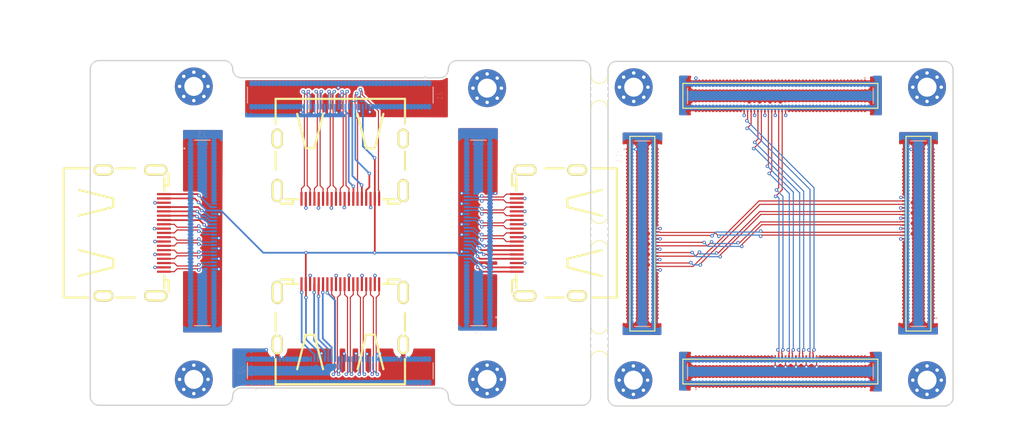
<source format=kicad_pcb>
(kicad_pcb (version 20171130) (host pcbnew 5.1.9+dfsg1-1~bpo10+1)
  (layers (0 F.Cu signal) (1 IN1.Cu power) (2 IN2.Cu power) (31 B.Cu signal) (34 B.Paste user) (35 F.Paste user) (36 B.SilkS user) (37 F.SilkS user) (38 B.Mask user) (39 F.Mask user) (44 Edge.Cuts user))
  (net 0 "")
  (net 1 P4_D2+)
  (net 2 P4_D2-)
  (net 3 GND)
  (net 4 P1_D2+)
  (net 5 P1_D2-)
  (net 6 P1_D1+)
  (net 7 P1_D1-)
  (net 8 P1_D0+)
  (net 9 P1_D0-)
  (net 10 P1_CLK+)
  (net 11 P1_CLK-)
  (net 12 P1_CEC)
  (net 13 P1_ETH+)
  (net 14 P1_SCL)
  (net 15 P1_SDA)
  (net 16 +5V)
  (net 17 P1_ETH-)
  (net 18 P2_ETH-)
  (net 19 P2_SDA)
  (net 20 P2_SCL)
  (net 21 P2_ETH+)
  (net 22 P2_CEC)
  (net 23 P2_CLK-)
  (net 24 P2_CLK+)
  (net 25 P2_D0-)
  (net 26 P2_D0+)
  (net 27 P2_D1-)
  (net 28 P2_D1+)
  (net 29 P2_D2-)
  (net 30 P2_D2+)
  (net 31 P3_D2+)
  (net 32 P3_D2-)
  (net 33 P3_D1+)
  (net 34 P3_D1-)
  (net 35 P3_D0+)
  (net 36 P3_D0-)
  (net 37 P3_CLK+)
  (net 38 P3_CLK-)
  (net 39 P3_CEC)
  (net 40 P3_ETH+)
  (net 41 P3_SCL)
  (net 42 P3_SDA)
  (net 43 P3_ETH-)
  (net 44 P4_ETH-)
  (net 45 P4_SDA)
  (net 46 P4_SCL)
  (net 47 P4_ETH+)
  (net 48 P4_CEC)
  (net 49 P4_CLK-)
  (net 50 P4_CLK+)
  (net 51 P4_D0-)
  (net 52 P4_D0+)
  (net 53 P4_D1-)
  (net 54 P4_D1+)
  (net 55 /C1_C-)
  (net 56 /C1_C+)
  (net 57 /C1_D0-)
  (net 58 /C1_D0+)
  (net 59 /C1_D1-)
  (net 60 /C1_D1+)
  (net 61 /C1_D2-)
  (net 62 /C1_D2+)
  (net 63 /C2_C-)
  (net 64 /C2_C+)
  (net 65 /C2_D0-)
  (net 66 /C2_D0+)
  (net 67 /C2_D1-)
  (net 68 /C2_D1+)
  (net 69 /C2_D2-)
  (net 70 /C2_D2+)
  (module parts:mouse-bite-2mm-slot (layer F.Cu) (at 130.02 89.9 90)
    (fp_text reference mouse-bite-2mm-slot hide)
    (fp_text value VAL** hide)
    (pad "" np_thru_hole circle (at 0.75 0.75 90) (size 0.5 0.5) (drill 0.5) (layers *.Cu *.Mask))
    (pad "" np_thru_hole circle (at -0.75 0.75 90) (size 0.5 0.5) (drill 0.5) (layers *.Cu *.Mask))
    (pad "" np_thru_hole circle (at -0.75 -0.75 90) (size 0.5 0.5) (drill 0.5) (layers *.Cu *.Mask))
    (pad "" np_thru_hole circle (at 0.75 -0.75 90) (size 0.5 0.5) (drill 0.5) (layers *.Cu *.Mask))
    (pad "" np_thru_hole circle (at 0 0.75 90) (size 0.5 0.5) (drill 0.5) (layers *.Cu *.Mask))
    (pad "" np_thru_hole circle (at 0 -0.75 90) (size 0.5 0.5) (drill 0.5) (layers *.Cu *.Mask))
  )
  (module parts:mouse-bite-2mm-slot (layer F.Cu) (at 130.02 102.7 90)
    (fp_text reference mouse-bite-2mm-slot hide)
    (fp_text value VAL** hide)
    (pad "" np_thru_hole circle (at 0 -0.75 90) (size 0.5 0.5) (drill 0.5) (layers *.Cu *.Mask))
    (pad "" np_thru_hole circle (at 0 0.75 90) (size 0.5 0.5) (drill 0.5) (layers *.Cu *.Mask))
    (pad "" np_thru_hole circle (at 0.75 -0.75 90) (size 0.5 0.5) (drill 0.5) (layers *.Cu *.Mask))
    (pad "" np_thru_hole circle (at -0.75 -0.75 90) (size 0.5 0.5) (drill 0.5) (layers *.Cu *.Mask))
    (pad "" np_thru_hole circle (at -0.75 0.75 90) (size 0.5 0.5) (drill 0.5) (layers *.Cu *.Mask))
    (pad "" np_thru_hole circle (at 0.75 0.75 90) (size 0.5 0.5) (drill 0.5) (layers *.Cu *.Mask))
  )
  (module parts:mouse-bite-2mm-slot (layer F.Cu) (at 130.02 73.65 90)
    (fp_text reference mouse-bite-2mm-slot hide)
    (fp_text value VAL** hide)
    (pad "" np_thru_hole circle (at 0.75 0.75 90) (size 0.5 0.5) (drill 0.5) (layers *.Cu *.Mask))
    (pad "" np_thru_hole circle (at -0.75 0.75 90) (size 0.5 0.5) (drill 0.5) (layers *.Cu *.Mask))
    (pad "" np_thru_hole circle (at -0.75 -0.75 90) (size 0.5 0.5) (drill 0.5) (layers *.Cu *.Mask))
    (pad "" np_thru_hole circle (at 0.75 -0.75 90) (size 0.5 0.5) (drill 0.5) (layers *.Cu *.Mask))
    (pad "" np_thru_hole circle (at 0 0.75 90) (size 0.5 0.5) (drill 0.5) (layers *.Cu *.Mask))
    (pad "" np_thru_hole circle (at 0 -0.75 90) (size 0.5 0.5) (drill 0.5) (layers *.Cu *.Mask))
  )
  (module "parts:HRS_DF40C-100DS-0.4V(51)" (layer F.Cu) (at 135.01 90.09 270)
    (fp_text reference J7 hide)
    (fp_text value "DF40C-100DS-0.4V(51)")
    (pad 1 smd rect (at -9.8 1.54 270) (size 0.2 0.7) (layers F.Cu F.Paste F.Mask) (net 3 GND))
    (pad 2 smd rect (at -9.8 -1.54 270) (size 0.2 0.7) (layers F.Cu F.Paste F.Mask) (net 3 GND))
    (pad 3 smd rect (at -9.4 1.54 270) (size 0.2 0.7) (layers F.Cu F.Paste F.Mask) (net 3 GND))
    (pad 4 smd rect (at -9.4 -1.54 270) (size 0.2 0.7) (layers F.Cu F.Paste F.Mask) (net 3 GND))
    (pad 5 smd rect (at -9 1.54 270) (size 0.2 0.7) (layers F.Cu F.Paste F.Mask) (net 3 GND))
    (pad 6 smd rect (at -9 -1.54 270) (size 0.2 0.7) (layers F.Cu F.Paste F.Mask) (net 3 GND))
    (pad 7 smd rect (at -8.6 1.54 270) (size 0.2 0.7) (layers F.Cu F.Paste F.Mask) (net 3 GND))
    (pad 8 smd rect (at -8.6 -1.54 270) (size 0.2 0.7) (layers F.Cu F.Paste F.Mask) (net 3 GND))
    (pad 9 smd rect (at -8.2 1.54 270) (size 0.2 0.7) (layers F.Cu F.Paste F.Mask) (net 3 GND))
    (pad 10 smd rect (at -8.2 -1.54 270) (size 0.2 0.7) (layers F.Cu F.Paste F.Mask) (net 3 GND))
    (pad 11 smd rect (at -7.8 1.54 270) (size 0.2 0.7) (layers F.Cu F.Paste F.Mask) (net 3 GND))
    (pad 12 smd rect (at -7.8 -1.54 270) (size 0.2 0.7) (layers F.Cu F.Paste F.Mask) (net 3 GND))
    (pad 13 smd rect (at -7.4 1.54 270) (size 0.2 0.7) (layers F.Cu F.Paste F.Mask) (net 3 GND))
    (pad 14 smd rect (at -7.4 -1.54 270) (size 0.2 0.7) (layers F.Cu F.Paste F.Mask) (net 3 GND))
    (pad 15 smd rect (at -7 1.54 270) (size 0.2 0.7) (layers F.Cu F.Paste F.Mask) (net 3 GND))
    (pad 16 smd rect (at -7 -1.54 270) (size 0.2 0.7) (layers F.Cu F.Paste F.Mask) (net 3 GND))
    (pad 17 smd rect (at -6.6 1.54 270) (size 0.2 0.7) (layers F.Cu F.Paste F.Mask) (net 3 GND))
    (pad 18 smd rect (at -6.6 -1.54 270) (size 0.2 0.7) (layers F.Cu F.Paste F.Mask) (net 3 GND))
    (pad 19 smd rect (at -6.2 1.54 270) (size 0.2 0.7) (layers F.Cu F.Paste F.Mask) (net 3 GND))
    (pad 20 smd rect (at -6.2 -1.54 270) (size 0.2 0.7) (layers F.Cu F.Paste F.Mask) (net 3 GND))
    (pad 21 smd rect (at -5.8 1.54 270) (size 0.2 0.7) (layers F.Cu F.Paste F.Mask) (net 3 GND))
    (pad 22 smd rect (at -5.8 -1.54 270) (size 0.2 0.7) (layers F.Cu F.Paste F.Mask) (net 3 GND))
    (pad 23 smd rect (at -5.4 1.54 270) (size 0.2 0.7) (layers F.Cu F.Paste F.Mask) (net 3 GND))
    (pad 24 smd rect (at -5.4 -1.54 270) (size 0.2 0.7) (layers F.Cu F.Paste F.Mask) (net 3 GND))
    (pad 25 smd rect (at -5 1.54 270) (size 0.2 0.7) (layers F.Cu F.Paste F.Mask) (net 3 GND))
    (pad 26 smd rect (at -5 -1.54 270) (size 0.2 0.7) (layers F.Cu F.Paste F.Mask) (net 3 GND))
    (pad 27 smd rect (at -4.6 1.54 270) (size 0.2 0.7) (layers F.Cu F.Paste F.Mask) (net 3 GND))
    (pad 28 smd rect (at -4.6 -1.54 270) (size 0.2 0.7) (layers F.Cu F.Paste F.Mask) (net 3 GND))
    (pad 29 smd rect (at -4.2 1.54 270) (size 0.2 0.7) (layers F.Cu F.Paste F.Mask) (net 3 GND))
    (pad 30 smd rect (at -4.2 -1.54 270) (size 0.2 0.7) (layers F.Cu F.Paste F.Mask) (net 3 GND))
    (pad 31 smd rect (at -3.8 1.54 270) (size 0.2 0.7) (layers F.Cu F.Paste F.Mask) (net 3 GND))
    (pad 32 smd rect (at -3.8 -1.54 270) (size 0.2 0.7) (layers F.Cu F.Paste F.Mask) (net 3 GND))
    (pad 33 smd rect (at -3.4 1.54 270) (size 0.2 0.7) (layers F.Cu F.Paste F.Mask) (net 3 GND))
    (pad 34 smd rect (at -3.4 -1.54 270) (size 0.2 0.7) (layers F.Cu F.Paste F.Mask) (net 3 GND))
    (pad 35 smd rect (at -3 1.54 270) (size 0.2 0.7) (layers F.Cu F.Paste F.Mask) (net 3 GND))
    (pad 36 smd rect (at -3 -1.54 270) (size 0.2 0.7) (layers F.Cu F.Paste F.Mask) (net 3 GND))
    (pad 37 smd rect (at -2.6 1.54 270) (size 0.2 0.7) (layers F.Cu F.Paste F.Mask) (net 3 GND))
    (pad 38 smd rect (at -2.6 -1.54 270) (size 0.2 0.7) (layers F.Cu F.Paste F.Mask) (net 3 GND))
    (pad 39 smd rect (at -2.2 1.54 270) (size 0.2 0.7) (layers F.Cu F.Paste F.Mask) (net 3 GND))
    (pad 40 smd rect (at -2.2 -1.54 270) (size 0.2 0.7) (layers F.Cu F.Paste F.Mask) (net 3 GND))
    (pad 41 smd rect (at -1.8 1.54 270) (size 0.2 0.7) (layers F.Cu F.Paste F.Mask) (net 3 GND))
    (pad 42 smd rect (at -1.8 -1.54 270) (size 0.2 0.7) (layers F.Cu F.Paste F.Mask) (net 3 GND))
    (pad 43 smd rect (at -1.4 1.54 270) (size 0.2 0.7) (layers F.Cu F.Paste F.Mask) (net 3 GND))
    (pad 44 smd rect (at -1.4 -1.54 270) (size 0.2 0.7) (layers F.Cu F.Paste F.Mask) (net 3 GND))
    (pad 45 smd rect (at -1 1.54 270) (size 0.2 0.7) (layers F.Cu F.Paste F.Mask) (net 3 GND))
    (pad 46 smd rect (at -1 -1.54 270) (size 0.2 0.7) (layers F.Cu F.Paste F.Mask) (net 3 GND))
    (pad 47 smd rect (at -0.6 1.54 270) (size 0.2 0.7) (layers F.Cu F.Paste F.Mask) (net 3 GND))
    (pad 48 smd rect (at -0.6 -1.54 270) (size 0.2 0.7) (layers F.Cu F.Paste F.Mask) (net 3 GND))
    (pad 49 smd rect (at -0.2 1.54 270) (size 0.2 0.7) (layers F.Cu F.Paste F.Mask) (net 3 GND))
    (pad 50 smd rect (at -0.2 -1.54 270) (size 0.2 0.7) (layers F.Cu F.Paste F.Mask) (net 63 /C2_C-))
    (pad 51 smd rect (at 0.2 1.54 270) (size 0.2 0.7) (layers F.Cu F.Paste F.Mask) (net 3 GND))
    (pad 52 smd rect (at 0.2 -1.54 270) (size 0.2 0.7) (layers F.Cu F.Paste F.Mask) (net 64 /C2_C+))
    (pad 53 smd rect (at 0.6 1.54 270) (size 0.2 0.7) (layers F.Cu F.Paste F.Mask) (net 3 GND))
    (pad 54 smd rect (at 0.6 -1.54 270) (size 0.2 0.7) (layers F.Cu F.Paste F.Mask) (net 3 GND))
    (pad 55 smd rect (at 1 1.54 270) (size 0.2 0.7) (layers F.Cu F.Paste F.Mask) (net 3 GND))
    (pad 56 smd rect (at 1 -1.54 270) (size 0.2 0.7) (layers F.Cu F.Paste F.Mask) (net 65 /C2_D0-))
    (pad 57 smd rect (at 1.4 1.54 270) (size 0.2 0.7) (layers F.Cu F.Paste F.Mask) (net 3 GND))
    (pad 58 smd rect (at 1.4 -1.54 270) (size 0.2 0.7) (layers F.Cu F.Paste F.Mask) (net 66 /C2_D0+))
    (pad 59 smd rect (at 1.8 1.54 270) (size 0.2 0.7) (layers F.Cu F.Paste F.Mask) (net 3 GND))
    (pad 60 smd rect (at 1.8 -1.54 270) (size 0.2 0.7) (layers F.Cu F.Paste F.Mask) (net 3 GND))
    (pad 61 smd rect (at 2.2 1.54 270) (size 0.2 0.7) (layers F.Cu F.Paste F.Mask) (net 3 GND))
    (pad 62 smd rect (at 2.2 -1.54 270) (size 0.2 0.7) (layers F.Cu F.Paste F.Mask) (net 67 /C2_D1-))
    (pad 63 smd rect (at 2.6 1.54 270) (size 0.2 0.7) (layers F.Cu F.Paste F.Mask) (net 3 GND))
    (pad 64 smd rect (at 2.6 -1.54 270) (size 0.2 0.7) (layers F.Cu F.Paste F.Mask) (net 68 /C2_D1+))
    (pad 65 smd rect (at 3 1.54 270) (size 0.2 0.7) (layers F.Cu F.Paste F.Mask) (net 3 GND))
    (pad 66 smd rect (at 3 -1.54 270) (size 0.2 0.7) (layers F.Cu F.Paste F.Mask) (net 3 GND))
    (pad 67 smd rect (at 3.4 1.54 270) (size 0.2 0.7) (layers F.Cu F.Paste F.Mask) (net 3 GND))
    (pad 68 smd rect (at 3.4 -1.54 270) (size 0.2 0.7) (layers F.Cu F.Paste F.Mask) (net 69 /C2_D2-))
    (pad 69 smd rect (at 3.8 1.54 270) (size 0.2 0.7) (layers F.Cu F.Paste F.Mask) (net 3 GND))
    (pad 70 smd rect (at 3.8 -1.54 270) (size 0.2 0.7) (layers F.Cu F.Paste F.Mask) (net 70 /C2_D2+))
    (pad 71 smd rect (at 4.2 1.54 270) (size 0.2 0.7) (layers F.Cu F.Paste F.Mask) (net 3 GND))
    (pad 72 smd rect (at 4.2 -1.54 270) (size 0.2 0.7) (layers F.Cu F.Paste F.Mask) (net 3 GND))
    (pad 73 smd rect (at 4.6 1.54 270) (size 0.2 0.7) (layers F.Cu F.Paste F.Mask) (net 3 GND))
    (pad 74 smd rect (at 4.6 -1.54 270) (size 0.2 0.7) (layers F.Cu F.Paste F.Mask) (net 3 GND))
    (pad 75 smd rect (at 5 1.54 270) (size 0.2 0.7) (layers F.Cu F.Paste F.Mask) (net 3 GND))
    (pad 76 smd rect (at 5 -1.54 270) (size 0.2 0.7) (layers F.Cu F.Paste F.Mask) (net 3 GND))
    (pad 77 smd rect (at 5.4 1.54 270) (size 0.2 0.7) (layers F.Cu F.Paste F.Mask) (net 3 GND))
    (pad 78 smd rect (at 5.4 -1.54 270) (size 0.2 0.7) (layers F.Cu F.Paste F.Mask) (net 3 GND))
    (pad 79 smd rect (at 5.8 1.54 270) (size 0.2 0.7) (layers F.Cu F.Paste F.Mask) (net 3 GND))
    (pad 80 smd rect (at 5.8 -1.54 270) (size 0.2 0.7) (layers F.Cu F.Paste F.Mask) (net 3 GND))
    (pad 81 smd rect (at 6.2 1.54 270) (size 0.2 0.7) (layers F.Cu F.Paste F.Mask) (net 3 GND))
    (pad 82 smd rect (at 6.2 -1.54 270) (size 0.2 0.7) (layers F.Cu F.Paste F.Mask) (net 3 GND))
    (pad 83 smd rect (at 6.6 1.54 270) (size 0.2 0.7) (layers F.Cu F.Paste F.Mask) (net 3 GND))
    (pad 84 smd rect (at 6.6 -1.54 270) (size 0.2 0.7) (layers F.Cu F.Paste F.Mask) (net 3 GND))
    (pad 85 smd rect (at 7 1.54 270) (size 0.2 0.7) (layers F.Cu F.Paste F.Mask) (net 3 GND))
    (pad 86 smd rect (at 7 -1.54 270) (size 0.2 0.7) (layers F.Cu F.Paste F.Mask) (net 3 GND))
    (pad 87 smd rect (at 7.4 1.54 270) (size 0.2 0.7) (layers F.Cu F.Paste F.Mask) (net 3 GND))
    (pad 88 smd rect (at 7.4 -1.54 270) (size 0.2 0.7) (layers F.Cu F.Paste F.Mask) (net 3 GND))
    (pad 89 smd rect (at 7.8 1.54 270) (size 0.2 0.7) (layers F.Cu F.Paste F.Mask) (net 3 GND))
    (pad 90 smd rect (at 7.8 -1.54 270) (size 0.2 0.7) (layers F.Cu F.Paste F.Mask) (net 3 GND))
    (pad 91 smd rect (at 8.2 1.54 270) (size 0.2 0.7) (layers F.Cu F.Paste F.Mask) (net 3 GND))
    (pad 92 smd rect (at 8.2 -1.54 270) (size 0.2 0.7) (layers F.Cu F.Paste F.Mask) (net 3 GND))
    (pad 93 smd rect (at 8.6 1.54 270) (size 0.2 0.7) (layers F.Cu F.Paste F.Mask) (net 3 GND))
    (pad 94 smd rect (at 8.6 -1.54 270) (size 0.2 0.7) (layers F.Cu F.Paste F.Mask) (net 3 GND))
    (pad 95 smd rect (at 9 1.54 270) (size 0.2 0.7) (layers F.Cu F.Paste F.Mask) (net 3 GND))
    (pad 96 smd rect (at 9 -1.54 270) (size 0.2 0.7) (layers F.Cu F.Paste F.Mask) (net 3 GND))
    (pad 97 smd rect (at 9.4 1.54 270) (size 0.2 0.7) (layers F.Cu F.Paste F.Mask) (net 3 GND))
    (pad 98 smd rect (at 9.4 -1.54 270) (size 0.2 0.7) (layers F.Cu F.Paste F.Mask) (net 3 GND))
    (pad 99 smd rect (at 9.8 1.54 270) (size 0.2 0.7) (layers F.Cu F.Paste F.Mask) (net 3 GND))
    (pad 100 smd rect (at 9.8 -1.54 270) (size 0.2 0.7) (layers F.Cu F.Paste F.Mask) (net 3 GND))
  )
  (module "parts:HRS_DF40C-100DS-0.4V(51)" (layer F.Cu) (at 167.01 90.09 90)
    (fp_text reference J8 hide)
    (fp_text value "DF40C-100DS-0.4V(51)")
    (pad 100 smd rect (at 9.8 -1.54 90) (size 0.2 0.7) (layers F.Cu F.Paste F.Mask) (net 3 GND))
    (pad 99 smd rect (at 9.8 1.54 90) (size 0.2 0.7) (layers F.Cu F.Paste F.Mask) (net 3 GND))
    (pad 98 smd rect (at 9.4 -1.54 90) (size 0.2 0.7) (layers F.Cu F.Paste F.Mask) (net 3 GND))
    (pad 97 smd rect (at 9.4 1.54 90) (size 0.2 0.7) (layers F.Cu F.Paste F.Mask) (net 3 GND))
    (pad 96 smd rect (at 9 -1.54 90) (size 0.2 0.7) (layers F.Cu F.Paste F.Mask) (net 3 GND))
    (pad 95 smd rect (at 9 1.54 90) (size 0.2 0.7) (layers F.Cu F.Paste F.Mask) (net 3 GND))
    (pad 94 smd rect (at 8.6 -1.54 90) (size 0.2 0.7) (layers F.Cu F.Paste F.Mask) (net 3 GND))
    (pad 93 smd rect (at 8.6 1.54 90) (size 0.2 0.7) (layers F.Cu F.Paste F.Mask) (net 3 GND))
    (pad 92 smd rect (at 8.2 -1.54 90) (size 0.2 0.7) (layers F.Cu F.Paste F.Mask) (net 3 GND))
    (pad 91 smd rect (at 8.2 1.54 90) (size 0.2 0.7) (layers F.Cu F.Paste F.Mask) (net 3 GND))
    (pad 90 smd rect (at 7.8 -1.54 90) (size 0.2 0.7) (layers F.Cu F.Paste F.Mask) (net 3 GND))
    (pad 89 smd rect (at 7.8 1.54 90) (size 0.2 0.7) (layers F.Cu F.Paste F.Mask) (net 3 GND))
    (pad 88 smd rect (at 7.4 -1.54 90) (size 0.2 0.7) (layers F.Cu F.Paste F.Mask) (net 3 GND))
    (pad 87 smd rect (at 7.4 1.54 90) (size 0.2 0.7) (layers F.Cu F.Paste F.Mask) (net 3 GND))
    (pad 86 smd rect (at 7 -1.54 90) (size 0.2 0.7) (layers F.Cu F.Paste F.Mask) (net 3 GND))
    (pad 85 smd rect (at 7 1.54 90) (size 0.2 0.7) (layers F.Cu F.Paste F.Mask) (net 3 GND))
    (pad 84 smd rect (at 6.6 -1.54 90) (size 0.2 0.7) (layers F.Cu F.Paste F.Mask) (net 3 GND))
    (pad 83 smd rect (at 6.6 1.54 90) (size 0.2 0.7) (layers F.Cu F.Paste F.Mask) (net 3 GND))
    (pad 82 smd rect (at 6.2 -1.54 90) (size 0.2 0.7) (layers F.Cu F.Paste F.Mask) (net 3 GND))
    (pad 81 smd rect (at 6.2 1.54 90) (size 0.2 0.7) (layers F.Cu F.Paste F.Mask) (net 3 GND))
    (pad 80 smd rect (at 5.8 -1.54 90) (size 0.2 0.7) (layers F.Cu F.Paste F.Mask) (net 3 GND))
    (pad 79 smd rect (at 5.8 1.54 90) (size 0.2 0.7) (layers F.Cu F.Paste F.Mask) (net 3 GND))
    (pad 78 smd rect (at 5.4 -1.54 90) (size 0.2 0.7) (layers F.Cu F.Paste F.Mask) (net 3 GND))
    (pad 77 smd rect (at 5.4 1.54 90) (size 0.2 0.7) (layers F.Cu F.Paste F.Mask) (net 3 GND))
    (pad 76 smd rect (at 5 -1.54 90) (size 0.2 0.7) (layers F.Cu F.Paste F.Mask) (net 3 GND))
    (pad 75 smd rect (at 5 1.54 90) (size 0.2 0.7) (layers F.Cu F.Paste F.Mask) (net 3 GND))
    (pad 74 smd rect (at 4.6 -1.54 90) (size 0.2 0.7) (layers F.Cu F.Paste F.Mask) (net 3 GND))
    (pad 73 smd rect (at 4.6 1.54 90) (size 0.2 0.7) (layers F.Cu F.Paste F.Mask) (net 3 GND))
    (pad 72 smd rect (at 4.2 -1.54 90) (size 0.2 0.7) (layers F.Cu F.Paste F.Mask) (net 3 GND))
    (pad 71 smd rect (at 4.2 1.54 90) (size 0.2 0.7) (layers F.Cu F.Paste F.Mask) (net 3 GND))
    (pad 70 smd rect (at 3.8 -1.54 90) (size 0.2 0.7) (layers F.Cu F.Paste F.Mask) (net 70 /C2_D2+))
    (pad 69 smd rect (at 3.8 1.54 90) (size 0.2 0.7) (layers F.Cu F.Paste F.Mask) (net 3 GND))
    (pad 68 smd rect (at 3.4 -1.54 90) (size 0.2 0.7) (layers F.Cu F.Paste F.Mask) (net 69 /C2_D2-))
    (pad 67 smd rect (at 3.4 1.54 90) (size 0.2 0.7) (layers F.Cu F.Paste F.Mask) (net 3 GND))
    (pad 66 smd rect (at 3 -1.54 90) (size 0.2 0.7) (layers F.Cu F.Paste F.Mask) (net 3 GND))
    (pad 65 smd rect (at 3 1.54 90) (size 0.2 0.7) (layers F.Cu F.Paste F.Mask) (net 3 GND))
    (pad 64 smd rect (at 2.6 -1.54 90) (size 0.2 0.7) (layers F.Cu F.Paste F.Mask) (net 68 /C2_D1+))
    (pad 63 smd rect (at 2.6 1.54 90) (size 0.2 0.7) (layers F.Cu F.Paste F.Mask) (net 3 GND))
    (pad 62 smd rect (at 2.2 -1.54 90) (size 0.2 0.7) (layers F.Cu F.Paste F.Mask) (net 67 /C2_D1-))
    (pad 61 smd rect (at 2.2 1.54 90) (size 0.2 0.7) (layers F.Cu F.Paste F.Mask) (net 3 GND))
    (pad 60 smd rect (at 1.8 -1.54 90) (size 0.2 0.7) (layers F.Cu F.Paste F.Mask) (net 3 GND))
    (pad 59 smd rect (at 1.8 1.54 90) (size 0.2 0.7) (layers F.Cu F.Paste F.Mask) (net 3 GND))
    (pad 58 smd rect (at 1.4 -1.54 90) (size 0.2 0.7) (layers F.Cu F.Paste F.Mask) (net 66 /C2_D0+))
    (pad 57 smd rect (at 1.4 1.54 90) (size 0.2 0.7) (layers F.Cu F.Paste F.Mask) (net 3 GND))
    (pad 56 smd rect (at 1 -1.54 90) (size 0.2 0.7) (layers F.Cu F.Paste F.Mask) (net 65 /C2_D0-))
    (pad 55 smd rect (at 1 1.54 90) (size 0.2 0.7) (layers F.Cu F.Paste F.Mask) (net 3 GND))
    (pad 54 smd rect (at 0.6 -1.54 90) (size 0.2 0.7) (layers F.Cu F.Paste F.Mask) (net 3 GND))
    (pad 53 smd rect (at 0.6 1.54 90) (size 0.2 0.7) (layers F.Cu F.Paste F.Mask) (net 3 GND))
    (pad 52 smd rect (at 0.2 -1.54 90) (size 0.2 0.7) (layers F.Cu F.Paste F.Mask) (net 64 /C2_C+))
    (pad 51 smd rect (at 0.2 1.54 90) (size 0.2 0.7) (layers F.Cu F.Paste F.Mask) (net 3 GND))
    (pad 50 smd rect (at -0.2 -1.54 90) (size 0.2 0.7) (layers F.Cu F.Paste F.Mask) (net 63 /C2_C-))
    (pad 49 smd rect (at -0.2 1.54 90) (size 0.2 0.7) (layers F.Cu F.Paste F.Mask) (net 3 GND))
    (pad 48 smd rect (at -0.6 -1.54 90) (size 0.2 0.7) (layers F.Cu F.Paste F.Mask) (net 3 GND))
    (pad 47 smd rect (at -0.6 1.54 90) (size 0.2 0.7) (layers F.Cu F.Paste F.Mask) (net 3 GND))
    (pad 46 smd rect (at -1 -1.54 90) (size 0.2 0.7) (layers F.Cu F.Paste F.Mask) (net 3 GND))
    (pad 45 smd rect (at -1 1.54 90) (size 0.2 0.7) (layers F.Cu F.Paste F.Mask) (net 3 GND))
    (pad 44 smd rect (at -1.4 -1.54 90) (size 0.2 0.7) (layers F.Cu F.Paste F.Mask) (net 3 GND))
    (pad 43 smd rect (at -1.4 1.54 90) (size 0.2 0.7) (layers F.Cu F.Paste F.Mask) (net 3 GND))
    (pad 42 smd rect (at -1.8 -1.54 90) (size 0.2 0.7) (layers F.Cu F.Paste F.Mask) (net 3 GND))
    (pad 41 smd rect (at -1.8 1.54 90) (size 0.2 0.7) (layers F.Cu F.Paste F.Mask) (net 3 GND))
    (pad 40 smd rect (at -2.2 -1.54 90) (size 0.2 0.7) (layers F.Cu F.Paste F.Mask) (net 3 GND))
    (pad 39 smd rect (at -2.2 1.54 90) (size 0.2 0.7) (layers F.Cu F.Paste F.Mask) (net 3 GND))
    (pad 38 smd rect (at -2.6 -1.54 90) (size 0.2 0.7) (layers F.Cu F.Paste F.Mask) (net 3 GND))
    (pad 37 smd rect (at -2.6 1.54 90) (size 0.2 0.7) (layers F.Cu F.Paste F.Mask) (net 3 GND))
    (pad 36 smd rect (at -3 -1.54 90) (size 0.2 0.7) (layers F.Cu F.Paste F.Mask) (net 3 GND))
    (pad 35 smd rect (at -3 1.54 90) (size 0.2 0.7) (layers F.Cu F.Paste F.Mask) (net 3 GND))
    (pad 34 smd rect (at -3.4 -1.54 90) (size 0.2 0.7) (layers F.Cu F.Paste F.Mask) (net 3 GND))
    (pad 33 smd rect (at -3.4 1.54 90) (size 0.2 0.7) (layers F.Cu F.Paste F.Mask) (net 3 GND))
    (pad 32 smd rect (at -3.8 -1.54 90) (size 0.2 0.7) (layers F.Cu F.Paste F.Mask) (net 3 GND))
    (pad 31 smd rect (at -3.8 1.54 90) (size 0.2 0.7) (layers F.Cu F.Paste F.Mask) (net 3 GND))
    (pad 30 smd rect (at -4.2 -1.54 90) (size 0.2 0.7) (layers F.Cu F.Paste F.Mask) (net 3 GND))
    (pad 29 smd rect (at -4.2 1.54 90) (size 0.2 0.7) (layers F.Cu F.Paste F.Mask) (net 3 GND))
    (pad 28 smd rect (at -4.6 -1.54 90) (size 0.2 0.7) (layers F.Cu F.Paste F.Mask) (net 3 GND))
    (pad 27 smd rect (at -4.6 1.54 90) (size 0.2 0.7) (layers F.Cu F.Paste F.Mask) (net 3 GND))
    (pad 26 smd rect (at -5 -1.54 90) (size 0.2 0.7) (layers F.Cu F.Paste F.Mask) (net 3 GND))
    (pad 25 smd rect (at -5 1.54 90) (size 0.2 0.7) (layers F.Cu F.Paste F.Mask) (net 3 GND))
    (pad 24 smd rect (at -5.4 -1.54 90) (size 0.2 0.7) (layers F.Cu F.Paste F.Mask) (net 3 GND))
    (pad 23 smd rect (at -5.4 1.54 90) (size 0.2 0.7) (layers F.Cu F.Paste F.Mask) (net 3 GND))
    (pad 22 smd rect (at -5.8 -1.54 90) (size 0.2 0.7) (layers F.Cu F.Paste F.Mask) (net 3 GND))
    (pad 21 smd rect (at -5.8 1.54 90) (size 0.2 0.7) (layers F.Cu F.Paste F.Mask) (net 3 GND))
    (pad 20 smd rect (at -6.2 -1.54 90) (size 0.2 0.7) (layers F.Cu F.Paste F.Mask) (net 3 GND))
    (pad 19 smd rect (at -6.2 1.54 90) (size 0.2 0.7) (layers F.Cu F.Paste F.Mask) (net 3 GND))
    (pad 18 smd rect (at -6.6 -1.54 90) (size 0.2 0.7) (layers F.Cu F.Paste F.Mask) (net 3 GND))
    (pad 17 smd rect (at -6.6 1.54 90) (size 0.2 0.7) (layers F.Cu F.Paste F.Mask) (net 3 GND))
    (pad 16 smd rect (at -7 -1.54 90) (size 0.2 0.7) (layers F.Cu F.Paste F.Mask) (net 3 GND))
    (pad 15 smd rect (at -7 1.54 90) (size 0.2 0.7) (layers F.Cu F.Paste F.Mask) (net 3 GND))
    (pad 14 smd rect (at -7.4 -1.54 90) (size 0.2 0.7) (layers F.Cu F.Paste F.Mask) (net 3 GND))
    (pad 13 smd rect (at -7.4 1.54 90) (size 0.2 0.7) (layers F.Cu F.Paste F.Mask) (net 3 GND))
    (pad 12 smd rect (at -7.8 -1.54 90) (size 0.2 0.7) (layers F.Cu F.Paste F.Mask) (net 3 GND))
    (pad 11 smd rect (at -7.8 1.54 90) (size 0.2 0.7) (layers F.Cu F.Paste F.Mask) (net 3 GND))
    (pad 10 smd rect (at -8.2 -1.54 90) (size 0.2 0.7) (layers F.Cu F.Paste F.Mask) (net 3 GND))
    (pad 9 smd rect (at -8.2 1.54 90) (size 0.2 0.7) (layers F.Cu F.Paste F.Mask) (net 3 GND))
    (pad 8 smd rect (at -8.6 -1.54 90) (size 0.2 0.7) (layers F.Cu F.Paste F.Mask) (net 3 GND))
    (pad 7 smd rect (at -8.6 1.54 90) (size 0.2 0.7) (layers F.Cu F.Paste F.Mask) (net 3 GND))
    (pad 6 smd rect (at -9 -1.54 90) (size 0.2 0.7) (layers F.Cu F.Paste F.Mask) (net 3 GND))
    (pad 5 smd rect (at -9 1.54 90) (size 0.2 0.7) (layers F.Cu F.Paste F.Mask) (net 3 GND))
    (pad 4 smd rect (at -9.4 -1.54 90) (size 0.2 0.7) (layers F.Cu F.Paste F.Mask) (net 3 GND))
    (pad 3 smd rect (at -9.4 1.54 90) (size 0.2 0.7) (layers F.Cu F.Paste F.Mask) (net 3 GND))
    (pad 2 smd rect (at -9.8 -1.54 90) (size 0.2 0.7) (layers F.Cu F.Paste F.Mask) (net 3 GND))
    (pad 1 smd rect (at -9.8 1.54 90) (size 0.2 0.7) (layers F.Cu F.Paste F.Mask) (net 3 GND))
  )
  (module MountingHole:MountingHole_2.2mm_M2_Pad_Via (layer F.Cu) (at 134.01 73.09)
    (fp_text reference H5 hide)
    (fp_text value MH hide)
    (pad 1 thru_hole circle (at 1.166726 -1.166726) (size 0.7 0.7) (drill 0.4) (layers *.Cu *.Mask) (net 3 GND))
    (pad 1 thru_hole circle (at 0 -1.65) (size 0.7 0.7) (drill 0.4) (layers *.Cu *.Mask) (net 3 GND))
    (pad 1 thru_hole circle (at -1.166726 -1.166726) (size 0.7 0.7) (drill 0.4) (layers *.Cu *.Mask) (net 3 GND))
    (pad 1 thru_hole circle (at -1.65 0) (size 0.7 0.7) (drill 0.4) (layers *.Cu *.Mask) (net 3 GND))
    (pad 1 thru_hole circle (at -1.166726 1.166726) (size 0.7 0.7) (drill 0.4) (layers *.Cu *.Mask) (net 3 GND))
    (pad 1 thru_hole circle (at 0 1.65) (size 0.7 0.7) (drill 0.4) (layers *.Cu *.Mask) (net 3 GND))
    (pad 1 thru_hole circle (at 1.166726 1.166726) (size 0.7 0.7) (drill 0.4) (layers *.Cu *.Mask) (net 3 GND))
    (pad 1 thru_hole circle (at 1.65 0) (size 0.7 0.7) (drill 0.4) (layers *.Cu *.Mask) (net 3 GND))
    (pad 1 thru_hole circle (at 0 0) (size 4.4 4.4) (drill 2.2) (layers *.Cu *.Mask) (net 3 GND))
  )
  (module MountingHole:MountingHole_2.2mm_M2_Pad_Via (layer F.Cu) (at 133.97 107.09)
    (fp_text reference H6 hide)
    (fp_text value MH hide)
    (pad 1 thru_hole circle (at 0 0) (size 4.4 4.4) (drill 2.2) (layers *.Cu *.Mask) (net 3 GND))
    (pad 1 thru_hole circle (at 1.65 0) (size 0.7 0.7) (drill 0.4) (layers *.Cu *.Mask) (net 3 GND))
    (pad 1 thru_hole circle (at 1.166726 1.166726) (size 0.7 0.7) (drill 0.4) (layers *.Cu *.Mask) (net 3 GND))
    (pad 1 thru_hole circle (at 0 1.65) (size 0.7 0.7) (drill 0.4) (layers *.Cu *.Mask) (net 3 GND))
    (pad 1 thru_hole circle (at -1.166726 1.166726) (size 0.7 0.7) (drill 0.4) (layers *.Cu *.Mask) (net 3 GND))
    (pad 1 thru_hole circle (at -1.65 0) (size 0.7 0.7) (drill 0.4) (layers *.Cu *.Mask) (net 3 GND))
    (pad 1 thru_hole circle (at -1.166726 -1.166726) (size 0.7 0.7) (drill 0.4) (layers *.Cu *.Mask) (net 3 GND))
    (pad 1 thru_hole circle (at 0 -1.65) (size 0.7 0.7) (drill 0.4) (layers *.Cu *.Mask) (net 3 GND))
    (pad 1 thru_hole circle (at 1.166726 -1.166726) (size 0.7 0.7) (drill 0.4) (layers *.Cu *.Mask) (net 3 GND))
  )
  (module MountingHole:MountingHole_2.2mm_M2_Pad_Via (layer F.Cu) (at 168.01 73.09)
    (fp_text reference H7 hide)
    (fp_text value MH hide)
    (pad 1 thru_hole circle (at 1.166726 -1.166726) (size 0.7 0.7) (drill 0.4) (layers *.Cu *.Mask) (net 3 GND))
    (pad 1 thru_hole circle (at 0 -1.65) (size 0.7 0.7) (drill 0.4) (layers *.Cu *.Mask) (net 3 GND))
    (pad 1 thru_hole circle (at -1.166726 -1.166726) (size 0.7 0.7) (drill 0.4) (layers *.Cu *.Mask) (net 3 GND))
    (pad 1 thru_hole circle (at -1.65 0) (size 0.7 0.7) (drill 0.4) (layers *.Cu *.Mask) (net 3 GND))
    (pad 1 thru_hole circle (at -1.166726 1.166726) (size 0.7 0.7) (drill 0.4) (layers *.Cu *.Mask) (net 3 GND))
    (pad 1 thru_hole circle (at 0 1.65) (size 0.7 0.7) (drill 0.4) (layers *.Cu *.Mask) (net 3 GND))
    (pad 1 thru_hole circle (at 1.166726 1.166726) (size 0.7 0.7) (drill 0.4) (layers *.Cu *.Mask) (net 3 GND))
    (pad 1 thru_hole circle (at 1.65 0) (size 0.7 0.7) (drill 0.4) (layers *.Cu *.Mask) (net 3 GND))
    (pad 1 thru_hole circle (at 0 0) (size 4.4 4.4) (drill 2.2) (layers *.Cu *.Mask) (net 3 GND))
  )
  (module MountingHole:MountingHole_2.2mm_M2_Pad_Via (layer F.Cu) (at 168.01 107.09)
    (fp_text reference H8 hide)
    (fp_text value MH hide)
    (pad 1 thru_hole circle (at 0 0) (size 4.4 4.4) (drill 2.2) (layers *.Cu *.Mask) (net 3 GND))
    (pad 1 thru_hole circle (at 1.65 0) (size 0.7 0.7) (drill 0.4) (layers *.Cu *.Mask) (net 3 GND))
    (pad 1 thru_hole circle (at 1.166726 1.166726) (size 0.7 0.7) (drill 0.4) (layers *.Cu *.Mask) (net 3 GND))
    (pad 1 thru_hole circle (at 0 1.65) (size 0.7 0.7) (drill 0.4) (layers *.Cu *.Mask) (net 3 GND))
    (pad 1 thru_hole circle (at -1.166726 1.166726) (size 0.7 0.7) (drill 0.4) (layers *.Cu *.Mask) (net 3 GND))
    (pad 1 thru_hole circle (at -1.65 0) (size 0.7 0.7) (drill 0.4) (layers *.Cu *.Mask) (net 3 GND))
    (pad 1 thru_hole circle (at -1.166726 -1.166726) (size 0.7 0.7) (drill 0.4) (layers *.Cu *.Mask) (net 3 GND))
    (pad 1 thru_hole circle (at 0 -1.65) (size 0.7 0.7) (drill 0.4) (layers *.Cu *.Mask) (net 3 GND))
    (pad 1 thru_hole circle (at 1.166726 -1.166726) (size 0.7 0.7) (drill 0.4) (layers *.Cu *.Mask) (net 3 GND))
  )
  (module "parts:HRS_DF40C-100DP-0.4V(51)" (layer B.Cu) (at 151.01 74.09 180)
    (fp_text reference J9 hide)
    (fp_text value "DF40C-100DP-0.4V(51)")
    (pad 100 smd rect (at 9.8 -1.355 180) (size 0.23 0.66) (layers B.Cu B.Paste B.Mask) (net 3 GND))
    (pad 99 smd rect (at 9.8 1.355 180) (size 0.23 0.66) (layers B.Cu B.Paste B.Mask) (net 3 GND))
    (pad 98 smd rect (at 9.4 -1.355 180) (size 0.23 0.66) (layers B.Cu B.Paste B.Mask) (net 3 GND))
    (pad 97 smd rect (at 9.4 1.355 180) (size 0.23 0.66) (layers B.Cu B.Paste B.Mask) (net 3 GND))
    (pad 96 smd rect (at 9 -1.355 180) (size 0.23 0.66) (layers B.Cu B.Paste B.Mask) (net 3 GND))
    (pad 95 smd rect (at 9 1.355 180) (size 0.23 0.66) (layers B.Cu B.Paste B.Mask) (net 3 GND))
    (pad 94 smd rect (at 8.6 -1.355 180) (size 0.23 0.66) (layers B.Cu B.Paste B.Mask) (net 3 GND))
    (pad 93 smd rect (at 8.6 1.355 180) (size 0.23 0.66) (layers B.Cu B.Paste B.Mask) (net 3 GND))
    (pad 92 smd rect (at 8.2 -1.355 180) (size 0.23 0.66) (layers B.Cu B.Paste B.Mask) (net 3 GND))
    (pad 91 smd rect (at 8.2 1.355 180) (size 0.23 0.66) (layers B.Cu B.Paste B.Mask) (net 3 GND))
    (pad 90 smd rect (at 7.8 -1.355 180) (size 0.23 0.66) (layers B.Cu B.Paste B.Mask) (net 3 GND))
    (pad 89 smd rect (at 7.8 1.355 180) (size 0.23 0.66) (layers B.Cu B.Paste B.Mask) (net 3 GND))
    (pad 88 smd rect (at 7.4 -1.355 180) (size 0.23 0.66) (layers B.Cu B.Paste B.Mask) (net 3 GND))
    (pad 87 smd rect (at 7.4 1.355 180) (size 0.23 0.66) (layers B.Cu B.Paste B.Mask) (net 3 GND))
    (pad 86 smd rect (at 7 -1.355 180) (size 0.23 0.66) (layers B.Cu B.Paste B.Mask) (net 3 GND))
    (pad 85 smd rect (at 7 1.355 180) (size 0.23 0.66) (layers B.Cu B.Paste B.Mask) (net 3 GND))
    (pad 84 smd rect (at 6.6 -1.355 180) (size 0.23 0.66) (layers B.Cu B.Paste B.Mask) (net 3 GND))
    (pad 83 smd rect (at 6.6 1.355 180) (size 0.23 0.66) (layers B.Cu B.Paste B.Mask) (net 3 GND))
    (pad 82 smd rect (at 6.2 -1.355 180) (size 0.23 0.66) (layers B.Cu B.Paste B.Mask) (net 3 GND))
    (pad 81 smd rect (at 6.2 1.355 180) (size 0.23 0.66) (layers B.Cu B.Paste B.Mask) (net 3 GND))
    (pad 80 smd rect (at 5.8 -1.355 180) (size 0.23 0.66) (layers B.Cu B.Paste B.Mask) (net 3 GND))
    (pad 79 smd rect (at 5.8 1.355 180) (size 0.23 0.66) (layers B.Cu B.Paste B.Mask) (net 3 GND))
    (pad 78 smd rect (at 5.4 -1.355 180) (size 0.23 0.66) (layers B.Cu B.Paste B.Mask) (net 3 GND))
    (pad 77 smd rect (at 5.4 1.355 180) (size 0.23 0.66) (layers B.Cu B.Paste B.Mask) (net 3 GND))
    (pad 76 smd rect (at 5 -1.355 180) (size 0.23 0.66) (layers B.Cu B.Paste B.Mask) (net 3 GND))
    (pad 75 smd rect (at 5 1.355 180) (size 0.23 0.66) (layers B.Cu B.Paste B.Mask) (net 3 GND))
    (pad 74 smd rect (at 4.6 -1.355 180) (size 0.23 0.66) (layers B.Cu B.Paste B.Mask) (net 3 GND))
    (pad 73 smd rect (at 4.6 1.355 180) (size 0.23 0.66) (layers B.Cu B.Paste B.Mask) (net 3 GND))
    (pad 72 smd rect (at 4.2 -1.355 180) (size 0.23 0.66) (layers B.Cu B.Paste B.Mask) (net 3 GND))
    (pad 71 smd rect (at 4.2 1.355 180) (size 0.23 0.66) (layers B.Cu B.Paste B.Mask) (net 3 GND))
    (pad 70 smd rect (at 3.8 -1.355 180) (size 0.23 0.66) (layers B.Cu B.Paste B.Mask) (net 3 GND))
    (pad 69 smd rect (at 3.8 1.355 180) (size 0.23 0.66) (layers B.Cu B.Paste B.Mask) (net 3 GND))
    (pad 68 smd rect (at 3.4 -1.355 180) (size 0.23 0.66) (layers B.Cu B.Paste B.Mask) (net 3 GND))
    (pad 67 smd rect (at 3.4 1.355 180) (size 0.23 0.66) (layers B.Cu B.Paste B.Mask) (net 3 GND))
    (pad 66 smd rect (at 3 -1.355 180) (size 0.23 0.66) (layers B.Cu B.Paste B.Mask) (net 3 GND))
    (pad 65 smd rect (at 3 1.355 180) (size 0.23 0.66) (layers B.Cu B.Paste B.Mask) (net 3 GND))
    (pad 64 smd rect (at 2.6 -1.355 180) (size 0.23 0.66) (layers B.Cu B.Paste B.Mask) (net 3 GND))
    (pad 63 smd rect (at 2.6 1.355 180) (size 0.23 0.66) (layers B.Cu B.Paste B.Mask) (net 3 GND))
    (pad 62 smd rect (at 2.2 -1.355 180) (size 0.23 0.66) (layers B.Cu B.Paste B.Mask) (net 3 GND))
    (pad 61 smd rect (at 2.2 1.355 180) (size 0.23 0.66) (layers B.Cu B.Paste B.Mask) (net 3 GND))
    (pad 60 smd rect (at 1.8 -1.355 180) (size 0.23 0.66) (layers B.Cu B.Paste B.Mask) (net 3 GND))
    (pad 59 smd rect (at 1.8 1.355 180) (size 0.23 0.66) (layers B.Cu B.Paste B.Mask) (net 3 GND))
    (pad 58 smd rect (at 1.4 -1.355 180) (size 0.23 0.66) (layers B.Cu B.Paste B.Mask) (net 3 GND))
    (pad 57 smd rect (at 1.4 1.355 180) (size 0.23 0.66) (layers B.Cu B.Paste B.Mask) (net 3 GND))
    (pad 56 smd rect (at 1 -1.355 180) (size 0.23 0.66) (layers B.Cu B.Paste B.Mask) (net 3 GND))
    (pad 55 smd rect (at 1 1.355 180) (size 0.23 0.66) (layers B.Cu B.Paste B.Mask) (net 3 GND))
    (pad 54 smd rect (at 0.6 -1.355 180) (size 0.23 0.66) (layers B.Cu B.Paste B.Mask) (net 3 GND))
    (pad 53 smd rect (at 0.6 1.355 180) (size 0.23 0.66) (layers B.Cu B.Paste B.Mask) (net 3 GND))
    (pad 52 smd rect (at 0.2 -1.355 180) (size 0.23 0.66) (layers B.Cu B.Paste B.Mask) (net 3 GND))
    (pad 51 smd rect (at 0.2 1.355 180) (size 0.23 0.66) (layers B.Cu B.Paste B.Mask) (net 3 GND))
    (pad 50 smd rect (at -0.2 -1.355 180) (size 0.23 0.66) (layers B.Cu B.Paste B.Mask) (net 3 GND))
    (pad 49 smd rect (at -0.2 1.355 180) (size 0.23 0.66) (layers B.Cu B.Paste B.Mask) (net 3 GND))
    (pad 48 smd rect (at -0.6 -1.355 180) (size 0.23 0.66) (layers B.Cu B.Paste B.Mask) (net 3 GND))
    (pad 47 smd rect (at -0.6 1.355 180) (size 0.23 0.66) (layers B.Cu B.Paste B.Mask) (net 3 GND))
    (pad 46 smd rect (at -1 -1.355 180) (size 0.23 0.66) (layers B.Cu B.Paste B.Mask) (net 3 GND))
    (pad 45 smd rect (at -1 1.355 180) (size 0.23 0.66) (layers B.Cu B.Paste B.Mask) (net 3 GND))
    (pad 44 smd rect (at -1.4 -1.355 180) (size 0.23 0.66) (layers B.Cu B.Paste B.Mask) (net 3 GND))
    (pad 43 smd rect (at -1.4 1.355 180) (size 0.23 0.66) (layers B.Cu B.Paste B.Mask) (net 3 GND))
    (pad 42 smd rect (at -1.8 -1.355 180) (size 0.23 0.66) (layers B.Cu B.Paste B.Mask) (net 3 GND))
    (pad 41 smd rect (at -1.8 1.355 180) (size 0.23 0.66) (layers B.Cu B.Paste B.Mask) (net 3 GND))
    (pad 40 smd rect (at -2.2 -1.355 180) (size 0.23 0.66) (layers B.Cu B.Paste B.Mask) (net 3 GND))
    (pad 39 smd rect (at -2.2 1.355 180) (size 0.23 0.66) (layers B.Cu B.Paste B.Mask) (net 3 GND))
    (pad 38 smd rect (at -2.6 -1.355 180) (size 0.23 0.66) (layers B.Cu B.Paste B.Mask) (net 3 GND))
    (pad 37 smd rect (at -2.6 1.355 180) (size 0.23 0.66) (layers B.Cu B.Paste B.Mask) (net 3 GND))
    (pad 36 smd rect (at -3 -1.355 180) (size 0.23 0.66) (layers B.Cu B.Paste B.Mask) (net 3 GND))
    (pad 35 smd rect (at -3 1.355 180) (size 0.23 0.66) (layers B.Cu B.Paste B.Mask) (net 3 GND))
    (pad 34 smd rect (at -3.4 -1.355 180) (size 0.23 0.66) (layers B.Cu B.Paste B.Mask) (net 3 GND))
    (pad 33 smd rect (at -3.4 1.355 180) (size 0.23 0.66) (layers B.Cu B.Paste B.Mask) (net 3 GND))
    (pad 32 smd rect (at -3.8 -1.355 180) (size 0.23 0.66) (layers B.Cu B.Paste B.Mask) (net 3 GND))
    (pad 31 smd rect (at -3.8 1.355 180) (size 0.23 0.66) (layers B.Cu B.Paste B.Mask) (net 3 GND))
    (pad 30 smd rect (at -4.2 -1.355 180) (size 0.23 0.66) (layers B.Cu B.Paste B.Mask) (net 3 GND))
    (pad 29 smd rect (at -4.2 1.355 180) (size 0.23 0.66) (layers B.Cu B.Paste B.Mask) (net 3 GND))
    (pad 28 smd rect (at -4.6 -1.355 180) (size 0.23 0.66) (layers B.Cu B.Paste B.Mask) (net 3 GND))
    (pad 27 smd rect (at -4.6 1.355 180) (size 0.23 0.66) (layers B.Cu B.Paste B.Mask) (net 3 GND))
    (pad 26 smd rect (at -5 -1.355 180) (size 0.23 0.66) (layers B.Cu B.Paste B.Mask) (net 3 GND))
    (pad 25 smd rect (at -5 1.355 180) (size 0.23 0.66) (layers B.Cu B.Paste B.Mask) (net 3 GND))
    (pad 24 smd rect (at -5.4 -1.355 180) (size 0.23 0.66) (layers B.Cu B.Paste B.Mask) (net 3 GND))
    (pad 23 smd rect (at -5.4 1.355 180) (size 0.23 0.66) (layers B.Cu B.Paste B.Mask) (net 3 GND))
    (pad 22 smd rect (at -5.8 -1.355 180) (size 0.23 0.66) (layers B.Cu B.Paste B.Mask) (net 3 GND))
    (pad 21 smd rect (at -5.8 1.355 180) (size 0.23 0.66) (layers B.Cu B.Paste B.Mask) (net 3 GND))
    (pad S3 smd rect (at 10.275 1.355 180) (size 0.35 0.66) (layers B.Cu B.Paste B.Mask) (net 3 GND))
    (pad S4 smd rect (at 10.275 -1.355 180) (size 0.35 0.66) (layers B.Cu B.Paste B.Mask) (net 3 GND))
    (pad S1 smd rect (at -10.275 1.355 180) (size 0.35 0.66) (layers B.Cu B.Paste B.Mask) (net 3 GND))
    (pad S2 smd rect (at -10.275 -1.355 180) (size 0.35 0.66) (layers B.Cu B.Paste B.Mask) (net 3 GND))
    (pad 20 smd rect (at -6.2 -1.355 180) (size 0.23 0.66) (layers B.Cu B.Paste B.Mask) (net 3 GND))
    (pad 19 smd rect (at -6.2 1.355 180) (size 0.23 0.66) (layers B.Cu B.Paste B.Mask) (net 3 GND))
    (pad 18 smd rect (at -6.6 -1.355 180) (size 0.23 0.66) (layers B.Cu B.Paste B.Mask) (net 3 GND))
    (pad 17 smd rect (at -6.6 1.355 180) (size 0.23 0.66) (layers B.Cu B.Paste B.Mask) (net 3 GND))
    (pad 16 smd rect (at -7 -1.355 180) (size 0.23 0.66) (layers B.Cu B.Paste B.Mask) (net 3 GND))
    (pad 15 smd rect (at -7 1.355 180) (size 0.23 0.66) (layers B.Cu B.Paste B.Mask) (net 3 GND))
    (pad 14 smd rect (at -7.4 -1.355 180) (size 0.23 0.66) (layers B.Cu B.Paste B.Mask) (net 3 GND))
    (pad 13 smd rect (at -7.4 1.355 180) (size 0.23 0.66) (layers B.Cu B.Paste B.Mask) (net 3 GND))
    (pad 12 smd rect (at -7.8 -1.355 180) (size 0.23 0.66) (layers B.Cu B.Paste B.Mask) (net 3 GND))
    (pad 11 smd rect (at -7.8 1.355 180) (size 0.23 0.66) (layers B.Cu B.Paste B.Mask) (net 3 GND))
    (pad 10 smd rect (at -8.2 -1.355 180) (size 0.23 0.66) (layers B.Cu B.Paste B.Mask) (net 3 GND))
    (pad 9 smd rect (at -8.2 1.355 180) (size 0.23 0.66) (layers B.Cu B.Paste B.Mask) (net 3 GND))
    (pad 8 smd rect (at -8.6 -1.355 180) (size 0.23 0.66) (layers B.Cu B.Paste B.Mask) (net 3 GND))
    (pad 7 smd rect (at -8.6 1.355 180) (size 0.23 0.66) (layers B.Cu B.Paste B.Mask) (net 3 GND))
    (pad 6 smd rect (at -9 -1.355 180) (size 0.23 0.66) (layers B.Cu B.Paste B.Mask) (net 3 GND))
    (pad 5 smd rect (at -9 1.355 180) (size 0.23 0.66) (layers B.Cu B.Paste B.Mask) (net 3 GND))
    (pad 4 smd rect (at -9.4 -1.355 180) (size 0.23 0.66) (layers B.Cu B.Paste B.Mask) (net 3 GND))
    (pad 3 smd rect (at -9.4 1.355 180) (size 0.23 0.66) (layers B.Cu B.Paste B.Mask) (net 3 GND))
    (pad 2 smd rect (at -9.8 -1.355 180) (size 0.23 0.66) (layers B.Cu B.Paste B.Mask) (net 3 GND))
    (pad 1 smd rect (at -9.8 1.355 180) (size 0.23 0.66) (layers B.Cu B.Paste B.Mask) (net 3 GND))
  )
  (module "parts:HRS_DF40C-100DP-0.4V(51)" (layer B.Cu) (at 151.01 106.09)
    (fp_text reference J10 hide)
    (fp_text value "DF40C-100DP-0.4V(51)")
    (pad 1 smd rect (at -9.8 1.355) (size 0.23 0.66) (layers B.Cu B.Paste B.Mask) (net 3 GND))
    (pad 2 smd rect (at -9.8 -1.355) (size 0.23 0.66) (layers B.Cu B.Paste B.Mask) (net 3 GND))
    (pad 3 smd rect (at -9.4 1.355) (size 0.23 0.66) (layers B.Cu B.Paste B.Mask) (net 3 GND))
    (pad 4 smd rect (at -9.4 -1.355) (size 0.23 0.66) (layers B.Cu B.Paste B.Mask) (net 3 GND))
    (pad 5 smd rect (at -9 1.355) (size 0.23 0.66) (layers B.Cu B.Paste B.Mask) (net 3 GND))
    (pad 6 smd rect (at -9 -1.355) (size 0.23 0.66) (layers B.Cu B.Paste B.Mask) (net 3 GND))
    (pad 7 smd rect (at -8.6 1.355) (size 0.23 0.66) (layers B.Cu B.Paste B.Mask) (net 3 GND))
    (pad 8 smd rect (at -8.6 -1.355) (size 0.23 0.66) (layers B.Cu B.Paste B.Mask) (net 3 GND))
    (pad 9 smd rect (at -8.2 1.355) (size 0.23 0.66) (layers B.Cu B.Paste B.Mask) (net 3 GND))
    (pad 10 smd rect (at -8.2 -1.355) (size 0.23 0.66) (layers B.Cu B.Paste B.Mask) (net 3 GND))
    (pad 11 smd rect (at -7.8 1.355) (size 0.23 0.66) (layers B.Cu B.Paste B.Mask) (net 3 GND))
    (pad 12 smd rect (at -7.8 -1.355) (size 0.23 0.66) (layers B.Cu B.Paste B.Mask) (net 3 GND))
    (pad 13 smd rect (at -7.4 1.355) (size 0.23 0.66) (layers B.Cu B.Paste B.Mask) (net 3 GND))
    (pad 14 smd rect (at -7.4 -1.355) (size 0.23 0.66) (layers B.Cu B.Paste B.Mask) (net 3 GND))
    (pad 15 smd rect (at -7 1.355) (size 0.23 0.66) (layers B.Cu B.Paste B.Mask) (net 3 GND))
    (pad 16 smd rect (at -7 -1.355) (size 0.23 0.66) (layers B.Cu B.Paste B.Mask) (net 3 GND))
    (pad 17 smd rect (at -6.6 1.355) (size 0.23 0.66) (layers B.Cu B.Paste B.Mask) (net 3 GND))
    (pad 18 smd rect (at -6.6 -1.355) (size 0.23 0.66) (layers B.Cu B.Paste B.Mask) (net 3 GND))
    (pad 19 smd rect (at -6.2 1.355) (size 0.23 0.66) (layers B.Cu B.Paste B.Mask) (net 3 GND))
    (pad 20 smd rect (at -6.2 -1.355) (size 0.23 0.66) (layers B.Cu B.Paste B.Mask) (net 3 GND))
    (pad S2 smd rect (at -10.275 -1.355) (size 0.35 0.66) (layers B.Cu B.Paste B.Mask) (net 3 GND))
    (pad S1 smd rect (at -10.275 1.355) (size 0.35 0.66) (layers B.Cu B.Paste B.Mask) (net 3 GND))
    (pad S4 smd rect (at 10.275 -1.355) (size 0.35 0.66) (layers B.Cu B.Paste B.Mask) (net 3 GND))
    (pad S3 smd rect (at 10.275 1.355) (size 0.35 0.66) (layers B.Cu B.Paste B.Mask) (net 3 GND))
    (pad 21 smd rect (at -5.8 1.355) (size 0.23 0.66) (layers B.Cu B.Paste B.Mask) (net 3 GND))
    (pad 22 smd rect (at -5.8 -1.355) (size 0.23 0.66) (layers B.Cu B.Paste B.Mask) (net 3 GND))
    (pad 23 smd rect (at -5.4 1.355) (size 0.23 0.66) (layers B.Cu B.Paste B.Mask) (net 3 GND))
    (pad 24 smd rect (at -5.4 -1.355) (size 0.23 0.66) (layers B.Cu B.Paste B.Mask) (net 3 GND))
    (pad 25 smd rect (at -5 1.355) (size 0.23 0.66) (layers B.Cu B.Paste B.Mask) (net 3 GND))
    (pad 26 smd rect (at -5 -1.355) (size 0.23 0.66) (layers B.Cu B.Paste B.Mask) (net 3 GND))
    (pad 27 smd rect (at -4.6 1.355) (size 0.23 0.66) (layers B.Cu B.Paste B.Mask) (net 3 GND))
    (pad 28 smd rect (at -4.6 -1.355) (size 0.23 0.66) (layers B.Cu B.Paste B.Mask) (net 3 GND))
    (pad 29 smd rect (at -4.2 1.355) (size 0.23 0.66) (layers B.Cu B.Paste B.Mask) (net 3 GND))
    (pad 30 smd rect (at -4.2 -1.355) (size 0.23 0.66) (layers B.Cu B.Paste B.Mask) (net 3 GND))
    (pad 31 smd rect (at -3.8 1.355) (size 0.23 0.66) (layers B.Cu B.Paste B.Mask) (net 3 GND))
    (pad 32 smd rect (at -3.8 -1.355) (size 0.23 0.66) (layers B.Cu B.Paste B.Mask) (net 3 GND))
    (pad 33 smd rect (at -3.4 1.355) (size 0.23 0.66) (layers B.Cu B.Paste B.Mask) (net 3 GND))
    (pad 34 smd rect (at -3.4 -1.355) (size 0.23 0.66) (layers B.Cu B.Paste B.Mask) (net 3 GND))
    (pad 35 smd rect (at -3 1.355) (size 0.23 0.66) (layers B.Cu B.Paste B.Mask) (net 3 GND))
    (pad 36 smd rect (at -3 -1.355) (size 0.23 0.66) (layers B.Cu B.Paste B.Mask) (net 3 GND))
    (pad 37 smd rect (at -2.6 1.355) (size 0.23 0.66) (layers B.Cu B.Paste B.Mask) (net 3 GND))
    (pad 38 smd rect (at -2.6 -1.355) (size 0.23 0.66) (layers B.Cu B.Paste B.Mask) (net 3 GND))
    (pad 39 smd rect (at -2.2 1.355) (size 0.23 0.66) (layers B.Cu B.Paste B.Mask) (net 3 GND))
    (pad 40 smd rect (at -2.2 -1.355) (size 0.23 0.66) (layers B.Cu B.Paste B.Mask) (net 3 GND))
    (pad 41 smd rect (at -1.8 1.355) (size 0.23 0.66) (layers B.Cu B.Paste B.Mask) (net 3 GND))
    (pad 42 smd rect (at -1.8 -1.355) (size 0.23 0.66) (layers B.Cu B.Paste B.Mask) (net 3 GND))
    (pad 43 smd rect (at -1.4 1.355) (size 0.23 0.66) (layers B.Cu B.Paste B.Mask) (net 3 GND))
    (pad 44 smd rect (at -1.4 -1.355) (size 0.23 0.66) (layers B.Cu B.Paste B.Mask) (net 3 GND))
    (pad 45 smd rect (at -1 1.355) (size 0.23 0.66) (layers B.Cu B.Paste B.Mask) (net 3 GND))
    (pad 46 smd rect (at -1 -1.355) (size 0.23 0.66) (layers B.Cu B.Paste B.Mask) (net 3 GND))
    (pad 47 smd rect (at -0.6 1.355) (size 0.23 0.66) (layers B.Cu B.Paste B.Mask) (net 3 GND))
    (pad 48 smd rect (at -0.6 -1.355) (size 0.23 0.66) (layers B.Cu B.Paste B.Mask) (net 3 GND))
    (pad 49 smd rect (at -0.2 1.355) (size 0.23 0.66) (layers B.Cu B.Paste B.Mask) (net 3 GND))
    (pad 50 smd rect (at -0.2 -1.355) (size 0.23 0.66) (layers B.Cu B.Paste B.Mask) (net 3 GND))
    (pad 51 smd rect (at 0.2 1.355) (size 0.23 0.66) (layers B.Cu B.Paste B.Mask) (net 3 GND))
    (pad 52 smd rect (at 0.2 -1.355) (size 0.23 0.66) (layers B.Cu B.Paste B.Mask) (net 3 GND))
    (pad 53 smd rect (at 0.6 1.355) (size 0.23 0.66) (layers B.Cu B.Paste B.Mask) (net 3 GND))
    (pad 54 smd rect (at 0.6 -1.355) (size 0.23 0.66) (layers B.Cu B.Paste B.Mask) (net 3 GND))
    (pad 55 smd rect (at 1 1.355) (size 0.23 0.66) (layers B.Cu B.Paste B.Mask) (net 3 GND))
    (pad 56 smd rect (at 1 -1.355) (size 0.23 0.66) (layers B.Cu B.Paste B.Mask) (net 3 GND))
    (pad 57 smd rect (at 1.4 1.355) (size 0.23 0.66) (layers B.Cu B.Paste B.Mask) (net 3 GND))
    (pad 58 smd rect (at 1.4 -1.355) (size 0.23 0.66) (layers B.Cu B.Paste B.Mask) (net 3 GND))
    (pad 59 smd rect (at 1.8 1.355) (size 0.23 0.66) (layers B.Cu B.Paste B.Mask) (net 3 GND))
    (pad 60 smd rect (at 1.8 -1.355) (size 0.23 0.66) (layers B.Cu B.Paste B.Mask) (net 3 GND))
    (pad 61 smd rect (at 2.2 1.355) (size 0.23 0.66) (layers B.Cu B.Paste B.Mask) (net 3 GND))
    (pad 62 smd rect (at 2.2 -1.355) (size 0.23 0.66) (layers B.Cu B.Paste B.Mask) (net 3 GND))
    (pad 63 smd rect (at 2.6 1.355) (size 0.23 0.66) (layers B.Cu B.Paste B.Mask) (net 3 GND))
    (pad 64 smd rect (at 2.6 -1.355) (size 0.23 0.66) (layers B.Cu B.Paste B.Mask) (net 3 GND))
    (pad 65 smd rect (at 3 1.355) (size 0.23 0.66) (layers B.Cu B.Paste B.Mask) (net 3 GND))
    (pad 66 smd rect (at 3 -1.355) (size 0.23 0.66) (layers B.Cu B.Paste B.Mask) (net 3 GND))
    (pad 67 smd rect (at 3.4 1.355) (size 0.23 0.66) (layers B.Cu B.Paste B.Mask) (net 3 GND))
    (pad 68 smd rect (at 3.4 -1.355) (size 0.23 0.66) (layers B.Cu B.Paste B.Mask) (net 3 GND))
    (pad 69 smd rect (at 3.8 1.355) (size 0.23 0.66) (layers B.Cu B.Paste B.Mask) (net 3 GND))
    (pad 70 smd rect (at 3.8 -1.355) (size 0.23 0.66) (layers B.Cu B.Paste B.Mask) (net 3 GND))
    (pad 71 smd rect (at 4.2 1.355) (size 0.23 0.66) (layers B.Cu B.Paste B.Mask) (net 3 GND))
    (pad 72 smd rect (at 4.2 -1.355) (size 0.23 0.66) (layers B.Cu B.Paste B.Mask) (net 3 GND))
    (pad 73 smd rect (at 4.6 1.355) (size 0.23 0.66) (layers B.Cu B.Paste B.Mask) (net 3 GND))
    (pad 74 smd rect (at 4.6 -1.355) (size 0.23 0.66) (layers B.Cu B.Paste B.Mask) (net 3 GND))
    (pad 75 smd rect (at 5 1.355) (size 0.23 0.66) (layers B.Cu B.Paste B.Mask) (net 3 GND))
    (pad 76 smd rect (at 5 -1.355) (size 0.23 0.66) (layers B.Cu B.Paste B.Mask) (net 3 GND))
    (pad 77 smd rect (at 5.4 1.355) (size 0.23 0.66) (layers B.Cu B.Paste B.Mask) (net 3 GND))
    (pad 78 smd rect (at 5.4 -1.355) (size 0.23 0.66) (layers B.Cu B.Paste B.Mask) (net 3 GND))
    (pad 79 smd rect (at 5.8 1.355) (size 0.23 0.66) (layers B.Cu B.Paste B.Mask) (net 3 GND))
    (pad 80 smd rect (at 5.8 -1.355) (size 0.23 0.66) (layers B.Cu B.Paste B.Mask) (net 3 GND))
    (pad 81 smd rect (at 6.2 1.355) (size 0.23 0.66) (layers B.Cu B.Paste B.Mask) (net 3 GND))
    (pad 82 smd rect (at 6.2 -1.355) (size 0.23 0.66) (layers B.Cu B.Paste B.Mask) (net 3 GND))
    (pad 83 smd rect (at 6.6 1.355) (size 0.23 0.66) (layers B.Cu B.Paste B.Mask) (net 3 GND))
    (pad 84 smd rect (at 6.6 -1.355) (size 0.23 0.66) (layers B.Cu B.Paste B.Mask) (net 3 GND))
    (pad 85 smd rect (at 7 1.355) (size 0.23 0.66) (layers B.Cu B.Paste B.Mask) (net 3 GND))
    (pad 86 smd rect (at 7 -1.355) (size 0.23 0.66) (layers B.Cu B.Paste B.Mask) (net 3 GND))
    (pad 87 smd rect (at 7.4 1.355) (size 0.23 0.66) (layers B.Cu B.Paste B.Mask) (net 3 GND))
    (pad 88 smd rect (at 7.4 -1.355) (size 0.23 0.66) (layers B.Cu B.Paste B.Mask) (net 3 GND))
    (pad 89 smd rect (at 7.8 1.355) (size 0.23 0.66) (layers B.Cu B.Paste B.Mask) (net 3 GND))
    (pad 90 smd rect (at 7.8 -1.355) (size 0.23 0.66) (layers B.Cu B.Paste B.Mask) (net 3 GND))
    (pad 91 smd rect (at 8.2 1.355) (size 0.23 0.66) (layers B.Cu B.Paste B.Mask) (net 3 GND))
    (pad 92 smd rect (at 8.2 -1.355) (size 0.23 0.66) (layers B.Cu B.Paste B.Mask) (net 3 GND))
    (pad 93 smd rect (at 8.6 1.355) (size 0.23 0.66) (layers B.Cu B.Paste B.Mask) (net 3 GND))
    (pad 94 smd rect (at 8.6 -1.355) (size 0.23 0.66) (layers B.Cu B.Paste B.Mask) (net 3 GND))
    (pad 95 smd rect (at 9 1.355) (size 0.23 0.66) (layers B.Cu B.Paste B.Mask) (net 3 GND))
    (pad 96 smd rect (at 9 -1.355) (size 0.23 0.66) (layers B.Cu B.Paste B.Mask) (net 3 GND))
    (pad 97 smd rect (at 9.4 1.355) (size 0.23 0.66) (layers B.Cu B.Paste B.Mask) (net 3 GND))
    (pad 98 smd rect (at 9.4 -1.355) (size 0.23 0.66) (layers B.Cu B.Paste B.Mask) (net 3 GND))
    (pad 99 smd rect (at 9.8 1.355) (size 0.23 0.66) (layers B.Cu B.Paste B.Mask) (net 3 GND))
    (pad 100 smd rect (at 9.8 -1.355) (size 0.23 0.66) (layers B.Cu B.Paste B.Mask) (net 3 GND))
  )
  (module "parts:HRS_DF40C-100DP-0.4V(51)" (layer B.Cu) (at 135.01 90.09 270)
    (fp_text reference J11 (at -8.978 2.7064 90) (layer B.SilkS) (effects (font (size 0.64 0.64) (thickness 0.015)) (justify mirror)))
    (fp_text value "DF40C-100DP-0.4V(51)")
    (pad 100 smd rect (at 9.8 -1.355 270) (size 0.23 0.66) (layers B.Cu B.Paste B.Mask) (net 3 GND))
    (pad 99 smd rect (at 9.8 1.355 270) (size 0.23 0.66) (layers B.Cu B.Paste B.Mask) (net 3 GND))
    (pad 98 smd rect (at 9.4 -1.355 270) (size 0.23 0.66) (layers B.Cu B.Paste B.Mask) (net 3 GND))
    (pad 97 smd rect (at 9.4 1.355 270) (size 0.23 0.66) (layers B.Cu B.Paste B.Mask) (net 3 GND))
    (pad 96 smd rect (at 9 -1.355 270) (size 0.23 0.66) (layers B.Cu B.Paste B.Mask) (net 3 GND))
    (pad 95 smd rect (at 9 1.355 270) (size 0.23 0.66) (layers B.Cu B.Paste B.Mask) (net 3 GND))
    (pad 94 smd rect (at 8.6 -1.355 270) (size 0.23 0.66) (layers B.Cu B.Paste B.Mask) (net 3 GND))
    (pad 93 smd rect (at 8.6 1.355 270) (size 0.23 0.66) (layers B.Cu B.Paste B.Mask) (net 3 GND))
    (pad 92 smd rect (at 8.2 -1.355 270) (size 0.23 0.66) (layers B.Cu B.Paste B.Mask) (net 3 GND))
    (pad 91 smd rect (at 8.2 1.355 270) (size 0.23 0.66) (layers B.Cu B.Paste B.Mask) (net 3 GND))
    (pad 90 smd rect (at 7.8 -1.355 270) (size 0.23 0.66) (layers B.Cu B.Paste B.Mask) (net 3 GND))
    (pad 89 smd rect (at 7.8 1.355 270) (size 0.23 0.66) (layers B.Cu B.Paste B.Mask) (net 3 GND))
    (pad 88 smd rect (at 7.4 -1.355 270) (size 0.23 0.66) (layers B.Cu B.Paste B.Mask) (net 3 GND))
    (pad 87 smd rect (at 7.4 1.355 270) (size 0.23 0.66) (layers B.Cu B.Paste B.Mask) (net 3 GND))
    (pad 86 smd rect (at 7 -1.355 270) (size 0.23 0.66) (layers B.Cu B.Paste B.Mask) (net 3 GND))
    (pad 85 smd rect (at 7 1.355 270) (size 0.23 0.66) (layers B.Cu B.Paste B.Mask) (net 3 GND))
    (pad 84 smd rect (at 6.6 -1.355 270) (size 0.23 0.66) (layers B.Cu B.Paste B.Mask) (net 3 GND))
    (pad 83 smd rect (at 6.6 1.355 270) (size 0.23 0.66) (layers B.Cu B.Paste B.Mask) (net 3 GND))
    (pad 82 smd rect (at 6.2 -1.355 270) (size 0.23 0.66) (layers B.Cu B.Paste B.Mask) (net 3 GND))
    (pad 81 smd rect (at 6.2 1.355 270) (size 0.23 0.66) (layers B.Cu B.Paste B.Mask) (net 3 GND))
    (pad 80 smd rect (at 5.8 -1.355 270) (size 0.23 0.66) (layers B.Cu B.Paste B.Mask) (net 3 GND))
    (pad 79 smd rect (at 5.8 1.355 270) (size 0.23 0.66) (layers B.Cu B.Paste B.Mask) (net 3 GND))
    (pad 78 smd rect (at 5.4 -1.355 270) (size 0.23 0.66) (layers B.Cu B.Paste B.Mask) (net 3 GND))
    (pad 77 smd rect (at 5.4 1.355 270) (size 0.23 0.66) (layers B.Cu B.Paste B.Mask) (net 3 GND))
    (pad 76 smd rect (at 5 -1.355 270) (size 0.23 0.66) (layers B.Cu B.Paste B.Mask) (net 3 GND))
    (pad 75 smd rect (at 5 1.355 270) (size 0.23 0.66) (layers B.Cu B.Paste B.Mask) (net 3 GND))
    (pad 74 smd rect (at 4.6 -1.355 270) (size 0.23 0.66) (layers B.Cu B.Paste B.Mask) (net 3 GND))
    (pad 73 smd rect (at 4.6 1.355 270) (size 0.23 0.66) (layers B.Cu B.Paste B.Mask) (net 3 GND))
    (pad 72 smd rect (at 4.2 -1.355 270) (size 0.23 0.66) (layers B.Cu B.Paste B.Mask) (net 3 GND))
    (pad 71 smd rect (at 4.2 1.355 270) (size 0.23 0.66) (layers B.Cu B.Paste B.Mask) (net 3 GND))
    (pad 70 smd rect (at 3.8 -1.355 270) (size 0.23 0.66) (layers B.Cu B.Paste B.Mask) (net 3 GND))
    (pad 69 smd rect (at 3.8 1.355 270) (size 0.23 0.66) (layers B.Cu B.Paste B.Mask) (net 3 GND))
    (pad 68 smd rect (at 3.4 -1.355 270) (size 0.23 0.66) (layers B.Cu B.Paste B.Mask) (net 3 GND))
    (pad 67 smd rect (at 3.4 1.355 270) (size 0.23 0.66) (layers B.Cu B.Paste B.Mask) (net 3 GND))
    (pad 66 smd rect (at 3 -1.355 270) (size 0.23 0.66) (layers B.Cu B.Paste B.Mask) (net 3 GND))
    (pad 65 smd rect (at 3 1.355 270) (size 0.23 0.66) (layers B.Cu B.Paste B.Mask) (net 3 GND))
    (pad 64 smd rect (at 2.6 -1.355 270) (size 0.23 0.66) (layers B.Cu B.Paste B.Mask) (net 3 GND))
    (pad 63 smd rect (at 2.6 1.355 270) (size 0.23 0.66) (layers B.Cu B.Paste B.Mask) (net 3 GND))
    (pad 62 smd rect (at 2.2 -1.355 270) (size 0.23 0.66) (layers B.Cu B.Paste B.Mask) (net 3 GND))
    (pad 61 smd rect (at 2.2 1.355 270) (size 0.23 0.66) (layers B.Cu B.Paste B.Mask) (net 3 GND))
    (pad 60 smd rect (at 1.8 -1.355 270) (size 0.23 0.66) (layers B.Cu B.Paste B.Mask) (net 3 GND))
    (pad 59 smd rect (at 1.8 1.355 270) (size 0.23 0.66) (layers B.Cu B.Paste B.Mask) (net 3 GND))
    (pad 58 smd rect (at 1.4 -1.355 270) (size 0.23 0.66) (layers B.Cu B.Paste B.Mask) (net 3 GND))
    (pad 57 smd rect (at 1.4 1.355 270) (size 0.23 0.66) (layers B.Cu B.Paste B.Mask) (net 3 GND))
    (pad 56 smd rect (at 1 -1.355 270) (size 0.23 0.66) (layers B.Cu B.Paste B.Mask) (net 3 GND))
    (pad 55 smd rect (at 1 1.355 270) (size 0.23 0.66) (layers B.Cu B.Paste B.Mask) (net 3 GND))
    (pad 54 smd rect (at 0.6 -1.355 270) (size 0.23 0.66) (layers B.Cu B.Paste B.Mask) (net 3 GND))
    (pad 53 smd rect (at 0.6 1.355 270) (size 0.23 0.66) (layers B.Cu B.Paste B.Mask) (net 3 GND))
    (pad 52 smd rect (at 0.2 -1.355 270) (size 0.23 0.66) (layers B.Cu B.Paste B.Mask) (net 3 GND))
    (pad 51 smd rect (at 0.2 1.355 270) (size 0.23 0.66) (layers B.Cu B.Paste B.Mask) (net 3 GND))
    (pad 50 smd rect (at -0.2 -1.355 270) (size 0.23 0.66) (layers B.Cu B.Paste B.Mask) (net 3 GND))
    (pad 49 smd rect (at -0.2 1.355 270) (size 0.23 0.66) (layers B.Cu B.Paste B.Mask) (net 3 GND))
    (pad 48 smd rect (at -0.6 -1.355 270) (size 0.23 0.66) (layers B.Cu B.Paste B.Mask) (net 3 GND))
    (pad 47 smd rect (at -0.6 1.355 270) (size 0.23 0.66) (layers B.Cu B.Paste B.Mask) (net 3 GND))
    (pad 46 smd rect (at -1 -1.355 270) (size 0.23 0.66) (layers B.Cu B.Paste B.Mask) (net 3 GND))
    (pad 45 smd rect (at -1 1.355 270) (size 0.23 0.66) (layers B.Cu B.Paste B.Mask) (net 3 GND))
    (pad 44 smd rect (at -1.4 -1.355 270) (size 0.23 0.66) (layers B.Cu B.Paste B.Mask) (net 3 GND))
    (pad 43 smd rect (at -1.4 1.355 270) (size 0.23 0.66) (layers B.Cu B.Paste B.Mask) (net 3 GND))
    (pad 42 smd rect (at -1.8 -1.355 270) (size 0.23 0.66) (layers B.Cu B.Paste B.Mask) (net 3 GND))
    (pad 41 smd rect (at -1.8 1.355 270) (size 0.23 0.66) (layers B.Cu B.Paste B.Mask) (net 3 GND))
    (pad 40 smd rect (at -2.2 -1.355 270) (size 0.23 0.66) (layers B.Cu B.Paste B.Mask) (net 3 GND))
    (pad 39 smd rect (at -2.2 1.355 270) (size 0.23 0.66) (layers B.Cu B.Paste B.Mask) (net 3 GND))
    (pad 38 smd rect (at -2.6 -1.355 270) (size 0.23 0.66) (layers B.Cu B.Paste B.Mask) (net 3 GND))
    (pad 37 smd rect (at -2.6 1.355 270) (size 0.23 0.66) (layers B.Cu B.Paste B.Mask) (net 3 GND))
    (pad 36 smd rect (at -3 -1.355 270) (size 0.23 0.66) (layers B.Cu B.Paste B.Mask) (net 3 GND))
    (pad 35 smd rect (at -3 1.355 270) (size 0.23 0.66) (layers B.Cu B.Paste B.Mask) (net 3 GND))
    (pad 34 smd rect (at -3.4 -1.355 270) (size 0.23 0.66) (layers B.Cu B.Paste B.Mask) (net 3 GND))
    (pad 33 smd rect (at -3.4 1.355 270) (size 0.23 0.66) (layers B.Cu B.Paste B.Mask) (net 3 GND))
    (pad 32 smd rect (at -3.8 -1.355 270) (size 0.23 0.66) (layers B.Cu B.Paste B.Mask) (net 3 GND))
    (pad 31 smd rect (at -3.8 1.355 270) (size 0.23 0.66) (layers B.Cu B.Paste B.Mask) (net 3 GND))
    (pad 30 smd rect (at -4.2 -1.355 270) (size 0.23 0.66) (layers B.Cu B.Paste B.Mask) (net 3 GND))
    (pad 29 smd rect (at -4.2 1.355 270) (size 0.23 0.66) (layers B.Cu B.Paste B.Mask) (net 3 GND))
    (pad 28 smd rect (at -4.6 -1.355 270) (size 0.23 0.66) (layers B.Cu B.Paste B.Mask) (net 3 GND))
    (pad 27 smd rect (at -4.6 1.355 270) (size 0.23 0.66) (layers B.Cu B.Paste B.Mask) (net 3 GND))
    (pad 26 smd rect (at -5 -1.355 270) (size 0.23 0.66) (layers B.Cu B.Paste B.Mask) (net 3 GND))
    (pad 25 smd rect (at -5 1.355 270) (size 0.23 0.66) (layers B.Cu B.Paste B.Mask) (net 3 GND))
    (pad 24 smd rect (at -5.4 -1.355 270) (size 0.23 0.66) (layers B.Cu B.Paste B.Mask) (net 3 GND))
    (pad 23 smd rect (at -5.4 1.355 270) (size 0.23 0.66) (layers B.Cu B.Paste B.Mask) (net 3 GND))
    (pad 22 smd rect (at -5.8 -1.355 270) (size 0.23 0.66) (layers B.Cu B.Paste B.Mask) (net 3 GND))
    (pad 21 smd rect (at -5.8 1.355 270) (size 0.23 0.66) (layers B.Cu B.Paste B.Mask) (net 3 GND))
    (pad S3 smd rect (at 10.275 1.355 270) (size 0.35 0.66) (layers B.Cu B.Paste B.Mask) (net 3 GND))
    (pad S4 smd rect (at 10.275 -1.355 270) (size 0.35 0.66) (layers B.Cu B.Paste B.Mask) (net 3 GND))
    (pad S1 smd rect (at -10.275 1.355 270) (size 0.35 0.66) (layers B.Cu B.Paste B.Mask) (net 3 GND))
    (pad S2 smd rect (at -10.275 -1.355 270) (size 0.35 0.66) (layers B.Cu B.Paste B.Mask) (net 3 GND))
    (pad 20 smd rect (at -6.2 -1.355 270) (size 0.23 0.66) (layers B.Cu B.Paste B.Mask) (net 3 GND))
    (pad 19 smd rect (at -6.2 1.355 270) (size 0.23 0.66) (layers B.Cu B.Paste B.Mask) (net 3 GND))
    (pad 18 smd rect (at -6.6 -1.355 270) (size 0.23 0.66) (layers B.Cu B.Paste B.Mask) (net 3 GND))
    (pad 17 smd rect (at -6.6 1.355 270) (size 0.23 0.66) (layers B.Cu B.Paste B.Mask) (net 3 GND))
    (pad 16 smd rect (at -7 -1.355 270) (size 0.23 0.66) (layers B.Cu B.Paste B.Mask) (net 3 GND))
    (pad 15 smd rect (at -7 1.355 270) (size 0.23 0.66) (layers B.Cu B.Paste B.Mask) (net 3 GND))
    (pad 14 smd rect (at -7.4 -1.355 270) (size 0.23 0.66) (layers B.Cu B.Paste B.Mask) (net 3 GND))
    (pad 13 smd rect (at -7.4 1.355 270) (size 0.23 0.66) (layers B.Cu B.Paste B.Mask) (net 3 GND))
    (pad 12 smd rect (at -7.8 -1.355 270) (size 0.23 0.66) (layers B.Cu B.Paste B.Mask) (net 3 GND))
    (pad 11 smd rect (at -7.8 1.355 270) (size 0.23 0.66) (layers B.Cu B.Paste B.Mask) (net 3 GND))
    (pad 10 smd rect (at -8.2 -1.355 270) (size 0.23 0.66) (layers B.Cu B.Paste B.Mask) (net 3 GND))
    (pad 9 smd rect (at -8.2 1.355 270) (size 0.23 0.66) (layers B.Cu B.Paste B.Mask) (net 3 GND))
    (pad 8 smd rect (at -8.6 -1.355 270) (size 0.23 0.66) (layers B.Cu B.Paste B.Mask) (net 3 GND))
    (pad 7 smd rect (at -8.6 1.355 270) (size 0.23 0.66) (layers B.Cu B.Paste B.Mask) (net 3 GND))
    (pad 6 smd rect (at -9 -1.355 270) (size 0.23 0.66) (layers B.Cu B.Paste B.Mask) (net 3 GND))
    (pad 5 smd rect (at -9 1.355 270) (size 0.23 0.66) (layers B.Cu B.Paste B.Mask) (net 3 GND))
    (pad 4 smd rect (at -9.4 -1.355 270) (size 0.23 0.66) (layers B.Cu B.Paste B.Mask) (net 3 GND))
    (pad 3 smd rect (at -9.4 1.355 270) (size 0.23 0.66) (layers B.Cu B.Paste B.Mask) (net 3 GND))
    (pad 2 smd rect (at -9.8 -1.355 270) (size 0.23 0.66) (layers B.Cu B.Paste B.Mask) (net 3 GND))
    (pad 1 smd rect (at -9.8 1.355 270) (size 0.23 0.66) (layers B.Cu B.Paste B.Mask) (net 3 GND))
  )
  (module "parts:HRS_DF40C-100DP-0.4V(51)" (layer B.Cu) (at 167.01 90.09 90)
    (fp_text reference J12 hide)
    (fp_text value "DF40C-100DP-0.4V(51)")
    (pad 1 smd rect (at -9.8 1.355 90) (size 0.23 0.66) (layers B.Cu B.Paste B.Mask) (net 3 GND))
    (pad 2 smd rect (at -9.8 -1.355 90) (size 0.23 0.66) (layers B.Cu B.Paste B.Mask) (net 3 GND))
    (pad 3 smd rect (at -9.4 1.355 90) (size 0.23 0.66) (layers B.Cu B.Paste B.Mask) (net 3 GND))
    (pad 4 smd rect (at -9.4 -1.355 90) (size 0.23 0.66) (layers B.Cu B.Paste B.Mask) (net 3 GND))
    (pad 5 smd rect (at -9 1.355 90) (size 0.23 0.66) (layers B.Cu B.Paste B.Mask) (net 3 GND))
    (pad 6 smd rect (at -9 -1.355 90) (size 0.23 0.66) (layers B.Cu B.Paste B.Mask) (net 3 GND))
    (pad 7 smd rect (at -8.6 1.355 90) (size 0.23 0.66) (layers B.Cu B.Paste B.Mask) (net 3 GND))
    (pad 8 smd rect (at -8.6 -1.355 90) (size 0.23 0.66) (layers B.Cu B.Paste B.Mask) (net 3 GND))
    (pad 9 smd rect (at -8.2 1.355 90) (size 0.23 0.66) (layers B.Cu B.Paste B.Mask) (net 3 GND))
    (pad 10 smd rect (at -8.2 -1.355 90) (size 0.23 0.66) (layers B.Cu B.Paste B.Mask) (net 3 GND))
    (pad 11 smd rect (at -7.8 1.355 90) (size 0.23 0.66) (layers B.Cu B.Paste B.Mask) (net 3 GND))
    (pad 12 smd rect (at -7.8 -1.355 90) (size 0.23 0.66) (layers B.Cu B.Paste B.Mask) (net 3 GND))
    (pad 13 smd rect (at -7.4 1.355 90) (size 0.23 0.66) (layers B.Cu B.Paste B.Mask) (net 3 GND))
    (pad 14 smd rect (at -7.4 -1.355 90) (size 0.23 0.66) (layers B.Cu B.Paste B.Mask) (net 3 GND))
    (pad 15 smd rect (at -7 1.355 90) (size 0.23 0.66) (layers B.Cu B.Paste B.Mask) (net 3 GND))
    (pad 16 smd rect (at -7 -1.355 90) (size 0.23 0.66) (layers B.Cu B.Paste B.Mask) (net 3 GND))
    (pad 17 smd rect (at -6.6 1.355 90) (size 0.23 0.66) (layers B.Cu B.Paste B.Mask) (net 3 GND))
    (pad 18 smd rect (at -6.6 -1.355 90) (size 0.23 0.66) (layers B.Cu B.Paste B.Mask) (net 3 GND))
    (pad 19 smd rect (at -6.2 1.355 90) (size 0.23 0.66) (layers B.Cu B.Paste B.Mask) (net 3 GND))
    (pad 20 smd rect (at -6.2 -1.355 90) (size 0.23 0.66) (layers B.Cu B.Paste B.Mask) (net 3 GND))
    (pad S2 smd rect (at -10.275 -1.355 90) (size 0.35 0.66) (layers B.Cu B.Paste B.Mask) (net 3 GND))
    (pad S1 smd rect (at -10.275 1.355 90) (size 0.35 0.66) (layers B.Cu B.Paste B.Mask) (net 3 GND))
    (pad S4 smd rect (at 10.275 -1.355 90) (size 0.35 0.66) (layers B.Cu B.Paste B.Mask) (net 3 GND))
    (pad S3 smd rect (at 10.275 1.355 90) (size 0.35 0.66) (layers B.Cu B.Paste B.Mask) (net 3 GND))
    (pad 21 smd rect (at -5.8 1.355 90) (size 0.23 0.66) (layers B.Cu B.Paste B.Mask) (net 3 GND))
    (pad 22 smd rect (at -5.8 -1.355 90) (size 0.23 0.66) (layers B.Cu B.Paste B.Mask) (net 3 GND))
    (pad 23 smd rect (at -5.4 1.355 90) (size 0.23 0.66) (layers B.Cu B.Paste B.Mask) (net 3 GND))
    (pad 24 smd rect (at -5.4 -1.355 90) (size 0.23 0.66) (layers B.Cu B.Paste B.Mask) (net 3 GND))
    (pad 25 smd rect (at -5 1.355 90) (size 0.23 0.66) (layers B.Cu B.Paste B.Mask) (net 3 GND))
    (pad 26 smd rect (at -5 -1.355 90) (size 0.23 0.66) (layers B.Cu B.Paste B.Mask) (net 3 GND))
    (pad 27 smd rect (at -4.6 1.355 90) (size 0.23 0.66) (layers B.Cu B.Paste B.Mask) (net 3 GND))
    (pad 28 smd rect (at -4.6 -1.355 90) (size 0.23 0.66) (layers B.Cu B.Paste B.Mask) (net 3 GND))
    (pad 29 smd rect (at -4.2 1.355 90) (size 0.23 0.66) (layers B.Cu B.Paste B.Mask) (net 3 GND))
    (pad 30 smd rect (at -4.2 -1.355 90) (size 0.23 0.66) (layers B.Cu B.Paste B.Mask) (net 3 GND))
    (pad 31 smd rect (at -3.8 1.355 90) (size 0.23 0.66) (layers B.Cu B.Paste B.Mask) (net 3 GND))
    (pad 32 smd rect (at -3.8 -1.355 90) (size 0.23 0.66) (layers B.Cu B.Paste B.Mask) (net 3 GND))
    (pad 33 smd rect (at -3.4 1.355 90) (size 0.23 0.66) (layers B.Cu B.Paste B.Mask) (net 3 GND))
    (pad 34 smd rect (at -3.4 -1.355 90) (size 0.23 0.66) (layers B.Cu B.Paste B.Mask) (net 3 GND))
    (pad 35 smd rect (at -3 1.355 90) (size 0.23 0.66) (layers B.Cu B.Paste B.Mask) (net 3 GND))
    (pad 36 smd rect (at -3 -1.355 90) (size 0.23 0.66) (layers B.Cu B.Paste B.Mask) (net 3 GND))
    (pad 37 smd rect (at -2.6 1.355 90) (size 0.23 0.66) (layers B.Cu B.Paste B.Mask) (net 3 GND))
    (pad 38 smd rect (at -2.6 -1.355 90) (size 0.23 0.66) (layers B.Cu B.Paste B.Mask) (net 3 GND))
    (pad 39 smd rect (at -2.2 1.355 90) (size 0.23 0.66) (layers B.Cu B.Paste B.Mask) (net 3 GND))
    (pad 40 smd rect (at -2.2 -1.355 90) (size 0.23 0.66) (layers B.Cu B.Paste B.Mask) (net 3 GND))
    (pad 41 smd rect (at -1.8 1.355 90) (size 0.23 0.66) (layers B.Cu B.Paste B.Mask) (net 3 GND))
    (pad 42 smd rect (at -1.8 -1.355 90) (size 0.23 0.66) (layers B.Cu B.Paste B.Mask) (net 3 GND))
    (pad 43 smd rect (at -1.4 1.355 90) (size 0.23 0.66) (layers B.Cu B.Paste B.Mask) (net 3 GND))
    (pad 44 smd rect (at -1.4 -1.355 90) (size 0.23 0.66) (layers B.Cu B.Paste B.Mask) (net 3 GND))
    (pad 45 smd rect (at -1 1.355 90) (size 0.23 0.66) (layers B.Cu B.Paste B.Mask) (net 3 GND))
    (pad 46 smd rect (at -1 -1.355 90) (size 0.23 0.66) (layers B.Cu B.Paste B.Mask) (net 3 GND))
    (pad 47 smd rect (at -0.6 1.355 90) (size 0.23 0.66) (layers B.Cu B.Paste B.Mask) (net 3 GND))
    (pad 48 smd rect (at -0.6 -1.355 90) (size 0.23 0.66) (layers B.Cu B.Paste B.Mask) (net 3 GND))
    (pad 49 smd rect (at -0.2 1.355 90) (size 0.23 0.66) (layers B.Cu B.Paste B.Mask) (net 3 GND))
    (pad 50 smd rect (at -0.2 -1.355 90) (size 0.23 0.66) (layers B.Cu B.Paste B.Mask) (net 3 GND))
    (pad 51 smd rect (at 0.2 1.355 90) (size 0.23 0.66) (layers B.Cu B.Paste B.Mask) (net 3 GND))
    (pad 52 smd rect (at 0.2 -1.355 90) (size 0.23 0.66) (layers B.Cu B.Paste B.Mask) (net 3 GND))
    (pad 53 smd rect (at 0.6 1.355 90) (size 0.23 0.66) (layers B.Cu B.Paste B.Mask) (net 3 GND))
    (pad 54 smd rect (at 0.6 -1.355 90) (size 0.23 0.66) (layers B.Cu B.Paste B.Mask) (net 3 GND))
    (pad 55 smd rect (at 1 1.355 90) (size 0.23 0.66) (layers B.Cu B.Paste B.Mask) (net 3 GND))
    (pad 56 smd rect (at 1 -1.355 90) (size 0.23 0.66) (layers B.Cu B.Paste B.Mask) (net 3 GND))
    (pad 57 smd rect (at 1.4 1.355 90) (size 0.23 0.66) (layers B.Cu B.Paste B.Mask) (net 3 GND))
    (pad 58 smd rect (at 1.4 -1.355 90) (size 0.23 0.66) (layers B.Cu B.Paste B.Mask) (net 3 GND))
    (pad 59 smd rect (at 1.8 1.355 90) (size 0.23 0.66) (layers B.Cu B.Paste B.Mask) (net 3 GND))
    (pad 60 smd rect (at 1.8 -1.355 90) (size 0.23 0.66) (layers B.Cu B.Paste B.Mask) (net 3 GND))
    (pad 61 smd rect (at 2.2 1.355 90) (size 0.23 0.66) (layers B.Cu B.Paste B.Mask) (net 3 GND))
    (pad 62 smd rect (at 2.2 -1.355 90) (size 0.23 0.66) (layers B.Cu B.Paste B.Mask) (net 3 GND))
    (pad 63 smd rect (at 2.6 1.355 90) (size 0.23 0.66) (layers B.Cu B.Paste B.Mask) (net 3 GND))
    (pad 64 smd rect (at 2.6 -1.355 90) (size 0.23 0.66) (layers B.Cu B.Paste B.Mask) (net 3 GND))
    (pad 65 smd rect (at 3 1.355 90) (size 0.23 0.66) (layers B.Cu B.Paste B.Mask) (net 3 GND))
    (pad 66 smd rect (at 3 -1.355 90) (size 0.23 0.66) (layers B.Cu B.Paste B.Mask) (net 3 GND))
    (pad 67 smd rect (at 3.4 1.355 90) (size 0.23 0.66) (layers B.Cu B.Paste B.Mask) (net 3 GND))
    (pad 68 smd rect (at 3.4 -1.355 90) (size 0.23 0.66) (layers B.Cu B.Paste B.Mask) (net 3 GND))
    (pad 69 smd rect (at 3.8 1.355 90) (size 0.23 0.66) (layers B.Cu B.Paste B.Mask) (net 3 GND))
    (pad 70 smd rect (at 3.8 -1.355 90) (size 0.23 0.66) (layers B.Cu B.Paste B.Mask) (net 3 GND))
    (pad 71 smd rect (at 4.2 1.355 90) (size 0.23 0.66) (layers B.Cu B.Paste B.Mask) (net 3 GND))
    (pad 72 smd rect (at 4.2 -1.355 90) (size 0.23 0.66) (layers B.Cu B.Paste B.Mask) (net 3 GND))
    (pad 73 smd rect (at 4.6 1.355 90) (size 0.23 0.66) (layers B.Cu B.Paste B.Mask) (net 3 GND))
    (pad 74 smd rect (at 4.6 -1.355 90) (size 0.23 0.66) (layers B.Cu B.Paste B.Mask) (net 3 GND))
    (pad 75 smd rect (at 5 1.355 90) (size 0.23 0.66) (layers B.Cu B.Paste B.Mask) (net 3 GND))
    (pad 76 smd rect (at 5 -1.355 90) (size 0.23 0.66) (layers B.Cu B.Paste B.Mask) (net 3 GND))
    (pad 77 smd rect (at 5.4 1.355 90) (size 0.23 0.66) (layers B.Cu B.Paste B.Mask) (net 3 GND))
    (pad 78 smd rect (at 5.4 -1.355 90) (size 0.23 0.66) (layers B.Cu B.Paste B.Mask) (net 3 GND))
    (pad 79 smd rect (at 5.8 1.355 90) (size 0.23 0.66) (layers B.Cu B.Paste B.Mask) (net 3 GND))
    (pad 80 smd rect (at 5.8 -1.355 90) (size 0.23 0.66) (layers B.Cu B.Paste B.Mask) (net 3 GND))
    (pad 81 smd rect (at 6.2 1.355 90) (size 0.23 0.66) (layers B.Cu B.Paste B.Mask) (net 3 GND))
    (pad 82 smd rect (at 6.2 -1.355 90) (size 0.23 0.66) (layers B.Cu B.Paste B.Mask) (net 3 GND))
    (pad 83 smd rect (at 6.6 1.355 90) (size 0.23 0.66) (layers B.Cu B.Paste B.Mask) (net 3 GND))
    (pad 84 smd rect (at 6.6 -1.355 90) (size 0.23 0.66) (layers B.Cu B.Paste B.Mask) (net 3 GND))
    (pad 85 smd rect (at 7 1.355 90) (size 0.23 0.66) (layers B.Cu B.Paste B.Mask) (net 3 GND))
    (pad 86 smd rect (at 7 -1.355 90) (size 0.23 0.66) (layers B.Cu B.Paste B.Mask) (net 3 GND))
    (pad 87 smd rect (at 7.4 1.355 90) (size 0.23 0.66) (layers B.Cu B.Paste B.Mask) (net 3 GND))
    (pad 88 smd rect (at 7.4 -1.355 90) (size 0.23 0.66) (layers B.Cu B.Paste B.Mask) (net 3 GND))
    (pad 89 smd rect (at 7.8 1.355 90) (size 0.23 0.66) (layers B.Cu B.Paste B.Mask) (net 3 GND))
    (pad 90 smd rect (at 7.8 -1.355 90) (size 0.23 0.66) (layers B.Cu B.Paste B.Mask) (net 3 GND))
    (pad 91 smd rect (at 8.2 1.355 90) (size 0.23 0.66) (layers B.Cu B.Paste B.Mask) (net 3 GND))
    (pad 92 smd rect (at 8.2 -1.355 90) (size 0.23 0.66) (layers B.Cu B.Paste B.Mask) (net 3 GND))
    (pad 93 smd rect (at 8.6 1.355 90) (size 0.23 0.66) (layers B.Cu B.Paste B.Mask) (net 3 GND))
    (pad 94 smd rect (at 8.6 -1.355 90) (size 0.23 0.66) (layers B.Cu B.Paste B.Mask) (net 3 GND))
    (pad 95 smd rect (at 9 1.355 90) (size 0.23 0.66) (layers B.Cu B.Paste B.Mask) (net 3 GND))
    (pad 96 smd rect (at 9 -1.355 90) (size 0.23 0.66) (layers B.Cu B.Paste B.Mask) (net 3 GND))
    (pad 97 smd rect (at 9.4 1.355 90) (size 0.23 0.66) (layers B.Cu B.Paste B.Mask) (net 3 GND))
    (pad 98 smd rect (at 9.4 -1.355 90) (size 0.23 0.66) (layers B.Cu B.Paste B.Mask) (net 3 GND))
    (pad 99 smd rect (at 9.8 1.355 90) (size 0.23 0.66) (layers B.Cu B.Paste B.Mask) (net 3 GND))
    (pad 100 smd rect (at 9.8 -1.355 90) (size 0.23 0.66) (layers B.Cu B.Paste B.Mask) (net 3 GND))
  )
  (module "parts:HRS_DF40C-100DS-0.4V(51)" (layer F.Cu) (at 151.01 74.09 180)
    (fp_text reference J5 hide)
    (fp_text value "DF40C-100DS-0.4V(51)")
    (pad 1 smd rect (at -9.8 1.54 180) (size 0.2 0.7) (layers F.Cu F.Paste F.Mask) (net 3 GND))
    (pad 2 smd rect (at -9.8 -1.54 180) (size 0.2 0.7) (layers F.Cu F.Paste F.Mask) (net 3 GND))
    (pad 3 smd rect (at -9.4 1.54 180) (size 0.2 0.7) (layers F.Cu F.Paste F.Mask) (net 3 GND))
    (pad 4 smd rect (at -9.4 -1.54 180) (size 0.2 0.7) (layers F.Cu F.Paste F.Mask) (net 3 GND))
    (pad 5 smd rect (at -9 1.54 180) (size 0.2 0.7) (layers F.Cu F.Paste F.Mask) (net 3 GND))
    (pad 6 smd rect (at -9 -1.54 180) (size 0.2 0.7) (layers F.Cu F.Paste F.Mask) (net 3 GND))
    (pad 7 smd rect (at -8.6 1.54 180) (size 0.2 0.7) (layers F.Cu F.Paste F.Mask) (net 3 GND))
    (pad 8 smd rect (at -8.6 -1.54 180) (size 0.2 0.7) (layers F.Cu F.Paste F.Mask) (net 3 GND))
    (pad 9 smd rect (at -8.2 1.54 180) (size 0.2 0.7) (layers F.Cu F.Paste F.Mask) (net 3 GND))
    (pad 10 smd rect (at -8.2 -1.54 180) (size 0.2 0.7) (layers F.Cu F.Paste F.Mask) (net 3 GND))
    (pad 11 smd rect (at -7.8 1.54 180) (size 0.2 0.7) (layers F.Cu F.Paste F.Mask) (net 3 GND))
    (pad 12 smd rect (at -7.8 -1.54 180) (size 0.2 0.7) (layers F.Cu F.Paste F.Mask) (net 3 GND))
    (pad 13 smd rect (at -7.4 1.54 180) (size 0.2 0.7) (layers F.Cu F.Paste F.Mask) (net 3 GND))
    (pad 14 smd rect (at -7.4 -1.54 180) (size 0.2 0.7) (layers F.Cu F.Paste F.Mask) (net 3 GND))
    (pad 15 smd rect (at -7 1.54 180) (size 0.2 0.7) (layers F.Cu F.Paste F.Mask) (net 3 GND))
    (pad 16 smd rect (at -7 -1.54 180) (size 0.2 0.7) (layers F.Cu F.Paste F.Mask) (net 3 GND))
    (pad 17 smd rect (at -6.6 1.54 180) (size 0.2 0.7) (layers F.Cu F.Paste F.Mask) (net 3 GND))
    (pad 18 smd rect (at -6.6 -1.54 180) (size 0.2 0.7) (layers F.Cu F.Paste F.Mask) (net 3 GND))
    (pad 19 smd rect (at -6.2 1.54 180) (size 0.2 0.7) (layers F.Cu F.Paste F.Mask) (net 3 GND))
    (pad 20 smd rect (at -6.2 -1.54 180) (size 0.2 0.7) (layers F.Cu F.Paste F.Mask) (net 3 GND))
    (pad 21 smd rect (at -5.8 1.54 180) (size 0.2 0.7) (layers F.Cu F.Paste F.Mask) (net 3 GND))
    (pad 22 smd rect (at -5.8 -1.54 180) (size 0.2 0.7) (layers F.Cu F.Paste F.Mask) (net 3 GND))
    (pad 23 smd rect (at -5.4 1.54 180) (size 0.2 0.7) (layers F.Cu F.Paste F.Mask) (net 3 GND))
    (pad 24 smd rect (at -5.4 -1.54 180) (size 0.2 0.7) (layers F.Cu F.Paste F.Mask) (net 3 GND))
    (pad 25 smd rect (at -5 1.54 180) (size 0.2 0.7) (layers F.Cu F.Paste F.Mask) (net 3 GND))
    (pad 26 smd rect (at -5 -1.54 180) (size 0.2 0.7) (layers F.Cu F.Paste F.Mask) (net 3 GND))
    (pad 27 smd rect (at -4.6 1.54 180) (size 0.2 0.7) (layers F.Cu F.Paste F.Mask) (net 3 GND))
    (pad 28 smd rect (at -4.6 -1.54 180) (size 0.2 0.7) (layers F.Cu F.Paste F.Mask) (net 3 GND))
    (pad 29 smd rect (at -4.2 1.54 180) (size 0.2 0.7) (layers F.Cu F.Paste F.Mask) (net 3 GND))
    (pad 30 smd rect (at -4.2 -1.54 180) (size 0.2 0.7) (layers F.Cu F.Paste F.Mask) (net 3 GND))
    (pad 31 smd rect (at -3.8 1.54 180) (size 0.2 0.7) (layers F.Cu F.Paste F.Mask) (net 3 GND))
    (pad 32 smd rect (at -3.8 -1.54 180) (size 0.2 0.7) (layers F.Cu F.Paste F.Mask) (net 3 GND))
    (pad 33 smd rect (at -3.4 1.54 180) (size 0.2 0.7) (layers F.Cu F.Paste F.Mask) (net 3 GND))
    (pad 34 smd rect (at -3.4 -1.54 180) (size 0.2 0.7) (layers F.Cu F.Paste F.Mask) (net 3 GND))
    (pad 35 smd rect (at -3 1.54 180) (size 0.2 0.7) (layers F.Cu F.Paste F.Mask) (net 3 GND))
    (pad 36 smd rect (at -3 -1.54 180) (size 0.2 0.7) (layers F.Cu F.Paste F.Mask) (net 3 GND))
    (pad 37 smd rect (at -2.6 1.54 180) (size 0.2 0.7) (layers F.Cu F.Paste F.Mask) (net 3 GND))
    (pad 38 smd rect (at -2.6 -1.54 180) (size 0.2 0.7) (layers F.Cu F.Paste F.Mask) (net 3 GND))
    (pad 39 smd rect (at -2.2 1.54 180) (size 0.2 0.7) (layers F.Cu F.Paste F.Mask) (net 3 GND))
    (pad 40 smd rect (at -2.2 -1.54 180) (size 0.2 0.7) (layers F.Cu F.Paste F.Mask) (net 3 GND))
    (pad 41 smd rect (at -1.8 1.54 180) (size 0.2 0.7) (layers F.Cu F.Paste F.Mask) (net 3 GND))
    (pad 42 smd rect (at -1.8 -1.54 180) (size 0.2 0.7) (layers F.Cu F.Paste F.Mask) (net 3 GND))
    (pad 43 smd rect (at -1.4 1.54 180) (size 0.2 0.7) (layers F.Cu F.Paste F.Mask) (net 3 GND))
    (pad 44 smd rect (at -1.4 -1.54 180) (size 0.2 0.7) (layers F.Cu F.Paste F.Mask) (net 3 GND))
    (pad 45 smd rect (at -1 1.54 180) (size 0.2 0.7) (layers F.Cu F.Paste F.Mask) (net 3 GND))
    (pad 46 smd rect (at -1 -1.54 180) (size 0.2 0.7) (layers F.Cu F.Paste F.Mask) (net 3 GND))
    (pad 47 smd rect (at -0.6 1.54 180) (size 0.2 0.7) (layers F.Cu F.Paste F.Mask) (net 3 GND))
    (pad 48 smd rect (at -0.6 -1.54 180) (size 0.2 0.7) (layers F.Cu F.Paste F.Mask) (net 3 GND))
    (pad 49 smd rect (at -0.2 1.54 180) (size 0.2 0.7) (layers F.Cu F.Paste F.Mask) (net 3 GND))
    (pad 50 smd rect (at -0.2 -1.54 180) (size 0.2 0.7) (layers F.Cu F.Paste F.Mask) (net 55 /C1_C-))
    (pad 51 smd rect (at 0.2 1.54 180) (size 0.2 0.7) (layers F.Cu F.Paste F.Mask) (net 3 GND))
    (pad 52 smd rect (at 0.2 -1.54 180) (size 0.2 0.7) (layers F.Cu F.Paste F.Mask) (net 56 /C1_C+))
    (pad 53 smd rect (at 0.6 1.54 180) (size 0.2 0.7) (layers F.Cu F.Paste F.Mask) (net 3 GND))
    (pad 54 smd rect (at 0.6 -1.54 180) (size 0.2 0.7) (layers F.Cu F.Paste F.Mask) (net 3 GND))
    (pad 55 smd rect (at 1 1.54 180) (size 0.2 0.7) (layers F.Cu F.Paste F.Mask) (net 3 GND))
    (pad 56 smd rect (at 1 -1.54 180) (size 0.2 0.7) (layers F.Cu F.Paste F.Mask) (net 57 /C1_D0-))
    (pad 57 smd rect (at 1.4 1.54 180) (size 0.2 0.7) (layers F.Cu F.Paste F.Mask) (net 3 GND))
    (pad 58 smd rect (at 1.4 -1.54 180) (size 0.2 0.7) (layers F.Cu F.Paste F.Mask) (net 58 /C1_D0+))
    (pad 59 smd rect (at 1.8 1.54 180) (size 0.2 0.7) (layers F.Cu F.Paste F.Mask) (net 3 GND))
    (pad 60 smd rect (at 1.8 -1.54 180) (size 0.2 0.7) (layers F.Cu F.Paste F.Mask) (net 3 GND))
    (pad 61 smd rect (at 2.2 1.54 180) (size 0.2 0.7) (layers F.Cu F.Paste F.Mask) (net 3 GND))
    (pad 62 smd rect (at 2.2 -1.54 180) (size 0.2 0.7) (layers F.Cu F.Paste F.Mask) (net 59 /C1_D1-))
    (pad 63 smd rect (at 2.6 1.54 180) (size 0.2 0.7) (layers F.Cu F.Paste F.Mask) (net 3 GND))
    (pad 64 smd rect (at 2.6 -1.54 180) (size 0.2 0.7) (layers F.Cu F.Paste F.Mask) (net 60 /C1_D1+))
    (pad 65 smd rect (at 3 1.54 180) (size 0.2 0.7) (layers F.Cu F.Paste F.Mask) (net 3 GND))
    (pad 66 smd rect (at 3 -1.54 180) (size 0.2 0.7) (layers F.Cu F.Paste F.Mask) (net 3 GND))
    (pad 67 smd rect (at 3.4 1.54 180) (size 0.2 0.7) (layers F.Cu F.Paste F.Mask) (net 3 GND))
    (pad 68 smd rect (at 3.4 -1.54 180) (size 0.2 0.7) (layers F.Cu F.Paste F.Mask) (net 61 /C1_D2-))
    (pad 69 smd rect (at 3.8 1.54 180) (size 0.2 0.7) (layers F.Cu F.Paste F.Mask) (net 3 GND))
    (pad 70 smd rect (at 3.8 -1.54 180) (size 0.2 0.7) (layers F.Cu F.Paste F.Mask) (net 62 /C1_D2+))
    (pad 71 smd rect (at 4.2 1.54 180) (size 0.2 0.7) (layers F.Cu F.Paste F.Mask) (net 3 GND))
    (pad 72 smd rect (at 4.2 -1.54 180) (size 0.2 0.7) (layers F.Cu F.Paste F.Mask) (net 3 GND))
    (pad 73 smd rect (at 4.6 1.54 180) (size 0.2 0.7) (layers F.Cu F.Paste F.Mask) (net 3 GND))
    (pad 74 smd rect (at 4.6 -1.54 180) (size 0.2 0.7) (layers F.Cu F.Paste F.Mask) (net 3 GND))
    (pad 75 smd rect (at 5 1.54 180) (size 0.2 0.7) (layers F.Cu F.Paste F.Mask) (net 3 GND))
    (pad 76 smd rect (at 5 -1.54 180) (size 0.2 0.7) (layers F.Cu F.Paste F.Mask) (net 3 GND))
    (pad 77 smd rect (at 5.4 1.54 180) (size 0.2 0.7) (layers F.Cu F.Paste F.Mask) (net 3 GND))
    (pad 78 smd rect (at 5.4 -1.54 180) (size 0.2 0.7) (layers F.Cu F.Paste F.Mask) (net 3 GND))
    (pad 79 smd rect (at 5.8 1.54 180) (size 0.2 0.7) (layers F.Cu F.Paste F.Mask) (net 3 GND))
    (pad 80 smd rect (at 5.8 -1.54 180) (size 0.2 0.7) (layers F.Cu F.Paste F.Mask) (net 3 GND))
    (pad 81 smd rect (at 6.2 1.54 180) (size 0.2 0.7) (layers F.Cu F.Paste F.Mask) (net 3 GND))
    (pad 82 smd rect (at 6.2 -1.54 180) (size 0.2 0.7) (layers F.Cu F.Paste F.Mask) (net 3 GND))
    (pad 83 smd rect (at 6.6 1.54 180) (size 0.2 0.7) (layers F.Cu F.Paste F.Mask) (net 3 GND))
    (pad 84 smd rect (at 6.6 -1.54 180) (size 0.2 0.7) (layers F.Cu F.Paste F.Mask) (net 3 GND))
    (pad 85 smd rect (at 7 1.54 180) (size 0.2 0.7) (layers F.Cu F.Paste F.Mask) (net 3 GND))
    (pad 86 smd rect (at 7 -1.54 180) (size 0.2 0.7) (layers F.Cu F.Paste F.Mask) (net 3 GND))
    (pad 87 smd rect (at 7.4 1.54 180) (size 0.2 0.7) (layers F.Cu F.Paste F.Mask) (net 3 GND))
    (pad 88 smd rect (at 7.4 -1.54 180) (size 0.2 0.7) (layers F.Cu F.Paste F.Mask) (net 3 GND))
    (pad 89 smd rect (at 7.8 1.54 180) (size 0.2 0.7) (layers F.Cu F.Paste F.Mask) (net 3 GND))
    (pad 90 smd rect (at 7.8 -1.54 180) (size 0.2 0.7) (layers F.Cu F.Paste F.Mask) (net 3 GND))
    (pad 91 smd rect (at 8.2 1.54 180) (size 0.2 0.7) (layers F.Cu F.Paste F.Mask) (net 3 GND))
    (pad 92 smd rect (at 8.2 -1.54 180) (size 0.2 0.7) (layers F.Cu F.Paste F.Mask) (net 3 GND))
    (pad 93 smd rect (at 8.6 1.54 180) (size 0.2 0.7) (layers F.Cu F.Paste F.Mask) (net 3 GND))
    (pad 94 smd rect (at 8.6 -1.54 180) (size 0.2 0.7) (layers F.Cu F.Paste F.Mask) (net 3 GND))
    (pad 95 smd rect (at 9 1.54 180) (size 0.2 0.7) (layers F.Cu F.Paste F.Mask) (net 3 GND))
    (pad 96 smd rect (at 9 -1.54 180) (size 0.2 0.7) (layers F.Cu F.Paste F.Mask) (net 3 GND))
    (pad 97 smd rect (at 9.4 1.54 180) (size 0.2 0.7) (layers F.Cu F.Paste F.Mask) (net 3 GND))
    (pad 98 smd rect (at 9.4 -1.54 180) (size 0.2 0.7) (layers F.Cu F.Paste F.Mask) (net 3 GND))
    (pad 99 smd rect (at 9.8 1.54 180) (size 0.2 0.7) (layers F.Cu F.Paste F.Mask) (net 3 GND))
    (pad 100 smd rect (at 9.8 -1.54 180) (size 0.2 0.7) (layers F.Cu F.Paste F.Mask) (net 3 GND))
  )
  (module "parts:HRS_DF40C-100DS-0.4V(51)" (layer F.Cu) (at 151.01 106.09)
    (fp_text reference J6 hide)
    (fp_text value "DF40C-100DS-0.4V(51)")
    (pad 100 smd rect (at 9.8 -1.54) (size 0.2 0.7) (layers F.Cu F.Paste F.Mask) (net 3 GND))
    (pad 99 smd rect (at 9.8 1.54) (size 0.2 0.7) (layers F.Cu F.Paste F.Mask) (net 3 GND))
    (pad 98 smd rect (at 9.4 -1.54) (size 0.2 0.7) (layers F.Cu F.Paste F.Mask) (net 3 GND))
    (pad 97 smd rect (at 9.4 1.54) (size 0.2 0.7) (layers F.Cu F.Paste F.Mask) (net 3 GND))
    (pad 96 smd rect (at 9 -1.54) (size 0.2 0.7) (layers F.Cu F.Paste F.Mask) (net 3 GND))
    (pad 95 smd rect (at 9 1.54) (size 0.2 0.7) (layers F.Cu F.Paste F.Mask) (net 3 GND))
    (pad 94 smd rect (at 8.6 -1.54) (size 0.2 0.7) (layers F.Cu F.Paste F.Mask) (net 3 GND))
    (pad 93 smd rect (at 8.6 1.54) (size 0.2 0.7) (layers F.Cu F.Paste F.Mask) (net 3 GND))
    (pad 92 smd rect (at 8.2 -1.54) (size 0.2 0.7) (layers F.Cu F.Paste F.Mask) (net 3 GND))
    (pad 91 smd rect (at 8.2 1.54) (size 0.2 0.7) (layers F.Cu F.Paste F.Mask) (net 3 GND))
    (pad 90 smd rect (at 7.8 -1.54) (size 0.2 0.7) (layers F.Cu F.Paste F.Mask) (net 3 GND))
    (pad 89 smd rect (at 7.8 1.54) (size 0.2 0.7) (layers F.Cu F.Paste F.Mask) (net 3 GND))
    (pad 88 smd rect (at 7.4 -1.54) (size 0.2 0.7) (layers F.Cu F.Paste F.Mask) (net 3 GND))
    (pad 87 smd rect (at 7.4 1.54) (size 0.2 0.7) (layers F.Cu F.Paste F.Mask) (net 3 GND))
    (pad 86 smd rect (at 7 -1.54) (size 0.2 0.7) (layers F.Cu F.Paste F.Mask) (net 3 GND))
    (pad 85 smd rect (at 7 1.54) (size 0.2 0.7) (layers F.Cu F.Paste F.Mask) (net 3 GND))
    (pad 84 smd rect (at 6.6 -1.54) (size 0.2 0.7) (layers F.Cu F.Paste F.Mask) (net 3 GND))
    (pad 83 smd rect (at 6.6 1.54) (size 0.2 0.7) (layers F.Cu F.Paste F.Mask) (net 3 GND))
    (pad 82 smd rect (at 6.2 -1.54) (size 0.2 0.7) (layers F.Cu F.Paste F.Mask) (net 3 GND))
    (pad 81 smd rect (at 6.2 1.54) (size 0.2 0.7) (layers F.Cu F.Paste F.Mask) (net 3 GND))
    (pad 80 smd rect (at 5.8 -1.54) (size 0.2 0.7) (layers F.Cu F.Paste F.Mask) (net 3 GND))
    (pad 79 smd rect (at 5.8 1.54) (size 0.2 0.7) (layers F.Cu F.Paste F.Mask) (net 3 GND))
    (pad 78 smd rect (at 5.4 -1.54) (size 0.2 0.7) (layers F.Cu F.Paste F.Mask) (net 3 GND))
    (pad 77 smd rect (at 5.4 1.54) (size 0.2 0.7) (layers F.Cu F.Paste F.Mask) (net 3 GND))
    (pad 76 smd rect (at 5 -1.54) (size 0.2 0.7) (layers F.Cu F.Paste F.Mask) (net 3 GND))
    (pad 75 smd rect (at 5 1.54) (size 0.2 0.7) (layers F.Cu F.Paste F.Mask) (net 3 GND))
    (pad 74 smd rect (at 4.6 -1.54) (size 0.2 0.7) (layers F.Cu F.Paste F.Mask) (net 3 GND))
    (pad 73 smd rect (at 4.6 1.54) (size 0.2 0.7) (layers F.Cu F.Paste F.Mask) (net 3 GND))
    (pad 72 smd rect (at 4.2 -1.54) (size 0.2 0.7) (layers F.Cu F.Paste F.Mask) (net 3 GND))
    (pad 71 smd rect (at 4.2 1.54) (size 0.2 0.7) (layers F.Cu F.Paste F.Mask) (net 3 GND))
    (pad 70 smd rect (at 3.8 -1.54) (size 0.2 0.7) (layers F.Cu F.Paste F.Mask) (net 62 /C1_D2+))
    (pad 69 smd rect (at 3.8 1.54) (size 0.2 0.7) (layers F.Cu F.Paste F.Mask) (net 3 GND))
    (pad 68 smd rect (at 3.4 -1.54) (size 0.2 0.7) (layers F.Cu F.Paste F.Mask) (net 61 /C1_D2-))
    (pad 67 smd rect (at 3.4 1.54) (size 0.2 0.7) (layers F.Cu F.Paste F.Mask) (net 3 GND))
    (pad 66 smd rect (at 3 -1.54) (size 0.2 0.7) (layers F.Cu F.Paste F.Mask) (net 3 GND))
    (pad 65 smd rect (at 3 1.54) (size 0.2 0.7) (layers F.Cu F.Paste F.Mask) (net 3 GND))
    (pad 64 smd rect (at 2.6 -1.54) (size 0.2 0.7) (layers F.Cu F.Paste F.Mask) (net 60 /C1_D1+))
    (pad 63 smd rect (at 2.6 1.54) (size 0.2 0.7) (layers F.Cu F.Paste F.Mask) (net 3 GND))
    (pad 62 smd rect (at 2.2 -1.54) (size 0.2 0.7) (layers F.Cu F.Paste F.Mask) (net 59 /C1_D1-))
    (pad 61 smd rect (at 2.2 1.54) (size 0.2 0.7) (layers F.Cu F.Paste F.Mask) (net 3 GND))
    (pad 60 smd rect (at 1.8 -1.54) (size 0.2 0.7) (layers F.Cu F.Paste F.Mask) (net 3 GND))
    (pad 59 smd rect (at 1.8 1.54) (size 0.2 0.7) (layers F.Cu F.Paste F.Mask) (net 3 GND))
    (pad 58 smd rect (at 1.4 -1.54) (size 0.2 0.7) (layers F.Cu F.Paste F.Mask) (net 58 /C1_D0+))
    (pad 57 smd rect (at 1.4 1.54) (size 0.2 0.7) (layers F.Cu F.Paste F.Mask) (net 3 GND))
    (pad 56 smd rect (at 1 -1.54) (size 0.2 0.7) (layers F.Cu F.Paste F.Mask) (net 57 /C1_D0-))
    (pad 55 smd rect (at 1 1.54) (size 0.2 0.7) (layers F.Cu F.Paste F.Mask) (net 3 GND))
    (pad 54 smd rect (at 0.6 -1.54) (size 0.2 0.7) (layers F.Cu F.Paste F.Mask) (net 3 GND))
    (pad 53 smd rect (at 0.6 1.54) (size 0.2 0.7) (layers F.Cu F.Paste F.Mask) (net 3 GND))
    (pad 52 smd rect (at 0.2 -1.54) (size 0.2 0.7) (layers F.Cu F.Paste F.Mask) (net 56 /C1_C+))
    (pad 51 smd rect (at 0.2 1.54) (size 0.2 0.7) (layers F.Cu F.Paste F.Mask) (net 3 GND))
    (pad 50 smd rect (at -0.2 -1.54) (size 0.2 0.7) (layers F.Cu F.Paste F.Mask) (net 55 /C1_C-))
    (pad 49 smd rect (at -0.2 1.54) (size 0.2 0.7) (layers F.Cu F.Paste F.Mask) (net 3 GND))
    (pad 48 smd rect (at -0.6 -1.54) (size 0.2 0.7) (layers F.Cu F.Paste F.Mask) (net 3 GND))
    (pad 47 smd rect (at -0.6 1.54) (size 0.2 0.7) (layers F.Cu F.Paste F.Mask) (net 3 GND))
    (pad 46 smd rect (at -1 -1.54) (size 0.2 0.7) (layers F.Cu F.Paste F.Mask) (net 3 GND))
    (pad 45 smd rect (at -1 1.54) (size 0.2 0.7) (layers F.Cu F.Paste F.Mask) (net 3 GND))
    (pad 44 smd rect (at -1.4 -1.54) (size 0.2 0.7) (layers F.Cu F.Paste F.Mask) (net 3 GND))
    (pad 43 smd rect (at -1.4 1.54) (size 0.2 0.7) (layers F.Cu F.Paste F.Mask) (net 3 GND))
    (pad 42 smd rect (at -1.8 -1.54) (size 0.2 0.7) (layers F.Cu F.Paste F.Mask) (net 3 GND))
    (pad 41 smd rect (at -1.8 1.54) (size 0.2 0.7) (layers F.Cu F.Paste F.Mask) (net 3 GND))
    (pad 40 smd rect (at -2.2 -1.54) (size 0.2 0.7) (layers F.Cu F.Paste F.Mask) (net 3 GND))
    (pad 39 smd rect (at -2.2 1.54) (size 0.2 0.7) (layers F.Cu F.Paste F.Mask) (net 3 GND))
    (pad 38 smd rect (at -2.6 -1.54) (size 0.2 0.7) (layers F.Cu F.Paste F.Mask) (net 3 GND))
    (pad 37 smd rect (at -2.6 1.54) (size 0.2 0.7) (layers F.Cu F.Paste F.Mask) (net 3 GND))
    (pad 36 smd rect (at -3 -1.54) (size 0.2 0.7) (layers F.Cu F.Paste F.Mask) (net 3 GND))
    (pad 35 smd rect (at -3 1.54) (size 0.2 0.7) (layers F.Cu F.Paste F.Mask) (net 3 GND))
    (pad 34 smd rect (at -3.4 -1.54) (size 0.2 0.7) (layers F.Cu F.Paste F.Mask) (net 3 GND))
    (pad 33 smd rect (at -3.4 1.54) (size 0.2 0.7) (layers F.Cu F.Paste F.Mask) (net 3 GND))
    (pad 32 smd rect (at -3.8 -1.54) (size 0.2 0.7) (layers F.Cu F.Paste F.Mask) (net 3 GND))
    (pad 31 smd rect (at -3.8 1.54) (size 0.2 0.7) (layers F.Cu F.Paste F.Mask) (net 3 GND))
    (pad 30 smd rect (at -4.2 -1.54) (size 0.2 0.7) (layers F.Cu F.Paste F.Mask) (net 3 GND))
    (pad 29 smd rect (at -4.2 1.54) (size 0.2 0.7) (layers F.Cu F.Paste F.Mask) (net 3 GND))
    (pad 28 smd rect (at -4.6 -1.54) (size 0.2 0.7) (layers F.Cu F.Paste F.Mask) (net 3 GND))
    (pad 27 smd rect (at -4.6 1.54) (size 0.2 0.7) (layers F.Cu F.Paste F.Mask) (net 3 GND))
    (pad 26 smd rect (at -5 -1.54) (size 0.2 0.7) (layers F.Cu F.Paste F.Mask) (net 3 GND))
    (pad 25 smd rect (at -5 1.54) (size 0.2 0.7) (layers F.Cu F.Paste F.Mask) (net 3 GND))
    (pad 24 smd rect (at -5.4 -1.54) (size 0.2 0.7) (layers F.Cu F.Paste F.Mask) (net 3 GND))
    (pad 23 smd rect (at -5.4 1.54) (size 0.2 0.7) (layers F.Cu F.Paste F.Mask) (net 3 GND))
    (pad 22 smd rect (at -5.8 -1.54) (size 0.2 0.7) (layers F.Cu F.Paste F.Mask) (net 3 GND))
    (pad 21 smd rect (at -5.8 1.54) (size 0.2 0.7) (layers F.Cu F.Paste F.Mask) (net 3 GND))
    (pad 20 smd rect (at -6.2 -1.54) (size 0.2 0.7) (layers F.Cu F.Paste F.Mask) (net 3 GND))
    (pad 19 smd rect (at -6.2 1.54) (size 0.2 0.7) (layers F.Cu F.Paste F.Mask) (net 3 GND))
    (pad 18 smd rect (at -6.6 -1.54) (size 0.2 0.7) (layers F.Cu F.Paste F.Mask) (net 3 GND))
    (pad 17 smd rect (at -6.6 1.54) (size 0.2 0.7) (layers F.Cu F.Paste F.Mask) (net 3 GND))
    (pad 16 smd rect (at -7 -1.54) (size 0.2 0.7) (layers F.Cu F.Paste F.Mask) (net 3 GND))
    (pad 15 smd rect (at -7 1.54) (size 0.2 0.7) (layers F.Cu F.Paste F.Mask) (net 3 GND))
    (pad 14 smd rect (at -7.4 -1.54) (size 0.2 0.7) (layers F.Cu F.Paste F.Mask) (net 3 GND))
    (pad 13 smd rect (at -7.4 1.54) (size 0.2 0.7) (layers F.Cu F.Paste F.Mask) (net 3 GND))
    (pad 12 smd rect (at -7.8 -1.54) (size 0.2 0.7) (layers F.Cu F.Paste F.Mask) (net 3 GND))
    (pad 11 smd rect (at -7.8 1.54) (size 0.2 0.7) (layers F.Cu F.Paste F.Mask) (net 3 GND))
    (pad 10 smd rect (at -8.2 -1.54) (size 0.2 0.7) (layers F.Cu F.Paste F.Mask) (net 3 GND))
    (pad 9 smd rect (at -8.2 1.54) (size 0.2 0.7) (layers F.Cu F.Paste F.Mask) (net 3 GND))
    (pad 8 smd rect (at -8.6 -1.54) (size 0.2 0.7) (layers F.Cu F.Paste F.Mask) (net 3 GND))
    (pad 7 smd rect (at -8.6 1.54) (size 0.2 0.7) (layers F.Cu F.Paste F.Mask) (net 3 GND))
    (pad 6 smd rect (at -9 -1.54) (size 0.2 0.7) (layers F.Cu F.Paste F.Mask) (net 3 GND))
    (pad 5 smd rect (at -9 1.54) (size 0.2 0.7) (layers F.Cu F.Paste F.Mask) (net 3 GND))
    (pad 4 smd rect (at -9.4 -1.54) (size 0.2 0.7) (layers F.Cu F.Paste F.Mask) (net 3 GND))
    (pad 3 smd rect (at -9.4 1.54) (size 0.2 0.7) (layers F.Cu F.Paste F.Mask) (net 3 GND))
    (pad 2 smd rect (at -9.8 -1.54) (size 0.2 0.7) (layers F.Cu F.Paste F.Mask) (net 3 GND))
    (pad 1 smd rect (at -9.8 1.54) (size 0.2 0.7) (layers F.Cu F.Paste F.Mask) (net 3 GND))
  )
  (module "parts:HRS_DF40C-100DP-0.4V(51)" (layer B.Cu) (at 100 106)
    (fp_text reference J2 (at -11.48 -0.1 270) (layer B.SilkS) (effects (font (size 0.64 0.64) (thickness 0.015)) (justify mirror)))
    (fp_text value "DF40C-100DP-0.4V(51)")
    (pad 100 smd rect (at 9.8 -1.355) (size 0.23 0.66) (layers B.Cu B.Paste B.Mask) (net 3 GND))
    (pad 99 smd rect (at 9.8 1.355) (size 0.23 0.66) (layers B.Cu B.Paste B.Mask) (net 3 GND))
    (pad 98 smd rect (at 9.4 -1.355) (size 0.23 0.66) (layers B.Cu B.Paste B.Mask) (net 3 GND))
    (pad 97 smd rect (at 9.4 1.355) (size 0.23 0.66) (layers B.Cu B.Paste B.Mask) (net 3 GND))
    (pad 96 smd rect (at 9 -1.355) (size 0.23 0.66) (layers B.Cu B.Paste B.Mask) (net 3 GND))
    (pad 95 smd rect (at 9 1.355) (size 0.23 0.66) (layers B.Cu B.Paste B.Mask) (net 3 GND))
    (pad 94 smd rect (at 8.6 -1.355) (size 0.23 0.66) (layers B.Cu B.Paste B.Mask) (net 3 GND))
    (pad 93 smd rect (at 8.6 1.355) (size 0.23 0.66) (layers B.Cu B.Paste B.Mask) (net 3 GND))
    (pad 92 smd rect (at 8.2 -1.355) (size 0.23 0.66) (layers B.Cu B.Paste B.Mask) (net 3 GND))
    (pad 91 smd rect (at 8.2 1.355) (size 0.23 0.66) (layers B.Cu B.Paste B.Mask) (net 3 GND))
    (pad 90 smd rect (at 7.8 -1.355) (size 0.23 0.66) (layers B.Cu B.Paste B.Mask) (net 3 GND))
    (pad 89 smd rect (at 7.8 1.355) (size 0.23 0.66) (layers B.Cu B.Paste B.Mask) (net 3 GND))
    (pad 88 smd rect (at 7.4 -1.355) (size 0.23 0.66) (layers B.Cu B.Paste B.Mask) (net 3 GND))
    (pad 87 smd rect (at 7.4 1.355) (size 0.23 0.66) (layers B.Cu B.Paste B.Mask) (net 3 GND))
    (pad 86 smd rect (at 7 -1.355) (size 0.23 0.66) (layers B.Cu B.Paste B.Mask) (net 3 GND))
    (pad 85 smd rect (at 7 1.355) (size 0.23 0.66) (layers B.Cu B.Paste B.Mask) (net 3 GND))
    (pad 84 smd rect (at 6.6 -1.355) (size 0.23 0.66) (layers B.Cu B.Paste B.Mask) (net 3 GND))
    (pad 83 smd rect (at 6.6 1.355) (size 0.23 0.66) (layers B.Cu B.Paste B.Mask) (net 3 GND))
    (pad 82 smd rect (at 6.2 -1.355) (size 0.23 0.66) (layers B.Cu B.Paste B.Mask) (net 3 GND))
    (pad 81 smd rect (at 6.2 1.355) (size 0.23 0.66) (layers B.Cu B.Paste B.Mask) (net 3 GND))
    (pad 80 smd rect (at 5.8 -1.355) (size 0.23 0.66) (layers B.Cu B.Paste B.Mask) (net 3 GND))
    (pad 79 smd rect (at 5.8 1.355) (size 0.23 0.66) (layers B.Cu B.Paste B.Mask) (net 3 GND))
    (pad 78 smd rect (at 5.4 -1.355) (size 0.23 0.66) (layers B.Cu B.Paste B.Mask) (net 3 GND))
    (pad 77 smd rect (at 5.4 1.355) (size 0.23 0.66) (layers B.Cu B.Paste B.Mask) (net 3 GND))
    (pad 76 smd rect (at 5 -1.355) (size 0.23 0.66) (layers B.Cu B.Paste B.Mask) (net 3 GND))
    (pad 75 smd rect (at 5 1.355) (size 0.23 0.66) (layers B.Cu B.Paste B.Mask) (net 3 GND))
    (pad 74 smd rect (at 4.6 -1.355) (size 0.23 0.66) (layers B.Cu B.Paste B.Mask) (net 3 GND))
    (pad 73 smd rect (at 4.6 1.355) (size 0.23 0.66) (layers B.Cu B.Paste B.Mask) (net 3 GND))
    (pad 72 smd rect (at 4.2 -1.355) (size 0.23 0.66) (layers B.Cu B.Paste B.Mask) (net 3 GND))
    (pad 71 smd rect (at 4.2 1.355) (size 0.23 0.66) (layers B.Cu B.Paste B.Mask) (net 3 GND))
    (pad 70 smd rect (at 3.8 -1.355) (size 0.23 0.66) (layers B.Cu B.Paste B.Mask) (net 30 P2_D2+))
    (pad 69 smd rect (at 3.8 1.355) (size 0.23 0.66) (layers B.Cu B.Paste B.Mask) (net 3 GND))
    (pad 68 smd rect (at 3.4 -1.355) (size 0.23 0.66) (layers B.Cu B.Paste B.Mask) (net 29 P2_D2-))
    (pad 67 smd rect (at 3.4 1.355) (size 0.23 0.66) (layers B.Cu B.Paste B.Mask) (net 3 GND))
    (pad 66 smd rect (at 3 -1.355) (size 0.23 0.66) (layers B.Cu B.Paste B.Mask) (net 3 GND))
    (pad 65 smd rect (at 3 1.355) (size 0.23 0.66) (layers B.Cu B.Paste B.Mask) (net 3 GND))
    (pad 64 smd rect (at 2.6 -1.355) (size 0.23 0.66) (layers B.Cu B.Paste B.Mask) (net 28 P2_D1+))
    (pad 63 smd rect (at 2.6 1.355) (size 0.23 0.66) (layers B.Cu B.Paste B.Mask) (net 3 GND))
    (pad 62 smd rect (at 2.2 -1.355) (size 0.23 0.66) (layers B.Cu B.Paste B.Mask) (net 27 P2_D1-))
    (pad 61 smd rect (at 2.2 1.355) (size 0.23 0.66) (layers B.Cu B.Paste B.Mask) (net 3 GND))
    (pad 60 smd rect (at 1.8 -1.355) (size 0.23 0.66) (layers B.Cu B.Paste B.Mask) (net 3 GND))
    (pad 59 smd rect (at 1.8 1.355) (size 0.23 0.66) (layers B.Cu B.Paste B.Mask) (net 3 GND))
    (pad 58 smd rect (at 1.4 -1.355) (size 0.23 0.66) (layers B.Cu B.Paste B.Mask) (net 26 P2_D0+))
    (pad 57 smd rect (at 1.4 1.355) (size 0.23 0.66) (layers B.Cu B.Paste B.Mask) (net 3 GND))
    (pad 56 smd rect (at 1 -1.355) (size 0.23 0.66) (layers B.Cu B.Paste B.Mask) (net 25 P2_D0-))
    (pad 55 smd rect (at 1 1.355) (size 0.23 0.66) (layers B.Cu B.Paste B.Mask) (net 3 GND))
    (pad 54 smd rect (at 0.6 -1.355) (size 0.23 0.66) (layers B.Cu B.Paste B.Mask) (net 3 GND))
    (pad 53 smd rect (at 0.6 1.355) (size 0.23 0.66) (layers B.Cu B.Paste B.Mask) (net 3 GND))
    (pad 52 smd rect (at 0.2 -1.355) (size 0.23 0.66) (layers B.Cu B.Paste B.Mask) (net 24 P2_CLK+))
    (pad 51 smd rect (at 0.2 1.355) (size 0.23 0.66) (layers B.Cu B.Paste B.Mask) (net 3 GND))
    (pad 50 smd rect (at -0.2 -1.355) (size 0.23 0.66) (layers B.Cu B.Paste B.Mask) (net 23 P2_CLK-))
    (pad 49 smd rect (at -0.2 1.355) (size 0.23 0.66) (layers B.Cu B.Paste B.Mask) (net 3 GND))
    (pad 48 smd rect (at -0.6 -1.355) (size 0.23 0.66) (layers B.Cu B.Paste B.Mask) (net 22 P2_CEC))
    (pad 47 smd rect (at -0.6 1.355) (size 0.23 0.66) (layers B.Cu B.Paste B.Mask) (net 3 GND))
    (pad 46 smd rect (at -1 -1.355) (size 0.23 0.66) (layers B.Cu B.Paste B.Mask) (net 21 P2_ETH+))
    (pad 45 smd rect (at -1 1.355) (size 0.23 0.66) (layers B.Cu B.Paste B.Mask) (net 3 GND))
    (pad 44 smd rect (at -1.4 -1.355) (size 0.23 0.66) (layers B.Cu B.Paste B.Mask) (net 20 P2_SCL))
    (pad 43 smd rect (at -1.4 1.355) (size 0.23 0.66) (layers B.Cu B.Paste B.Mask) (net 3 GND))
    (pad 42 smd rect (at -1.8 -1.355) (size 0.23 0.66) (layers B.Cu B.Paste B.Mask) (net 19 P2_SDA))
    (pad 41 smd rect (at -1.8 1.355) (size 0.23 0.66) (layers B.Cu B.Paste B.Mask) (net 3 GND))
    (pad 40 smd rect (at -2.2 -1.355) (size 0.23 0.66) (layers B.Cu B.Paste B.Mask) (net 3 GND))
    (pad 39 smd rect (at -2.2 1.355) (size 0.23 0.66) (layers B.Cu B.Paste B.Mask) (net 3 GND))
    (pad 38 smd rect (at -2.6 -1.355) (size 0.23 0.66) (layers B.Cu B.Paste B.Mask) (net 16 +5V))
    (pad 37 smd rect (at -2.6 1.355) (size 0.23 0.66) (layers B.Cu B.Paste B.Mask) (net 3 GND))
    (pad 36 smd rect (at -3 -1.355) (size 0.23 0.66) (layers B.Cu B.Paste B.Mask) (net 18 P2_ETH-))
    (pad 35 smd rect (at -3 1.355) (size 0.23 0.66) (layers B.Cu B.Paste B.Mask) (net 3 GND))
    (pad 34 smd rect (at -3.4 -1.355) (size 0.23 0.66) (layers B.Cu B.Paste B.Mask) (net 3 GND))
    (pad 33 smd rect (at -3.4 1.355) (size 0.23 0.66) (layers B.Cu B.Paste B.Mask) (net 3 GND))
    (pad 32 smd rect (at -3.8 -1.355) (size 0.23 0.66) (layers B.Cu B.Paste B.Mask) (net 3 GND))
    (pad 31 smd rect (at -3.8 1.355) (size 0.23 0.66) (layers B.Cu B.Paste B.Mask) (net 3 GND))
    (pad 30 smd rect (at -4.2 -1.355) (size 0.23 0.66) (layers B.Cu B.Paste B.Mask) (net 3 GND))
    (pad 29 smd rect (at -4.2 1.355) (size 0.23 0.66) (layers B.Cu B.Paste B.Mask) (net 3 GND))
    (pad 28 smd rect (at -4.6 -1.355) (size 0.23 0.66) (layers B.Cu B.Paste B.Mask) (net 3 GND))
    (pad 27 smd rect (at -4.6 1.355) (size 0.23 0.66) (layers B.Cu B.Paste B.Mask) (net 3 GND))
    (pad 26 smd rect (at -5 -1.355) (size 0.23 0.66) (layers B.Cu B.Paste B.Mask) (net 3 GND))
    (pad 25 smd rect (at -5 1.355) (size 0.23 0.66) (layers B.Cu B.Paste B.Mask) (net 3 GND))
    (pad 24 smd rect (at -5.4 -1.355) (size 0.23 0.66) (layers B.Cu B.Paste B.Mask) (net 3 GND))
    (pad 23 smd rect (at -5.4 1.355) (size 0.23 0.66) (layers B.Cu B.Paste B.Mask) (net 3 GND))
    (pad 22 smd rect (at -5.8 -1.355) (size 0.23 0.66) (layers B.Cu B.Paste B.Mask) (net 3 GND))
    (pad 21 smd rect (at -5.8 1.355) (size 0.23 0.66) (layers B.Cu B.Paste B.Mask) (net 3 GND))
    (pad S3 smd rect (at 10.275 1.355) (size 0.35 0.66) (layers B.Cu B.Paste B.Mask) (net 3 GND))
    (pad S4 smd rect (at 10.275 -1.355) (size 0.35 0.66) (layers B.Cu B.Paste B.Mask) (net 3 GND))
    (pad S1 smd rect (at -10.275 1.355) (size 0.35 0.66) (layers B.Cu B.Paste B.Mask) (net 3 GND))
    (pad S2 smd rect (at -10.275 -1.355) (size 0.35 0.66) (layers B.Cu B.Paste B.Mask) (net 3 GND))
    (pad 20 smd rect (at -6.2 -1.355) (size 0.23 0.66) (layers B.Cu B.Paste B.Mask) (net 3 GND))
    (pad 19 smd rect (at -6.2 1.355) (size 0.23 0.66) (layers B.Cu B.Paste B.Mask) (net 3 GND))
    (pad 18 smd rect (at -6.6 -1.355) (size 0.23 0.66) (layers B.Cu B.Paste B.Mask) (net 3 GND))
    (pad 17 smd rect (at -6.6 1.355) (size 0.23 0.66) (layers B.Cu B.Paste B.Mask) (net 3 GND))
    (pad 16 smd rect (at -7 -1.355) (size 0.23 0.66) (layers B.Cu B.Paste B.Mask) (net 3 GND))
    (pad 15 smd rect (at -7 1.355) (size 0.23 0.66) (layers B.Cu B.Paste B.Mask) (net 3 GND))
    (pad 14 smd rect (at -7.4 -1.355) (size 0.23 0.66) (layers B.Cu B.Paste B.Mask) (net 3 GND))
    (pad 13 smd rect (at -7.4 1.355) (size 0.23 0.66) (layers B.Cu B.Paste B.Mask) (net 3 GND))
    (pad 12 smd rect (at -7.8 -1.355) (size 0.23 0.66) (layers B.Cu B.Paste B.Mask) (net 3 GND))
    (pad 11 smd rect (at -7.8 1.355) (size 0.23 0.66) (layers B.Cu B.Paste B.Mask) (net 3 GND))
    (pad 10 smd rect (at -8.2 -1.355) (size 0.23 0.66) (layers B.Cu B.Paste B.Mask) (net 3 GND))
    (pad 9 smd rect (at -8.2 1.355) (size 0.23 0.66) (layers B.Cu B.Paste B.Mask) (net 3 GND))
    (pad 8 smd rect (at -8.6 -1.355) (size 0.23 0.66) (layers B.Cu B.Paste B.Mask) (net 3 GND))
    (pad 7 smd rect (at -8.6 1.355) (size 0.23 0.66) (layers B.Cu B.Paste B.Mask) (net 3 GND))
    (pad 6 smd rect (at -9 -1.355) (size 0.23 0.66) (layers B.Cu B.Paste B.Mask) (net 3 GND))
    (pad 5 smd rect (at -9 1.355) (size 0.23 0.66) (layers B.Cu B.Paste B.Mask) (net 3 GND))
    (pad 4 smd rect (at -9.4 -1.355) (size 0.23 0.66) (layers B.Cu B.Paste B.Mask) (net 3 GND))
    (pad 3 smd rect (at -9.4 1.355) (size 0.23 0.66) (layers B.Cu B.Paste B.Mask) (net 3 GND))
    (pad 2 smd rect (at -9.8 -1.355) (size 0.23 0.66) (layers B.Cu B.Paste B.Mask) (net 3 GND))
    (pad 1 smd rect (at -9.8 1.355) (size 0.23 0.66) (layers B.Cu B.Paste B.Mask) (net 3 GND))
  )
  (module "parts:HRS_DF40C-100DP-0.4V(51)" (layer B.Cu) (at 100 74 180)
    (fp_text reference J1 (at -11.52 -0.1 90) (layer B.SilkS) (effects (font (size 0.64 0.64) (thickness 0.015)) (justify mirror)))
    (fp_text value "DF40C-100DP-0.4V(51)")
    (pad 1 smd rect (at -9.8 1.355 180) (size 0.23 0.66) (layers B.Cu B.Paste B.Mask) (net 3 GND))
    (pad 2 smd rect (at -9.8 -1.355 180) (size 0.23 0.66) (layers B.Cu B.Paste B.Mask) (net 3 GND))
    (pad 3 smd rect (at -9.4 1.355 180) (size 0.23 0.66) (layers B.Cu B.Paste B.Mask) (net 3 GND))
    (pad 4 smd rect (at -9.4 -1.355 180) (size 0.23 0.66) (layers B.Cu B.Paste B.Mask) (net 3 GND))
    (pad 5 smd rect (at -9 1.355 180) (size 0.23 0.66) (layers B.Cu B.Paste B.Mask) (net 3 GND))
    (pad 6 smd rect (at -9 -1.355 180) (size 0.23 0.66) (layers B.Cu B.Paste B.Mask) (net 3 GND))
    (pad 7 smd rect (at -8.6 1.355 180) (size 0.23 0.66) (layers B.Cu B.Paste B.Mask) (net 3 GND))
    (pad 8 smd rect (at -8.6 -1.355 180) (size 0.23 0.66) (layers B.Cu B.Paste B.Mask) (net 3 GND))
    (pad 9 smd rect (at -8.2 1.355 180) (size 0.23 0.66) (layers B.Cu B.Paste B.Mask) (net 3 GND))
    (pad 10 smd rect (at -8.2 -1.355 180) (size 0.23 0.66) (layers B.Cu B.Paste B.Mask) (net 3 GND))
    (pad 11 smd rect (at -7.8 1.355 180) (size 0.23 0.66) (layers B.Cu B.Paste B.Mask) (net 3 GND))
    (pad 12 smd rect (at -7.8 -1.355 180) (size 0.23 0.66) (layers B.Cu B.Paste B.Mask) (net 3 GND))
    (pad 13 smd rect (at -7.4 1.355 180) (size 0.23 0.66) (layers B.Cu B.Paste B.Mask) (net 3 GND))
    (pad 14 smd rect (at -7.4 -1.355 180) (size 0.23 0.66) (layers B.Cu B.Paste B.Mask) (net 3 GND))
    (pad 15 smd rect (at -7 1.355 180) (size 0.23 0.66) (layers B.Cu B.Paste B.Mask) (net 3 GND))
    (pad 16 smd rect (at -7 -1.355 180) (size 0.23 0.66) (layers B.Cu B.Paste B.Mask) (net 3 GND))
    (pad 17 smd rect (at -6.6 1.355 180) (size 0.23 0.66) (layers B.Cu B.Paste B.Mask) (net 3 GND))
    (pad 18 smd rect (at -6.6 -1.355 180) (size 0.23 0.66) (layers B.Cu B.Paste B.Mask) (net 3 GND))
    (pad 19 smd rect (at -6.2 1.355 180) (size 0.23 0.66) (layers B.Cu B.Paste B.Mask) (net 3 GND))
    (pad 20 smd rect (at -6.2 -1.355 180) (size 0.23 0.66) (layers B.Cu B.Paste B.Mask) (net 3 GND))
    (pad S2 smd rect (at -10.275 -1.355 180) (size 0.35 0.66) (layers B.Cu B.Paste B.Mask) (net 3 GND))
    (pad S1 smd rect (at -10.275 1.355 180) (size 0.35 0.66) (layers B.Cu B.Paste B.Mask) (net 3 GND))
    (pad S4 smd rect (at 10.275 -1.355 180) (size 0.35 0.66) (layers B.Cu B.Paste B.Mask) (net 3 GND))
    (pad S3 smd rect (at 10.275 1.355 180) (size 0.35 0.66) (layers B.Cu B.Paste B.Mask) (net 3 GND))
    (pad 21 smd rect (at -5.8 1.355 180) (size 0.23 0.66) (layers B.Cu B.Paste B.Mask) (net 3 GND))
    (pad 22 smd rect (at -5.8 -1.355 180) (size 0.23 0.66) (layers B.Cu B.Paste B.Mask) (net 3 GND))
    (pad 23 smd rect (at -5.4 1.355 180) (size 0.23 0.66) (layers B.Cu B.Paste B.Mask) (net 3 GND))
    (pad 24 smd rect (at -5.4 -1.355 180) (size 0.23 0.66) (layers B.Cu B.Paste B.Mask) (net 3 GND))
    (pad 25 smd rect (at -5 1.355 180) (size 0.23 0.66) (layers B.Cu B.Paste B.Mask) (net 3 GND))
    (pad 26 smd rect (at -5 -1.355 180) (size 0.23 0.66) (layers B.Cu B.Paste B.Mask) (net 3 GND))
    (pad 27 smd rect (at -4.6 1.355 180) (size 0.23 0.66) (layers B.Cu B.Paste B.Mask) (net 3 GND))
    (pad 28 smd rect (at -4.6 -1.355 180) (size 0.23 0.66) (layers B.Cu B.Paste B.Mask) (net 3 GND))
    (pad 29 smd rect (at -4.2 1.355 180) (size 0.23 0.66) (layers B.Cu B.Paste B.Mask) (net 3 GND))
    (pad 30 smd rect (at -4.2 -1.355 180) (size 0.23 0.66) (layers B.Cu B.Paste B.Mask) (net 3 GND))
    (pad 31 smd rect (at -3.8 1.355 180) (size 0.23 0.66) (layers B.Cu B.Paste B.Mask) (net 3 GND))
    (pad 32 smd rect (at -3.8 -1.355 180) (size 0.23 0.66) (layers B.Cu B.Paste B.Mask) (net 3 GND))
    (pad 33 smd rect (at -3.4 1.355 180) (size 0.23 0.66) (layers B.Cu B.Paste B.Mask) (net 3 GND))
    (pad 34 smd rect (at -3.4 -1.355 180) (size 0.23 0.66) (layers B.Cu B.Paste B.Mask) (net 3 GND))
    (pad 35 smd rect (at -3 1.355 180) (size 0.23 0.66) (layers B.Cu B.Paste B.Mask) (net 3 GND))
    (pad 36 smd rect (at -3 -1.355 180) (size 0.23 0.66) (layers B.Cu B.Paste B.Mask) (net 17 P1_ETH-))
    (pad 37 smd rect (at -2.6 1.355 180) (size 0.23 0.66) (layers B.Cu B.Paste B.Mask) (net 3 GND))
    (pad 38 smd rect (at -2.6 -1.355 180) (size 0.23 0.66) (layers B.Cu B.Paste B.Mask) (net 16 +5V))
    (pad 39 smd rect (at -2.2 1.355 180) (size 0.23 0.66) (layers B.Cu B.Paste B.Mask) (net 3 GND))
    (pad 40 smd rect (at -2.2 -1.355 180) (size 0.23 0.66) (layers B.Cu B.Paste B.Mask) (net 3 GND))
    (pad 41 smd rect (at -1.8 1.355 180) (size 0.23 0.66) (layers B.Cu B.Paste B.Mask) (net 3 GND))
    (pad 42 smd rect (at -1.8 -1.355 180) (size 0.23 0.66) (layers B.Cu B.Paste B.Mask) (net 15 P1_SDA))
    (pad 43 smd rect (at -1.4 1.355 180) (size 0.23 0.66) (layers B.Cu B.Paste B.Mask) (net 3 GND))
    (pad 44 smd rect (at -1.4 -1.355 180) (size 0.23 0.66) (layers B.Cu B.Paste B.Mask) (net 14 P1_SCL))
    (pad 45 smd rect (at -1 1.355 180) (size 0.23 0.66) (layers B.Cu B.Paste B.Mask) (net 3 GND))
    (pad 46 smd rect (at -1 -1.355 180) (size 0.23 0.66) (layers B.Cu B.Paste B.Mask) (net 13 P1_ETH+))
    (pad 47 smd rect (at -0.6 1.355 180) (size 0.23 0.66) (layers B.Cu B.Paste B.Mask) (net 3 GND))
    (pad 48 smd rect (at -0.6 -1.355 180) (size 0.23 0.66) (layers B.Cu B.Paste B.Mask) (net 12 P1_CEC))
    (pad 49 smd rect (at -0.2 1.355 180) (size 0.23 0.66) (layers B.Cu B.Paste B.Mask) (net 3 GND))
    (pad 50 smd rect (at -0.2 -1.355 180) (size 0.23 0.66) (layers B.Cu B.Paste B.Mask) (net 11 P1_CLK-))
    (pad 51 smd rect (at 0.2 1.355 180) (size 0.23 0.66) (layers B.Cu B.Paste B.Mask) (net 3 GND))
    (pad 52 smd rect (at 0.2 -1.355 180) (size 0.23 0.66) (layers B.Cu B.Paste B.Mask) (net 10 P1_CLK+))
    (pad 53 smd rect (at 0.6 1.355 180) (size 0.23 0.66) (layers B.Cu B.Paste B.Mask) (net 3 GND))
    (pad 54 smd rect (at 0.6 -1.355 180) (size 0.23 0.66) (layers B.Cu B.Paste B.Mask) (net 3 GND))
    (pad 55 smd rect (at 1 1.355 180) (size 0.23 0.66) (layers B.Cu B.Paste B.Mask) (net 3 GND))
    (pad 56 smd rect (at 1 -1.355 180) (size 0.23 0.66) (layers B.Cu B.Paste B.Mask) (net 9 P1_D0-))
    (pad 57 smd rect (at 1.4 1.355 180) (size 0.23 0.66) (layers B.Cu B.Paste B.Mask) (net 3 GND))
    (pad 58 smd rect (at 1.4 -1.355 180) (size 0.23 0.66) (layers B.Cu B.Paste B.Mask) (net 8 P1_D0+))
    (pad 59 smd rect (at 1.8 1.355 180) (size 0.23 0.66) (layers B.Cu B.Paste B.Mask) (net 3 GND))
    (pad 60 smd rect (at 1.8 -1.355 180) (size 0.23 0.66) (layers B.Cu B.Paste B.Mask) (net 3 GND))
    (pad 61 smd rect (at 2.2 1.355 180) (size 0.23 0.66) (layers B.Cu B.Paste B.Mask) (net 3 GND))
    (pad 62 smd rect (at 2.2 -1.355 180) (size 0.23 0.66) (layers B.Cu B.Paste B.Mask) (net 7 P1_D1-))
    (pad 63 smd rect (at 2.6 1.355 180) (size 0.23 0.66) (layers B.Cu B.Paste B.Mask) (net 3 GND))
    (pad 64 smd rect (at 2.6 -1.355 180) (size 0.23 0.66) (layers B.Cu B.Paste B.Mask) (net 6 P1_D1+))
    (pad 65 smd rect (at 3 1.355 180) (size 0.23 0.66) (layers B.Cu B.Paste B.Mask) (net 3 GND))
    (pad 66 smd rect (at 3 -1.355 180) (size 0.23 0.66) (layers B.Cu B.Paste B.Mask) (net 3 GND))
    (pad 67 smd rect (at 3.4 1.355 180) (size 0.23 0.66) (layers B.Cu B.Paste B.Mask) (net 3 GND))
    (pad 68 smd rect (at 3.4 -1.355 180) (size 0.23 0.66) (layers B.Cu B.Paste B.Mask) (net 5 P1_D2-))
    (pad 69 smd rect (at 3.8 1.355 180) (size 0.23 0.66) (layers B.Cu B.Paste B.Mask) (net 3 GND))
    (pad 70 smd rect (at 3.8 -1.355 180) (size 0.23 0.66) (layers B.Cu B.Paste B.Mask) (net 4 P1_D2+))
    (pad 71 smd rect (at 4.2 1.355 180) (size 0.23 0.66) (layers B.Cu B.Paste B.Mask) (net 3 GND))
    (pad 72 smd rect (at 4.2 -1.355 180) (size 0.23 0.66) (layers B.Cu B.Paste B.Mask) (net 3 GND))
    (pad 73 smd rect (at 4.6 1.355 180) (size 0.23 0.66) (layers B.Cu B.Paste B.Mask) (net 3 GND))
    (pad 74 smd rect (at 4.6 -1.355 180) (size 0.23 0.66) (layers B.Cu B.Paste B.Mask) (net 3 GND))
    (pad 75 smd rect (at 5 1.355 180) (size 0.23 0.66) (layers B.Cu B.Paste B.Mask) (net 3 GND))
    (pad 76 smd rect (at 5 -1.355 180) (size 0.23 0.66) (layers B.Cu B.Paste B.Mask) (net 3 GND))
    (pad 77 smd rect (at 5.4 1.355 180) (size 0.23 0.66) (layers B.Cu B.Paste B.Mask) (net 3 GND))
    (pad 78 smd rect (at 5.4 -1.355 180) (size 0.23 0.66) (layers B.Cu B.Paste B.Mask) (net 3 GND))
    (pad 79 smd rect (at 5.8 1.355 180) (size 0.23 0.66) (layers B.Cu B.Paste B.Mask) (net 3 GND))
    (pad 80 smd rect (at 5.8 -1.355 180) (size 0.23 0.66) (layers B.Cu B.Paste B.Mask) (net 3 GND))
    (pad 81 smd rect (at 6.2 1.355 180) (size 0.23 0.66) (layers B.Cu B.Paste B.Mask) (net 3 GND))
    (pad 82 smd rect (at 6.2 -1.355 180) (size 0.23 0.66) (layers B.Cu B.Paste B.Mask) (net 3 GND))
    (pad 83 smd rect (at 6.6 1.355 180) (size 0.23 0.66) (layers B.Cu B.Paste B.Mask) (net 3 GND))
    (pad 84 smd rect (at 6.6 -1.355 180) (size 0.23 0.66) (layers B.Cu B.Paste B.Mask) (net 3 GND))
    (pad 85 smd rect (at 7 1.355 180) (size 0.23 0.66) (layers B.Cu B.Paste B.Mask) (net 3 GND))
    (pad 86 smd rect (at 7 -1.355 180) (size 0.23 0.66) (layers B.Cu B.Paste B.Mask) (net 3 GND))
    (pad 87 smd rect (at 7.4 1.355 180) (size 0.23 0.66) (layers B.Cu B.Paste B.Mask) (net 3 GND))
    (pad 88 smd rect (at 7.4 -1.355 180) (size 0.23 0.66) (layers B.Cu B.Paste B.Mask) (net 3 GND))
    (pad 89 smd rect (at 7.8 1.355 180) (size 0.23 0.66) (layers B.Cu B.Paste B.Mask) (net 3 GND))
    (pad 90 smd rect (at 7.8 -1.355 180) (size 0.23 0.66) (layers B.Cu B.Paste B.Mask) (net 3 GND))
    (pad 91 smd rect (at 8.2 1.355 180) (size 0.23 0.66) (layers B.Cu B.Paste B.Mask) (net 3 GND))
    (pad 92 smd rect (at 8.2 -1.355 180) (size 0.23 0.66) (layers B.Cu B.Paste B.Mask) (net 3 GND))
    (pad 93 smd rect (at 8.6 1.355 180) (size 0.23 0.66) (layers B.Cu B.Paste B.Mask) (net 3 GND))
    (pad 94 smd rect (at 8.6 -1.355 180) (size 0.23 0.66) (layers B.Cu B.Paste B.Mask) (net 3 GND))
    (pad 95 smd rect (at 9 1.355 180) (size 0.23 0.66) (layers B.Cu B.Paste B.Mask) (net 3 GND))
    (pad 96 smd rect (at 9 -1.355 180) (size 0.23 0.66) (layers B.Cu B.Paste B.Mask) (net 3 GND))
    (pad 97 smd rect (at 9.4 1.355 180) (size 0.23 0.66) (layers B.Cu B.Paste B.Mask) (net 3 GND))
    (pad 98 smd rect (at 9.4 -1.355 180) (size 0.23 0.66) (layers B.Cu B.Paste B.Mask) (net 3 GND))
    (pad 99 smd rect (at 9.8 1.355 180) (size 0.23 0.66) (layers B.Cu B.Paste B.Mask) (net 3 GND))
    (pad 100 smd rect (at 9.8 -1.355 180) (size 0.23 0.66) (layers B.Cu B.Paste B.Mask) (net 3 GND))
  )
  (module "parts:HRS_DF40C-100DP-0.4V(51)" (layer B.Cu) (at 84 90 270)
    (fp_text reference J3 (at -11.4 -0.02 180) (layer B.SilkS) (effects (font (size 0.64 0.64) (thickness 0.015)) (justify mirror)))
    (fp_text value "DF40C-100DP-0.4V(51)")
    (pad 1 smd rect (at -9.8 1.355 270) (size 0.23 0.66) (layers B.Cu B.Paste B.Mask) (net 3 GND))
    (pad 2 smd rect (at -9.8 -1.355 270) (size 0.23 0.66) (layers B.Cu B.Paste B.Mask) (net 3 GND))
    (pad 3 smd rect (at -9.4 1.355 270) (size 0.23 0.66) (layers B.Cu B.Paste B.Mask) (net 3 GND))
    (pad 4 smd rect (at -9.4 -1.355 270) (size 0.23 0.66) (layers B.Cu B.Paste B.Mask) (net 3 GND))
    (pad 5 smd rect (at -9 1.355 270) (size 0.23 0.66) (layers B.Cu B.Paste B.Mask) (net 3 GND))
    (pad 6 smd rect (at -9 -1.355 270) (size 0.23 0.66) (layers B.Cu B.Paste B.Mask) (net 3 GND))
    (pad 7 smd rect (at -8.6 1.355 270) (size 0.23 0.66) (layers B.Cu B.Paste B.Mask) (net 3 GND))
    (pad 8 smd rect (at -8.6 -1.355 270) (size 0.23 0.66) (layers B.Cu B.Paste B.Mask) (net 3 GND))
    (pad 9 smd rect (at -8.2 1.355 270) (size 0.23 0.66) (layers B.Cu B.Paste B.Mask) (net 3 GND))
    (pad 10 smd rect (at -8.2 -1.355 270) (size 0.23 0.66) (layers B.Cu B.Paste B.Mask) (net 3 GND))
    (pad 11 smd rect (at -7.8 1.355 270) (size 0.23 0.66) (layers B.Cu B.Paste B.Mask) (net 3 GND))
    (pad 12 smd rect (at -7.8 -1.355 270) (size 0.23 0.66) (layers B.Cu B.Paste B.Mask) (net 3 GND))
    (pad 13 smd rect (at -7.4 1.355 270) (size 0.23 0.66) (layers B.Cu B.Paste B.Mask) (net 3 GND))
    (pad 14 smd rect (at -7.4 -1.355 270) (size 0.23 0.66) (layers B.Cu B.Paste B.Mask) (net 3 GND))
    (pad 15 smd rect (at -7 1.355 270) (size 0.23 0.66) (layers B.Cu B.Paste B.Mask) (net 3 GND))
    (pad 16 smd rect (at -7 -1.355 270) (size 0.23 0.66) (layers B.Cu B.Paste B.Mask) (net 3 GND))
    (pad 17 smd rect (at -6.6 1.355 270) (size 0.23 0.66) (layers B.Cu B.Paste B.Mask) (net 3 GND))
    (pad 18 smd rect (at -6.6 -1.355 270) (size 0.23 0.66) (layers B.Cu B.Paste B.Mask) (net 3 GND))
    (pad 19 smd rect (at -6.2 1.355 270) (size 0.23 0.66) (layers B.Cu B.Paste B.Mask) (net 3 GND))
    (pad 20 smd rect (at -6.2 -1.355 270) (size 0.23 0.66) (layers B.Cu B.Paste B.Mask) (net 3 GND))
    (pad S2 smd rect (at -10.275 -1.355 270) (size 0.35 0.66) (layers B.Cu B.Paste B.Mask) (net 3 GND))
    (pad S1 smd rect (at -10.275 1.355 270) (size 0.35 0.66) (layers B.Cu B.Paste B.Mask) (net 3 GND))
    (pad S4 smd rect (at 10.275 -1.355 270) (size 0.35 0.66) (layers B.Cu B.Paste B.Mask) (net 3 GND))
    (pad S3 smd rect (at 10.275 1.355 270) (size 0.35 0.66) (layers B.Cu B.Paste B.Mask) (net 3 GND))
    (pad 21 smd rect (at -5.8 1.355 270) (size 0.23 0.66) (layers B.Cu B.Paste B.Mask) (net 3 GND))
    (pad 22 smd rect (at -5.8 -1.355 270) (size 0.23 0.66) (layers B.Cu B.Paste B.Mask) (net 3 GND))
    (pad 23 smd rect (at -5.4 1.355 270) (size 0.23 0.66) (layers B.Cu B.Paste B.Mask) (net 3 GND))
    (pad 24 smd rect (at -5.4 -1.355 270) (size 0.23 0.66) (layers B.Cu B.Paste B.Mask) (net 3 GND))
    (pad 25 smd rect (at -5 1.355 270) (size 0.23 0.66) (layers B.Cu B.Paste B.Mask) (net 3 GND))
    (pad 26 smd rect (at -5 -1.355 270) (size 0.23 0.66) (layers B.Cu B.Paste B.Mask) (net 3 GND))
    (pad 27 smd rect (at -4.6 1.355 270) (size 0.23 0.66) (layers B.Cu B.Paste B.Mask) (net 3 GND))
    (pad 28 smd rect (at -4.6 -1.355 270) (size 0.23 0.66) (layers B.Cu B.Paste B.Mask) (net 3 GND))
    (pad 29 smd rect (at -4.2 1.355 270) (size 0.23 0.66) (layers B.Cu B.Paste B.Mask) (net 3 GND))
    (pad 30 smd rect (at -4.2 -1.355 270) (size 0.23 0.66) (layers B.Cu B.Paste B.Mask) (net 3 GND))
    (pad 31 smd rect (at -3.8 1.355 270) (size 0.23 0.66) (layers B.Cu B.Paste B.Mask) (net 3 GND))
    (pad 32 smd rect (at -3.8 -1.355 270) (size 0.23 0.66) (layers B.Cu B.Paste B.Mask) (net 3 GND))
    (pad 33 smd rect (at -3.4 1.355 270) (size 0.23 0.66) (layers B.Cu B.Paste B.Mask) (net 3 GND))
    (pad 34 smd rect (at -3.4 -1.355 270) (size 0.23 0.66) (layers B.Cu B.Paste B.Mask) (net 3 GND))
    (pad 35 smd rect (at -3 1.355 270) (size 0.23 0.66) (layers B.Cu B.Paste B.Mask) (net 3 GND))
    (pad 36 smd rect (at -3 -1.355 270) (size 0.23 0.66) (layers B.Cu B.Paste B.Mask) (net 43 P3_ETH-))
    (pad 37 smd rect (at -2.6 1.355 270) (size 0.23 0.66) (layers B.Cu B.Paste B.Mask) (net 3 GND))
    (pad 38 smd rect (at -2.6 -1.355 270) (size 0.23 0.66) (layers B.Cu B.Paste B.Mask) (net 16 +5V))
    (pad 39 smd rect (at -2.2 1.355 270) (size 0.23 0.66) (layers B.Cu B.Paste B.Mask) (net 3 GND))
    (pad 40 smd rect (at -2.2 -1.355 270) (size 0.23 0.66) (layers B.Cu B.Paste B.Mask) (net 3 GND))
    (pad 41 smd rect (at -1.8 1.355 270) (size 0.23 0.66) (layers B.Cu B.Paste B.Mask) (net 3 GND))
    (pad 42 smd rect (at -1.8 -1.355 270) (size 0.23 0.66) (layers B.Cu B.Paste B.Mask) (net 42 P3_SDA))
    (pad 43 smd rect (at -1.4 1.355 270) (size 0.23 0.66) (layers B.Cu B.Paste B.Mask) (net 3 GND))
    (pad 44 smd rect (at -1.4 -1.355 270) (size 0.23 0.66) (layers B.Cu B.Paste B.Mask) (net 41 P3_SCL))
    (pad 45 smd rect (at -1 1.355 270) (size 0.23 0.66) (layers B.Cu B.Paste B.Mask) (net 3 GND))
    (pad 46 smd rect (at -1 -1.355 270) (size 0.23 0.66) (layers B.Cu B.Paste B.Mask) (net 40 P3_ETH+))
    (pad 47 smd rect (at -0.6 1.355 270) (size 0.23 0.66) (layers B.Cu B.Paste B.Mask) (net 3 GND))
    (pad 48 smd rect (at -0.6 -1.355 270) (size 0.23 0.66) (layers B.Cu B.Paste B.Mask) (net 39 P3_CEC))
    (pad 49 smd rect (at -0.2 1.355 270) (size 0.23 0.66) (layers B.Cu B.Paste B.Mask) (net 3 GND))
    (pad 50 smd rect (at -0.2 -1.355 270) (size 0.23 0.66) (layers B.Cu B.Paste B.Mask) (net 38 P3_CLK-))
    (pad 51 smd rect (at 0.2 1.355 270) (size 0.23 0.66) (layers B.Cu B.Paste B.Mask) (net 3 GND))
    (pad 52 smd rect (at 0.2 -1.355 270) (size 0.23 0.66) (layers B.Cu B.Paste B.Mask) (net 37 P3_CLK+))
    (pad 53 smd rect (at 0.6 1.355 270) (size 0.23 0.66) (layers B.Cu B.Paste B.Mask) (net 3 GND))
    (pad 54 smd rect (at 0.6 -1.355 270) (size 0.23 0.66) (layers B.Cu B.Paste B.Mask) (net 3 GND))
    (pad 55 smd rect (at 1 1.355 270) (size 0.23 0.66) (layers B.Cu B.Paste B.Mask) (net 3 GND))
    (pad 56 smd rect (at 1 -1.355 270) (size 0.23 0.66) (layers B.Cu B.Paste B.Mask) (net 36 P3_D0-))
    (pad 57 smd rect (at 1.4 1.355 270) (size 0.23 0.66) (layers B.Cu B.Paste B.Mask) (net 3 GND))
    (pad 58 smd rect (at 1.4 -1.355 270) (size 0.23 0.66) (layers B.Cu B.Paste B.Mask) (net 35 P3_D0+))
    (pad 59 smd rect (at 1.8 1.355 270) (size 0.23 0.66) (layers B.Cu B.Paste B.Mask) (net 3 GND))
    (pad 60 smd rect (at 1.8 -1.355 270) (size 0.23 0.66) (layers B.Cu B.Paste B.Mask) (net 3 GND))
    (pad 61 smd rect (at 2.2 1.355 270) (size 0.23 0.66) (layers B.Cu B.Paste B.Mask) (net 3 GND))
    (pad 62 smd rect (at 2.2 -1.355 270) (size 0.23 0.66) (layers B.Cu B.Paste B.Mask) (net 34 P3_D1-))
    (pad 63 smd rect (at 2.6 1.355 270) (size 0.23 0.66) (layers B.Cu B.Paste B.Mask) (net 3 GND))
    (pad 64 smd rect (at 2.6 -1.355 270) (size 0.23 0.66) (layers B.Cu B.Paste B.Mask) (net 33 P3_D1+))
    (pad 65 smd rect (at 3 1.355 270) (size 0.23 0.66) (layers B.Cu B.Paste B.Mask) (net 3 GND))
    (pad 66 smd rect (at 3 -1.355 270) (size 0.23 0.66) (layers B.Cu B.Paste B.Mask) (net 3 GND))
    (pad 67 smd rect (at 3.4 1.355 270) (size 0.23 0.66) (layers B.Cu B.Paste B.Mask) (net 3 GND))
    (pad 68 smd rect (at 3.4 -1.355 270) (size 0.23 0.66) (layers B.Cu B.Paste B.Mask) (net 32 P3_D2-))
    (pad 69 smd rect (at 3.8 1.355 270) (size 0.23 0.66) (layers B.Cu B.Paste B.Mask) (net 3 GND))
    (pad 70 smd rect (at 3.8 -1.355 270) (size 0.23 0.66) (layers B.Cu B.Paste B.Mask) (net 31 P3_D2+))
    (pad 71 smd rect (at 4.2 1.355 270) (size 0.23 0.66) (layers B.Cu B.Paste B.Mask) (net 3 GND))
    (pad 72 smd rect (at 4.2 -1.355 270) (size 0.23 0.66) (layers B.Cu B.Paste B.Mask) (net 3 GND))
    (pad 73 smd rect (at 4.6 1.355 270) (size 0.23 0.66) (layers B.Cu B.Paste B.Mask) (net 3 GND))
    (pad 74 smd rect (at 4.6 -1.355 270) (size 0.23 0.66) (layers B.Cu B.Paste B.Mask) (net 3 GND))
    (pad 75 smd rect (at 5 1.355 270) (size 0.23 0.66) (layers B.Cu B.Paste B.Mask) (net 3 GND))
    (pad 76 smd rect (at 5 -1.355 270) (size 0.23 0.66) (layers B.Cu B.Paste B.Mask) (net 3 GND))
    (pad 77 smd rect (at 5.4 1.355 270) (size 0.23 0.66) (layers B.Cu B.Paste B.Mask) (net 3 GND))
    (pad 78 smd rect (at 5.4 -1.355 270) (size 0.23 0.66) (layers B.Cu B.Paste B.Mask) (net 3 GND))
    (pad 79 smd rect (at 5.8 1.355 270) (size 0.23 0.66) (layers B.Cu B.Paste B.Mask) (net 3 GND))
    (pad 80 smd rect (at 5.8 -1.355 270) (size 0.23 0.66) (layers B.Cu B.Paste B.Mask) (net 3 GND))
    (pad 81 smd rect (at 6.2 1.355 270) (size 0.23 0.66) (layers B.Cu B.Paste B.Mask) (net 3 GND))
    (pad 82 smd rect (at 6.2 -1.355 270) (size 0.23 0.66) (layers B.Cu B.Paste B.Mask) (net 3 GND))
    (pad 83 smd rect (at 6.6 1.355 270) (size 0.23 0.66) (layers B.Cu B.Paste B.Mask) (net 3 GND))
    (pad 84 smd rect (at 6.6 -1.355 270) (size 0.23 0.66) (layers B.Cu B.Paste B.Mask) (net 3 GND))
    (pad 85 smd rect (at 7 1.355 270) (size 0.23 0.66) (layers B.Cu B.Paste B.Mask) (net 3 GND))
    (pad 86 smd rect (at 7 -1.355 270) (size 0.23 0.66) (layers B.Cu B.Paste B.Mask) (net 3 GND))
    (pad 87 smd rect (at 7.4 1.355 270) (size 0.23 0.66) (layers B.Cu B.Paste B.Mask) (net 3 GND))
    (pad 88 smd rect (at 7.4 -1.355 270) (size 0.23 0.66) (layers B.Cu B.Paste B.Mask) (net 3 GND))
    (pad 89 smd rect (at 7.8 1.355 270) (size 0.23 0.66) (layers B.Cu B.Paste B.Mask) (net 3 GND))
    (pad 90 smd rect (at 7.8 -1.355 270) (size 0.23 0.66) (layers B.Cu B.Paste B.Mask) (net 3 GND))
    (pad 91 smd rect (at 8.2 1.355 270) (size 0.23 0.66) (layers B.Cu B.Paste B.Mask) (net 3 GND))
    (pad 92 smd rect (at 8.2 -1.355 270) (size 0.23 0.66) (layers B.Cu B.Paste B.Mask) (net 3 GND))
    (pad 93 smd rect (at 8.6 1.355 270) (size 0.23 0.66) (layers B.Cu B.Paste B.Mask) (net 3 GND))
    (pad 94 smd rect (at 8.6 -1.355 270) (size 0.23 0.66) (layers B.Cu B.Paste B.Mask) (net 3 GND))
    (pad 95 smd rect (at 9 1.355 270) (size 0.23 0.66) (layers B.Cu B.Paste B.Mask) (net 3 GND))
    (pad 96 smd rect (at 9 -1.355 270) (size 0.23 0.66) (layers B.Cu B.Paste B.Mask) (net 3 GND))
    (pad 97 smd rect (at 9.4 1.355 270) (size 0.23 0.66) (layers B.Cu B.Paste B.Mask) (net 3 GND))
    (pad 98 smd rect (at 9.4 -1.355 270) (size 0.23 0.66) (layers B.Cu B.Paste B.Mask) (net 3 GND))
    (pad 99 smd rect (at 9.8 1.355 270) (size 0.23 0.66) (layers B.Cu B.Paste B.Mask) (net 3 GND))
    (pad 100 smd rect (at 9.8 -1.355 270) (size 0.23 0.66) (layers B.Cu B.Paste B.Mask) (net 3 GND))
  )
  (module "parts:HRS_DF40C-100DP-0.4V(51)" (layer B.Cu) (at 116 90 90)
    (fp_text reference J4 (at -11.5 0.02) (layer B.SilkS) (effects (font (size 0.64 0.64) (thickness 0.015)) (justify mirror)))
    (fp_text value "DF40C-100DP-0.4V(51)")
    (pad 100 smd rect (at 9.8 -1.355 90) (size 0.23 0.66) (layers B.Cu B.Paste B.Mask) (net 3 GND))
    (pad 99 smd rect (at 9.8 1.355 90) (size 0.23 0.66) (layers B.Cu B.Paste B.Mask) (net 3 GND))
    (pad 98 smd rect (at 9.4 -1.355 90) (size 0.23 0.66) (layers B.Cu B.Paste B.Mask) (net 3 GND))
    (pad 97 smd rect (at 9.4 1.355 90) (size 0.23 0.66) (layers B.Cu B.Paste B.Mask) (net 3 GND))
    (pad 96 smd rect (at 9 -1.355 90) (size 0.23 0.66) (layers B.Cu B.Paste B.Mask) (net 3 GND))
    (pad 95 smd rect (at 9 1.355 90) (size 0.23 0.66) (layers B.Cu B.Paste B.Mask) (net 3 GND))
    (pad 94 smd rect (at 8.6 -1.355 90) (size 0.23 0.66) (layers B.Cu B.Paste B.Mask) (net 3 GND))
    (pad 93 smd rect (at 8.6 1.355 90) (size 0.23 0.66) (layers B.Cu B.Paste B.Mask) (net 3 GND))
    (pad 92 smd rect (at 8.2 -1.355 90) (size 0.23 0.66) (layers B.Cu B.Paste B.Mask) (net 3 GND))
    (pad 91 smd rect (at 8.2 1.355 90) (size 0.23 0.66) (layers B.Cu B.Paste B.Mask) (net 3 GND))
    (pad 90 smd rect (at 7.8 -1.355 90) (size 0.23 0.66) (layers B.Cu B.Paste B.Mask) (net 3 GND))
    (pad 89 smd rect (at 7.8 1.355 90) (size 0.23 0.66) (layers B.Cu B.Paste B.Mask) (net 3 GND))
    (pad 88 smd rect (at 7.4 -1.355 90) (size 0.23 0.66) (layers B.Cu B.Paste B.Mask) (net 3 GND))
    (pad 87 smd rect (at 7.4 1.355 90) (size 0.23 0.66) (layers B.Cu B.Paste B.Mask) (net 3 GND))
    (pad 86 smd rect (at 7 -1.355 90) (size 0.23 0.66) (layers B.Cu B.Paste B.Mask) (net 3 GND))
    (pad 85 smd rect (at 7 1.355 90) (size 0.23 0.66) (layers B.Cu B.Paste B.Mask) (net 3 GND))
    (pad 84 smd rect (at 6.6 -1.355 90) (size 0.23 0.66) (layers B.Cu B.Paste B.Mask) (net 3 GND))
    (pad 83 smd rect (at 6.6 1.355 90) (size 0.23 0.66) (layers B.Cu B.Paste B.Mask) (net 3 GND))
    (pad 82 smd rect (at 6.2 -1.355 90) (size 0.23 0.66) (layers B.Cu B.Paste B.Mask) (net 3 GND))
    (pad 81 smd rect (at 6.2 1.355 90) (size 0.23 0.66) (layers B.Cu B.Paste B.Mask) (net 3 GND))
    (pad 80 smd rect (at 5.8 -1.355 90) (size 0.23 0.66) (layers B.Cu B.Paste B.Mask) (net 3 GND))
    (pad 79 smd rect (at 5.8 1.355 90) (size 0.23 0.66) (layers B.Cu B.Paste B.Mask) (net 3 GND))
    (pad 78 smd rect (at 5.4 -1.355 90) (size 0.23 0.66) (layers B.Cu B.Paste B.Mask) (net 3 GND))
    (pad 77 smd rect (at 5.4 1.355 90) (size 0.23 0.66) (layers B.Cu B.Paste B.Mask) (net 3 GND))
    (pad 76 smd rect (at 5 -1.355 90) (size 0.23 0.66) (layers B.Cu B.Paste B.Mask) (net 3 GND))
    (pad 75 smd rect (at 5 1.355 90) (size 0.23 0.66) (layers B.Cu B.Paste B.Mask) (net 3 GND))
    (pad 74 smd rect (at 4.6 -1.355 90) (size 0.23 0.66) (layers B.Cu B.Paste B.Mask) (net 3 GND))
    (pad 73 smd rect (at 4.6 1.355 90) (size 0.23 0.66) (layers B.Cu B.Paste B.Mask) (net 3 GND))
    (pad 72 smd rect (at 4.2 -1.355 90) (size 0.23 0.66) (layers B.Cu B.Paste B.Mask) (net 1 P4_D2+))
    (pad 71 smd rect (at 4.2 1.355 90) (size 0.23 0.66) (layers B.Cu B.Paste B.Mask) (net 3 GND))
    (pad 70 smd rect (at 3.8 -1.355 90) (size 0.23 0.66) (layers B.Cu B.Paste B.Mask) (net 2 P4_D2-))
    (pad 69 smd rect (at 3.8 1.355 90) (size 0.23 0.66) (layers B.Cu B.Paste B.Mask) (net 3 GND))
    (pad 68 smd rect (at 3.4 -1.355 90) (size 0.23 0.66) (layers B.Cu B.Paste B.Mask) (net 3 GND))
    (pad 67 smd rect (at 3.4 1.355 90) (size 0.23 0.66) (layers B.Cu B.Paste B.Mask) (net 3 GND))
    (pad 66 smd rect (at 3 -1.355 90) (size 0.23 0.66) (layers B.Cu B.Paste B.Mask) (net 54 P4_D1+))
    (pad 65 smd rect (at 3 1.355 90) (size 0.23 0.66) (layers B.Cu B.Paste B.Mask) (net 3 GND))
    (pad 64 smd rect (at 2.6 -1.355 90) (size 0.23 0.66) (layers B.Cu B.Paste B.Mask) (net 53 P4_D1-))
    (pad 63 smd rect (at 2.6 1.355 90) (size 0.23 0.66) (layers B.Cu B.Paste B.Mask) (net 3 GND))
    (pad 62 smd rect (at 2.2 -1.355 90) (size 0.23 0.66) (layers B.Cu B.Paste B.Mask) (net 3 GND))
    (pad 61 smd rect (at 2.2 1.355 90) (size 0.23 0.66) (layers B.Cu B.Paste B.Mask) (net 3 GND))
    (pad 60 smd rect (at 1.8 -1.355 90) (size 0.23 0.66) (layers B.Cu B.Paste B.Mask) (net 52 P4_D0+))
    (pad 59 smd rect (at 1.8 1.355 90) (size 0.23 0.66) (layers B.Cu B.Paste B.Mask) (net 3 GND))
    (pad 58 smd rect (at 1.4 -1.355 90) (size 0.23 0.66) (layers B.Cu B.Paste B.Mask) (net 51 P4_D0-))
    (pad 57 smd rect (at 1.4 1.355 90) (size 0.23 0.66) (layers B.Cu B.Paste B.Mask) (net 3 GND))
    (pad 56 smd rect (at 1 -1.355 90) (size 0.23 0.66) (layers B.Cu B.Paste B.Mask) (net 3 GND))
    (pad 55 smd rect (at 1 1.355 90) (size 0.23 0.66) (layers B.Cu B.Paste B.Mask) (net 3 GND))
    (pad 54 smd rect (at 0.6 -1.355 90) (size 0.23 0.66) (layers B.Cu B.Paste B.Mask) (net 50 P4_CLK+))
    (pad 53 smd rect (at 0.6 1.355 90) (size 0.23 0.66) (layers B.Cu B.Paste B.Mask) (net 3 GND))
    (pad 52 smd rect (at 0.2 -1.355 90) (size 0.23 0.66) (layers B.Cu B.Paste B.Mask) (net 49 P4_CLK-))
    (pad 51 smd rect (at 0.2 1.355 90) (size 0.23 0.66) (layers B.Cu B.Paste B.Mask) (net 3 GND))
    (pad 50 smd rect (at -0.2 -1.355 90) (size 0.23 0.66) (layers B.Cu B.Paste B.Mask) (net 3 GND))
    (pad 49 smd rect (at -0.2 1.355 90) (size 0.23 0.66) (layers B.Cu B.Paste B.Mask) (net 3 GND))
    (pad 48 smd rect (at -0.6 -1.355 90) (size 0.23 0.66) (layers B.Cu B.Paste B.Mask) (net 48 P4_CEC))
    (pad 47 smd rect (at -0.6 1.355 90) (size 0.23 0.66) (layers B.Cu B.Paste B.Mask) (net 3 GND))
    (pad 46 smd rect (at -1 -1.355 90) (size 0.23 0.66) (layers B.Cu B.Paste B.Mask) (net 47 P4_ETH+))
    (pad 45 smd rect (at -1 1.355 90) (size 0.23 0.66) (layers B.Cu B.Paste B.Mask) (net 3 GND))
    (pad 44 smd rect (at -1.4 -1.355 90) (size 0.23 0.66) (layers B.Cu B.Paste B.Mask) (net 46 P4_SCL))
    (pad 43 smd rect (at -1.4 1.355 90) (size 0.23 0.66) (layers B.Cu B.Paste B.Mask) (net 3 GND))
    (pad 42 smd rect (at -1.8 -1.355 90) (size 0.23 0.66) (layers B.Cu B.Paste B.Mask) (net 45 P4_SDA))
    (pad 41 smd rect (at -1.8 1.355 90) (size 0.23 0.66) (layers B.Cu B.Paste B.Mask) (net 3 GND))
    (pad 40 smd rect (at -2.2 -1.355 90) (size 0.23 0.66) (layers B.Cu B.Paste B.Mask) (net 3 GND))
    (pad 39 smd rect (at -2.2 1.355 90) (size 0.23 0.66) (layers B.Cu B.Paste B.Mask) (net 3 GND))
    (pad 38 smd rect (at -2.6 -1.355 90) (size 0.23 0.66) (layers B.Cu B.Paste B.Mask) (net 16 +5V))
    (pad 37 smd rect (at -2.6 1.355 90) (size 0.23 0.66) (layers B.Cu B.Paste B.Mask) (net 3 GND))
    (pad 36 smd rect (at -3 -1.355 90) (size 0.23 0.66) (layers B.Cu B.Paste B.Mask) (net 44 P4_ETH-))
    (pad 35 smd rect (at -3 1.355 90) (size 0.23 0.66) (layers B.Cu B.Paste B.Mask) (net 3 GND))
    (pad 34 smd rect (at -3.4 -1.355 90) (size 0.23 0.66) (layers B.Cu B.Paste B.Mask) (net 3 GND))
    (pad 33 smd rect (at -3.4 1.355 90) (size 0.23 0.66) (layers B.Cu B.Paste B.Mask) (net 3 GND))
    (pad 32 smd rect (at -3.8 -1.355 90) (size 0.23 0.66) (layers B.Cu B.Paste B.Mask) (net 3 GND))
    (pad 31 smd rect (at -3.8 1.355 90) (size 0.23 0.66) (layers B.Cu B.Paste B.Mask) (net 3 GND))
    (pad 30 smd rect (at -4.2 -1.355 90) (size 0.23 0.66) (layers B.Cu B.Paste B.Mask) (net 3 GND))
    (pad 29 smd rect (at -4.2 1.355 90) (size 0.23 0.66) (layers B.Cu B.Paste B.Mask) (net 3 GND))
    (pad 28 smd rect (at -4.6 -1.355 90) (size 0.23 0.66) (layers B.Cu B.Paste B.Mask) (net 3 GND))
    (pad 27 smd rect (at -4.6 1.355 90) (size 0.23 0.66) (layers B.Cu B.Paste B.Mask) (net 3 GND))
    (pad 26 smd rect (at -5 -1.355 90) (size 0.23 0.66) (layers B.Cu B.Paste B.Mask) (net 3 GND))
    (pad 25 smd rect (at -5 1.355 90) (size 0.23 0.66) (layers B.Cu B.Paste B.Mask) (net 3 GND))
    (pad 24 smd rect (at -5.4 -1.355 90) (size 0.23 0.66) (layers B.Cu B.Paste B.Mask) (net 3 GND))
    (pad 23 smd rect (at -5.4 1.355 90) (size 0.23 0.66) (layers B.Cu B.Paste B.Mask) (net 3 GND))
    (pad 22 smd rect (at -5.8 -1.355 90) (size 0.23 0.66) (layers B.Cu B.Paste B.Mask) (net 3 GND))
    (pad 21 smd rect (at -5.8 1.355 90) (size 0.23 0.66) (layers B.Cu B.Paste B.Mask) (net 3 GND))
    (pad S3 smd rect (at 10.275 1.355 90) (size 0.35 0.66) (layers B.Cu B.Paste B.Mask) (net 3 GND))
    (pad S4 smd rect (at 10.275 -1.355 90) (size 0.35 0.66) (layers B.Cu B.Paste B.Mask) (net 3 GND))
    (pad S1 smd rect (at -10.275 1.355 90) (size 0.35 0.66) (layers B.Cu B.Paste B.Mask) (net 3 GND))
    (pad S2 smd rect (at -10.275 -1.355 90) (size 0.35 0.66) (layers B.Cu B.Paste B.Mask) (net 3 GND))
    (pad 20 smd rect (at -6.2 -1.355 90) (size 0.23 0.66) (layers B.Cu B.Paste B.Mask) (net 3 GND))
    (pad 19 smd rect (at -6.2 1.355 90) (size 0.23 0.66) (layers B.Cu B.Paste B.Mask) (net 3 GND))
    (pad 18 smd rect (at -6.6 -1.355 90) (size 0.23 0.66) (layers B.Cu B.Paste B.Mask) (net 3 GND))
    (pad 17 smd rect (at -6.6 1.355 90) (size 0.23 0.66) (layers B.Cu B.Paste B.Mask) (net 3 GND))
    (pad 16 smd rect (at -7 -1.355 90) (size 0.23 0.66) (layers B.Cu B.Paste B.Mask) (net 3 GND))
    (pad 15 smd rect (at -7 1.355 90) (size 0.23 0.66) (layers B.Cu B.Paste B.Mask) (net 3 GND))
    (pad 14 smd rect (at -7.4 -1.355 90) (size 0.23 0.66) (layers B.Cu B.Paste B.Mask) (net 3 GND))
    (pad 13 smd rect (at -7.4 1.355 90) (size 0.23 0.66) (layers B.Cu B.Paste B.Mask) (net 3 GND))
    (pad 12 smd rect (at -7.8 -1.355 90) (size 0.23 0.66) (layers B.Cu B.Paste B.Mask) (net 3 GND))
    (pad 11 smd rect (at -7.8 1.355 90) (size 0.23 0.66) (layers B.Cu B.Paste B.Mask) (net 3 GND))
    (pad 10 smd rect (at -8.2 -1.355 90) (size 0.23 0.66) (layers B.Cu B.Paste B.Mask) (net 3 GND))
    (pad 9 smd rect (at -8.2 1.355 90) (size 0.23 0.66) (layers B.Cu B.Paste B.Mask) (net 3 GND))
    (pad 8 smd rect (at -8.6 -1.355 90) (size 0.23 0.66) (layers B.Cu B.Paste B.Mask) (net 3 GND))
    (pad 7 smd rect (at -8.6 1.355 90) (size 0.23 0.66) (layers B.Cu B.Paste B.Mask) (net 3 GND))
    (pad 6 smd rect (at -9 -1.355 90) (size 0.23 0.66) (layers B.Cu B.Paste B.Mask) (net 3 GND))
    (pad 5 smd rect (at -9 1.355 90) (size 0.23 0.66) (layers B.Cu B.Paste B.Mask) (net 3 GND))
    (pad 4 smd rect (at -9.4 -1.355 90) (size 0.23 0.66) (layers B.Cu B.Paste B.Mask) (net 3 GND))
    (pad 3 smd rect (at -9.4 1.355 90) (size 0.23 0.66) (layers B.Cu B.Paste B.Mask) (net 3 GND))
    (pad 2 smd rect (at -9.8 -1.355 90) (size 0.23 0.66) (layers B.Cu B.Paste B.Mask) (net 3 GND))
    (pad 1 smd rect (at -9.8 1.355 90) (size 0.23 0.66) (layers B.Cu B.Paste B.Mask) (net 3 GND))
  )
  (module hdmi-d:HDMI-D (layer F.Cu) (at 100 80.5 90)
    (fp_text reference P1 hide)
    (fp_text value HDMI-D hide)
    (pad 0 thru_hole oval (at -4.6 7.3) (size 1.3 2.7) (drill oval 0.8 2.2) (layers *.Cu *.Mask F.SilkS) (net 3 GND))
    (pad 0 thru_hole oval (at -4.6 -7.3) (size 1.3 2.7) (drill oval 0.8 2.2) (layers *.Cu *.Mask F.SilkS) (net 3 GND))
    (pad 0 thru_hole oval (at 1.45 -7.3) (size 1.3 2.3) (drill oval 0.8 1.8) (layers *.Cu *.Mask F.SilkS) (net 3 GND))
    (pad 1 smd rect (at -5.55 -4.5 90) (size 1.6 0.25) (layers F.Cu F.Paste F.Mask) (net 4 P1_D2+))
    (pad 2 smd rect (at -5.55 -4 90) (size 1.6 0.25) (layers F.Cu F.Paste F.Mask) (net 3 GND))
    (pad 3 smd rect (at -5.55 -3.5 90) (size 1.6 0.25) (layers F.Cu F.Paste F.Mask) (net 5 P1_D2-))
    (pad 4 smd rect (at -5.55 -3 90) (size 1.6 0.25) (layers F.Cu F.Paste F.Mask) (net 6 P1_D1+))
    (pad 5 smd rect (at -5.55 -2.5 90) (size 1.6 0.25) (layers F.Cu F.Paste F.Mask) (net 3 GND))
    (pad 6 smd rect (at -5.55 -2 90) (size 1.6 0.25) (layers F.Cu F.Paste F.Mask) (net 7 P1_D1-))
    (pad 7 smd rect (at -5.55 -1.5 90) (size 1.6 0.25) (layers F.Cu F.Paste F.Mask) (net 8 P1_D0+))
    (pad 8 smd rect (at -5.55 -1 90) (size 1.6 0.25) (layers F.Cu F.Paste F.Mask) (net 3 GND))
    (pad 9 smd rect (at -5.55 -0.5 90) (size 1.6 0.25) (layers F.Cu F.Paste F.Mask) (net 9 P1_D0-))
    (pad 10 smd rect (at -5.55 0 90) (size 1.6 0.25) (layers F.Cu F.Paste F.Mask) (net 10 P1_CLK+))
    (pad 11 smd rect (at -5.55 0.5 90) (size 1.6 0.25) (layers F.Cu F.Paste F.Mask) (net 3 GND))
    (pad 12 smd rect (at -5.55 1 90) (size 1.6 0.25) (layers F.Cu F.Paste F.Mask) (net 11 P1_CLK-))
    (pad 13 smd rect (at -5.55 1.5 90) (size 1.6 0.25) (layers F.Cu F.Paste F.Mask) (net 12 P1_CEC))
    (pad 14 smd rect (at -5.55 2 90) (size 1.6 0.25) (layers F.Cu F.Paste F.Mask) (net 13 P1_ETH+))
    (pad 15 smd rect (at -5.55 2.5 90) (size 1.6 0.25) (layers F.Cu F.Paste F.Mask) (net 14 P1_SCL))
    (pad 16 smd rect (at -5.55 3 90) (size 1.6 0.25) (layers F.Cu F.Paste F.Mask) (net 15 P1_SDA))
    (pad 17 smd rect (at -5.55 3.5 90) (size 1.6 0.25) (layers F.Cu F.Paste F.Mask) (net 3 GND))
    (pad 18 smd rect (at -5.55 4 90) (size 1.6 0.25) (layers F.Cu F.Paste F.Mask) (net 16 +5V))
    (pad 19 smd rect (at -5.55 4.5 90) (size 1.6 0.25) (layers F.Cu F.Paste F.Mask) (net 17 P1_ETH-))
    (pad 0 thru_hole oval (at 1.45 7.3) (size 1.3 2.3) (drill oval 0.8 1.8) (layers *.Cu *.Mask F.SilkS) (net 3 GND))
  )
  (module hdmi-d:HDMI-D (layer F.Cu) (at 100 101.5 270)
    (fp_text reference P2 hide)
    (fp_text value HDMI-D hide)
    (pad 0 thru_hole oval (at 1.45 7.3 180) (size 1.3 2.3) (drill oval 0.8 1.8) (layers *.Cu *.Mask F.SilkS) (net 3 GND))
    (pad 19 smd rect (at -5.55 4.5 270) (size 1.6 0.25) (layers F.Cu F.Paste F.Mask) (net 18 P2_ETH-))
    (pad 18 smd rect (at -5.55 4 270) (size 1.6 0.25) (layers F.Cu F.Paste F.Mask) (net 16 +5V))
    (pad 17 smd rect (at -5.55 3.5 270) (size 1.6 0.25) (layers F.Cu F.Paste F.Mask) (net 3 GND))
    (pad 16 smd rect (at -5.55 3 270) (size 1.6 0.25) (layers F.Cu F.Paste F.Mask) (net 19 P2_SDA))
    (pad 15 smd rect (at -5.55 2.5 270) (size 1.6 0.25) (layers F.Cu F.Paste F.Mask) (net 20 P2_SCL))
    (pad 14 smd rect (at -5.55 2 270) (size 1.6 0.25) (layers F.Cu F.Paste F.Mask) (net 21 P2_ETH+))
    (pad 13 smd rect (at -5.55 1.5 270) (size 1.6 0.25) (layers F.Cu F.Paste F.Mask) (net 22 P2_CEC))
    (pad 12 smd rect (at -5.55 1 270) (size 1.6 0.25) (layers F.Cu F.Paste F.Mask) (net 23 P2_CLK-))
    (pad 11 smd rect (at -5.55 0.5 270) (size 1.6 0.25) (layers F.Cu F.Paste F.Mask) (net 3 GND))
    (pad 10 smd rect (at -5.55 0 270) (size 1.6 0.25) (layers F.Cu F.Paste F.Mask) (net 24 P2_CLK+))
    (pad 9 smd rect (at -5.55 -0.5 270) (size 1.6 0.25) (layers F.Cu F.Paste F.Mask) (net 25 P2_D0-))
    (pad 8 smd rect (at -5.55 -1 270) (size 1.6 0.25) (layers F.Cu F.Paste F.Mask) (net 3 GND))
    (pad 7 smd rect (at -5.55 -1.5 270) (size 1.6 0.25) (layers F.Cu F.Paste F.Mask) (net 26 P2_D0+))
    (pad 6 smd rect (at -5.55 -2 270) (size 1.6 0.25) (layers F.Cu F.Paste F.Mask) (net 27 P2_D1-))
    (pad 5 smd rect (at -5.55 -2.5 270) (size 1.6 0.25) (layers F.Cu F.Paste F.Mask) (net 3 GND))
    (pad 4 smd rect (at -5.55 -3 270) (size 1.6 0.25) (layers F.Cu F.Paste F.Mask) (net 28 P2_D1+))
    (pad 3 smd rect (at -5.55 -3.5 270) (size 1.6 0.25) (layers F.Cu F.Paste F.Mask) (net 29 P2_D2-))
    (pad 2 smd rect (at -5.55 -4 270) (size 1.6 0.25) (layers F.Cu F.Paste F.Mask) (net 3 GND))
    (pad 1 smd rect (at -5.55 -4.5 270) (size 1.6 0.25) (layers F.Cu F.Paste F.Mask) (net 30 P2_D2+))
    (pad 0 thru_hole oval (at 1.45 -7.3 180) (size 1.3 2.3) (drill oval 0.8 1.8) (layers *.Cu *.Mask F.SilkS) (net 3 GND))
    (pad 0 thru_hole oval (at -4.6 -7.3 180) (size 1.3 2.7) (drill oval 0.8 2.2) (layers *.Cu *.Mask F.SilkS) (net 3 GND))
    (pad 0 thru_hole oval (at -4.6 7.3 180) (size 1.3 2.7) (drill oval 0.8 2.2) (layers *.Cu *.Mask F.SilkS) (net 3 GND))
  )
  (module hdmi-d:HDMI-D (layer F.Cu) (at 74 90 180)
    (fp_text reference P3 hide)
    (fp_text value HDMI-D hide)
    (pad 0 thru_hole oval (at -4.6 7.3 90) (size 1.3 2.7) (drill oval 0.8 2.2) (layers *.Cu *.Mask F.SilkS) (net 3 GND))
    (pad 0 thru_hole oval (at -4.6 -7.3 90) (size 1.3 2.7) (drill oval 0.8 2.2) (layers *.Cu *.Mask F.SilkS) (net 3 GND))
    (pad 0 thru_hole oval (at 1.45 -7.3 90) (size 1.3 2.3) (drill oval 0.8 1.8) (layers *.Cu *.Mask F.SilkS) (net 3 GND))
    (pad 1 smd rect (at -5.55 -4.5 180) (size 1.6 0.25) (layers F.Cu F.Paste F.Mask) (net 31 P3_D2+))
    (pad 2 smd rect (at -5.55 -4 180) (size 1.6 0.25) (layers F.Cu F.Paste F.Mask) (net 3 GND))
    (pad 3 smd rect (at -5.55 -3.5 180) (size 1.6 0.25) (layers F.Cu F.Paste F.Mask) (net 32 P3_D2-))
    (pad 4 smd rect (at -5.55 -3 180) (size 1.6 0.25) (layers F.Cu F.Paste F.Mask) (net 33 P3_D1+))
    (pad 5 smd rect (at -5.55 -2.5 180) (size 1.6 0.25) (layers F.Cu F.Paste F.Mask) (net 3 GND))
    (pad 6 smd rect (at -5.55 -2 180) (size 1.6 0.25) (layers F.Cu F.Paste F.Mask) (net 34 P3_D1-))
    (pad 7 smd rect (at -5.55 -1.5 180) (size 1.6 0.25) (layers F.Cu F.Paste F.Mask) (net 35 P3_D0+))
    (pad 8 smd rect (at -5.55 -1 180) (size 1.6 0.25) (layers F.Cu F.Paste F.Mask) (net 3 GND))
    (pad 9 smd rect (at -5.55 -0.5 180) (size 1.6 0.25) (layers F.Cu F.Paste F.Mask) (net 36 P3_D0-))
    (pad 10 smd rect (at -5.55 0 180) (size 1.6 0.25) (layers F.Cu F.Paste F.Mask) (net 37 P3_CLK+))
    (pad 11 smd rect (at -5.55 0.5 180) (size 1.6 0.25) (layers F.Cu F.Paste F.Mask) (net 3 GND))
    (pad 12 smd rect (at -5.55 1 180) (size 1.6 0.25) (layers F.Cu F.Paste F.Mask) (net 38 P3_CLK-))
    (pad 13 smd rect (at -5.55 1.5 180) (size 1.6 0.25) (layers F.Cu F.Paste F.Mask) (net 39 P3_CEC))
    (pad 14 smd rect (at -5.55 2 180) (size 1.6 0.25) (layers F.Cu F.Paste F.Mask) (net 40 P3_ETH+))
    (pad 15 smd rect (at -5.55 2.5 180) (size 1.6 0.25) (layers F.Cu F.Paste F.Mask) (net 41 P3_SCL))
    (pad 16 smd rect (at -5.55 3 180) (size 1.6 0.25) (layers F.Cu F.Paste F.Mask) (net 42 P3_SDA))
    (pad 17 smd rect (at -5.55 3.5 180) (size 1.6 0.25) (layers F.Cu F.Paste F.Mask) (net 3 GND))
    (pad 18 smd rect (at -5.55 4 180) (size 1.6 0.25) (layers F.Cu F.Paste F.Mask) (net 16 +5V))
    (pad 19 smd rect (at -5.55 4.5 180) (size 1.6 0.25) (layers F.Cu F.Paste F.Mask) (net 43 P3_ETH-))
    (pad 0 thru_hole oval (at 1.45 7.3 90) (size 1.3 2.3) (drill oval 0.8 1.8) (layers *.Cu *.Mask F.SilkS) (net 3 GND))
  )
  (module hdmi-d:HDMI-D (layer F.Cu) (at 126 90)
    (fp_text reference P4 hide)
    (fp_text value HDMI-D hide)
    (pad 0 thru_hole oval (at 1.45 7.3 270) (size 1.3 2.3) (drill oval 0.8 1.8) (layers *.Cu *.Mask F.SilkS) (net 3 GND))
    (pad 19 smd rect (at -5.55 4.5) (size 1.6 0.25) (layers F.Cu F.Paste F.Mask) (net 44 P4_ETH-))
    (pad 18 smd rect (at -5.55 4) (size 1.6 0.25) (layers F.Cu F.Paste F.Mask) (net 16 +5V))
    (pad 17 smd rect (at -5.55 3.5) (size 1.6 0.25) (layers F.Cu F.Paste F.Mask) (net 3 GND))
    (pad 16 smd rect (at -5.55 3) (size 1.6 0.25) (layers F.Cu F.Paste F.Mask) (net 45 P4_SDA))
    (pad 15 smd rect (at -5.55 2.5) (size 1.6 0.25) (layers F.Cu F.Paste F.Mask) (net 46 P4_SCL))
    (pad 14 smd rect (at -5.55 2) (size 1.6 0.25) (layers F.Cu F.Paste F.Mask) (net 47 P4_ETH+))
    (pad 13 smd rect (at -5.55 1.5) (size 1.6 0.25) (layers F.Cu F.Paste F.Mask) (net 48 P4_CEC))
    (pad 12 smd rect (at -5.55 1) (size 1.6 0.25) (layers F.Cu F.Paste F.Mask) (net 49 P4_CLK-))
    (pad 11 smd rect (at -5.55 0.5) (size 1.6 0.25) (layers F.Cu F.Paste F.Mask) (net 3 GND))
    (pad 10 smd rect (at -5.55 0) (size 1.6 0.25) (layers F.Cu F.Paste F.Mask) (net 50 P4_CLK+))
    (pad 9 smd rect (at -5.55 -0.5) (size 1.6 0.25) (layers F.Cu F.Paste F.Mask) (net 51 P4_D0-))
    (pad 8 smd rect (at -5.55 -1) (size 1.6 0.25) (layers F.Cu F.Paste F.Mask) (net 3 GND))
    (pad 7 smd rect (at -5.55 -1.5) (size 1.6 0.25) (layers F.Cu F.Paste F.Mask) (net 52 P4_D0+))
    (pad 6 smd rect (at -5.55 -2) (size 1.6 0.25) (layers F.Cu F.Paste F.Mask) (net 53 P4_D1-))
    (pad 5 smd rect (at -5.55 -2.5) (size 1.6 0.25) (layers F.Cu F.Paste F.Mask) (net 3 GND))
    (pad 4 smd rect (at -5.55 -3) (size 1.6 0.25) (layers F.Cu F.Paste F.Mask) (net 54 P4_D1+))
    (pad 3 smd rect (at -5.55 -3.5) (size 1.6 0.25) (layers F.Cu F.Paste F.Mask) (net 2 P4_D2-))
    (pad 2 smd rect (at -5.55 -4) (size 1.6 0.25) (layers F.Cu F.Paste F.Mask) (net 3 GND))
    (pad 1 smd rect (at -5.55 -4.5) (size 1.6 0.25) (layers F.Cu F.Paste F.Mask) (net 1 P4_D2+))
    (pad 0 thru_hole oval (at 1.45 -7.3 270) (size 1.3 2.3) (drill oval 0.8 1.8) (layers *.Cu *.Mask F.SilkS) (net 3 GND))
    (pad 0 thru_hole oval (at -4.6 -7.3 270) (size 1.3 2.7) (drill oval 0.8 2.2) (layers *.Cu *.Mask F.SilkS) (net 3 GND))
    (pad 0 thru_hole oval (at -4.6 7.3 270) (size 1.3 2.7) (drill oval 0.8 2.2) (layers *.Cu *.Mask F.SilkS) (net 3 GND))
  )
  (module MountingHole:MountingHole_2.2mm_M2_Pad_Via (layer F.Cu) (at 83.02 107)
    (fp_text reference H1 hide)
    (fp_text value MH hide)
    (pad 1 thru_hole circle (at 0 0) (size 4.4 4.4) (drill 2.2) (layers *.Cu *.Mask) (net 3 GND))
    (pad 1 thru_hole circle (at 1.65 0) (size 0.7 0.7) (drill 0.4) (layers *.Cu *.Mask) (net 3 GND))
    (pad 1 thru_hole circle (at 1.166726 1.166726) (size 0.7 0.7) (drill 0.4) (layers *.Cu *.Mask) (net 3 GND))
    (pad 1 thru_hole circle (at 0 1.65) (size 0.7 0.7) (drill 0.4) (layers *.Cu *.Mask) (net 3 GND))
    (pad 1 thru_hole circle (at -1.166726 1.166726) (size 0.7 0.7) (drill 0.4) (layers *.Cu *.Mask) (net 3 GND))
    (pad 1 thru_hole circle (at -1.65 0) (size 0.7 0.7) (drill 0.4) (layers *.Cu *.Mask) (net 3 GND))
    (pad 1 thru_hole circle (at -1.166726 -1.166726) (size 0.7 0.7) (drill 0.4) (layers *.Cu *.Mask) (net 3 GND))
    (pad 1 thru_hole circle (at 0 -1.65) (size 0.7 0.7) (drill 0.4) (layers *.Cu *.Mask) (net 3 GND))
    (pad 1 thru_hole circle (at 1.166726 -1.166726) (size 0.7 0.7) (drill 0.4) (layers *.Cu *.Mask) (net 3 GND))
  )
  (module MountingHole:MountingHole_2.2mm_M2_Pad_Via (layer F.Cu) (at 117.02 73.2)
    (fp_text reference H2 hide)
    (fp_text value MH hide)
    (pad 1 thru_hole circle (at 1.166726 -1.166726) (size 0.7 0.7) (drill 0.4) (layers *.Cu *.Mask) (net 3 GND))
    (pad 1 thru_hole circle (at 0 -1.65) (size 0.7 0.7) (drill 0.4) (layers *.Cu *.Mask) (net 3 GND))
    (pad 1 thru_hole circle (at -1.166726 -1.166726) (size 0.7 0.7) (drill 0.4) (layers *.Cu *.Mask) (net 3 GND))
    (pad 1 thru_hole circle (at -1.65 0) (size 0.7 0.7) (drill 0.4) (layers *.Cu *.Mask) (net 3 GND))
    (pad 1 thru_hole circle (at -1.166726 1.166726) (size 0.7 0.7) (drill 0.4) (layers *.Cu *.Mask) (net 3 GND))
    (pad 1 thru_hole circle (at 0 1.65) (size 0.7 0.7) (drill 0.4) (layers *.Cu *.Mask) (net 3 GND))
    (pad 1 thru_hole circle (at 1.166726 1.166726) (size 0.7 0.7) (drill 0.4) (layers *.Cu *.Mask) (net 3 GND))
    (pad 1 thru_hole circle (at 1.65 0) (size 0.7 0.7) (drill 0.4) (layers *.Cu *.Mask) (net 3 GND))
    (pad 1 thru_hole circle (at 0 0) (size 4.4 4.4) (drill 2.2) (layers *.Cu *.Mask) (net 3 GND))
  )
  (module MountingHole:MountingHole_2.2mm_M2_Pad_Via (layer F.Cu) (at 83.02 73)
    (fp_text reference H3 hide)
    (fp_text value MH hide)
    (pad 1 thru_hole circle (at 0 0) (size 4.4 4.4) (drill 2.2) (layers *.Cu *.Mask) (net 3 GND))
    (pad 1 thru_hole circle (at 1.65 0) (size 0.7 0.7) (drill 0.4) (layers *.Cu *.Mask) (net 3 GND))
    (pad 1 thru_hole circle (at 1.166726 1.166726) (size 0.7 0.7) (drill 0.4) (layers *.Cu *.Mask) (net 3 GND))
    (pad 1 thru_hole circle (at 0 1.65) (size 0.7 0.7) (drill 0.4) (layers *.Cu *.Mask) (net 3 GND))
    (pad 1 thru_hole circle (at -1.166726 1.166726) (size 0.7 0.7) (drill 0.4) (layers *.Cu *.Mask) (net 3 GND))
    (pad 1 thru_hole circle (at -1.65 0) (size 0.7 0.7) (drill 0.4) (layers *.Cu *.Mask) (net 3 GND))
    (pad 1 thru_hole circle (at -1.166726 -1.166726) (size 0.7 0.7) (drill 0.4) (layers *.Cu *.Mask) (net 3 GND))
    (pad 1 thru_hole circle (at 0 -1.65) (size 0.7 0.7) (drill 0.4) (layers *.Cu *.Mask) (net 3 GND))
    (pad 1 thru_hole circle (at 1.166726 -1.166726) (size 0.7 0.7) (drill 0.4) (layers *.Cu *.Mask) (net 3 GND))
  )
  (module MountingHole:MountingHole_2.2mm_M2_Pad_Via (layer F.Cu) (at 117.02 107)
    (fp_text reference H4 hide)
    (fp_text value MH hide)
    (pad 1 thru_hole circle (at 1.166726 -1.166726) (size 0.7 0.7) (drill 0.4) (layers *.Cu *.Mask) (net 3 GND))
    (pad 1 thru_hole circle (at 0 -1.65) (size 0.7 0.7) (drill 0.4) (layers *.Cu *.Mask) (net 3 GND))
    (pad 1 thru_hole circle (at -1.166726 -1.166726) (size 0.7 0.7) (drill 0.4) (layers *.Cu *.Mask) (net 3 GND))
    (pad 1 thru_hole circle (at -1.65 0) (size 0.7 0.7) (drill 0.4) (layers *.Cu *.Mask) (net 3 GND))
    (pad 1 thru_hole circle (at -1.166726 1.166726) (size 0.7 0.7) (drill 0.4) (layers *.Cu *.Mask) (net 3 GND))
    (pad 1 thru_hole circle (at 0 1.65) (size 0.7 0.7) (drill 0.4) (layers *.Cu *.Mask) (net 3 GND))
    (pad 1 thru_hole circle (at 1.166726 1.166726) (size 0.7 0.7) (drill 0.4) (layers *.Cu *.Mask) (net 3 GND))
    (pad 1 thru_hole circle (at 1.65 0) (size 0.7 0.7) (drill 0.4) (layers *.Cu *.Mask) (net 3 GND))
    (pad 1 thru_hole circle (at 0 0) (size 4.4 4.4) (drill 2.2) (layers *.Cu *.Mask) (net 3 GND))
  )
  (gr_line (start 132.03 110.09) (end 170.03 110.09) (layer Edge.Cuts) (width 0.15))
  (gr_arc (start 170.03 71.09) (end 171.03 71.09) (angle -90) (layer Edge.Cuts) (width 0.15))
  (gr_arc (start 132.03 71.09) (end 132.03 70.09) (angle -90) (layer Edge.Cuts) (width 0.15))
  (gr_line (start 131.03 71.09) (end 131.03 109.09) (layer Edge.Cuts) (width 0.15))
  (gr_arc (start 132.03 109.09) (end 131.03 109.09) (angle -90) (layer Edge.Cuts) (width 0.15))
  (gr_line (start 171.03 71.09) (end 171.03 109.09) (layer Edge.Cuts) (width 0.15))
  (gr_arc (start 170.03 109.09) (end 170.03 110.09) (angle -90) (layer Edge.Cuts) (width 0.15))
  (gr_line (start 132.03 70.09) (end 170.03 70.09) (layer Edge.Cuts) (width 0.15))
  (gr_arc (start 86.53 71) (end 87.53 71) (angle -90) (layer Edge.Cuts) (width 0.15))
  (gr_line (start 111.519999 71.999999) (end 88.53 72) (layer Edge.Cuts) (width 0.15))
  (gr_arc (start 113.519999 71) (end 113.52 70) (angle -90) (layer Edge.Cuts) (width 0.15))
  (gr_line (start 128.02 70) (end 113.52 70) (layer Edge.Cuts) (width 0.15))
  (gr_arc (start 111.519999 70.999999) (end 111.519999 71.999999) (angle -90) (layer Edge.Cuts) (width 0.15))
  (gr_arc (start 88.53 71) (end 87.53 71) (angle -90) (layer Edge.Cuts) (width 0.15))
  (gr_line (start 86.53 70) (end 72.02 70) (layer Edge.Cuts) (width 0.15))
  (gr_line (start 72.02 110) (end 86.52 110) (layer Edge.Cuts) (width 0.15))
  (gr_line (start 88.52 108) (end 111.52 108) (layer Edge.Cuts) (width 0.15))
  (gr_arc (start 111.52 109) (end 112.52 109) (angle -90) (layer Edge.Cuts) (width 0.15))
  (gr_arc (start 113.52 109) (end 112.52 109) (angle -90) (layer Edge.Cuts) (width 0.15))
  (gr_arc (start 88.52 109) (end 88.52 108) (angle -90) (layer Edge.Cuts) (width 0.15))
  (gr_arc (start 86.52 109) (end 86.52 110) (angle -90) (layer Edge.Cuts) (width 0.15))
  (gr_arc (start 72.02 71) (end 72.02 70) (angle -90) (layer Edge.Cuts) (width 0.15))
  (gr_arc (start 72.02 109) (end 71.02 109) (angle -90) (layer Edge.Cuts) (width 0.15))
  (gr_arc (start 128.02 109) (end 128.02 110) (angle -90) (layer Edge.Cuts) (width 0.15))
  (gr_arc (start 128.02 71) (end 129.02 71) (angle -90) (layer Edge.Cuts) (width 0.15))
  (gr_line (start 71.02 71) (end 71.02 109) (layer Edge.Cuts) (width 0.15))
  (gr_line (start 129.02 71) (end 129.02 109) (layer Edge.Cuts) (width 0.15))
  (gr_line (start 113.52 110) (end 128.02 110) (layer Edge.Cuts) (width 0.15))
  (via (at 91.42 103.55) (size 0.4) (drill 0.2) (layers F.Cu B.Cu) (net 3))
  (segment (start 120.45 85.5) (end 119.249999 85.5) (width 0.127) (layer F.Cu) (net 1))
  (via (at 116.399998 85.7) (size 0.4) (drill 0.2) (layers F.Cu B.Cu) (net 1))
  (segment (start 118.913499 85.8365) (end 116.536498 85.8365) (width 0.127) (layer F.Cu) (net 1))
  (segment (start 119.249999 85.5) (end 118.913499 85.8365) (width 0.127) (layer F.Cu) (net 1))
  (segment (start 116.536498 85.8365) (end 116.399998 85.7) (width 0.127) (layer F.Cu) (net 1))
  (segment (start 116.263498 85.8365) (end 115.176501 85.8365) (width 0.127) (layer B.Cu) (net 1))
  (segment (start 115.176501 85.8365) (end 115.140001 85.8) (width 0.127) (layer B.Cu) (net 1))
  (segment (start 116.399998 85.7) (end 116.263498 85.8365) (width 0.127) (layer B.Cu) (net 1))
  (segment (start 115.140001 85.8) (end 114.645 85.8) (width 0.127) (layer B.Cu) (net 1))
  (segment (start 118.913499 86.1635) (end 116.536498 86.1635) (width 0.127) (layer F.Cu) (net 2))
  (segment (start 119.249999 86.5) (end 118.913499 86.1635) (width 0.127) (layer F.Cu) (net 2))
  (segment (start 116.536498 86.1635) (end 116.399998 86.3) (width 0.127) (layer F.Cu) (net 2))
  (segment (start 120.45 86.5) (end 119.249999 86.5) (width 0.127) (layer F.Cu) (net 2))
  (via (at 116.399998 86.3) (size 0.4) (drill 0.2) (layers F.Cu B.Cu) (net 2))
  (segment (start 115.140001 86.2) (end 114.645 86.2) (width 0.127) (layer B.Cu) (net 2))
  (segment (start 115.176501 86.1635) (end 115.140001 86.2) (width 0.127) (layer B.Cu) (net 2))
  (segment (start 116.399998 86.3) (end 116.263498 86.1635) (width 0.127) (layer B.Cu) (net 2))
  (segment (start 116.263498 86.1635) (end 115.176501 86.1635) (width 0.127) (layer B.Cu) (net 2))
  (via (at 99.57 76.05) (size 0.4) (drill 0.2) (layers F.Cu B.Cu) (net 3))
  (segment (start 99.4 75.355) (end 99.4 75.88) (width 0.2) (layer B.Cu) (net 3))
  (segment (start 99.4 75.88) (end 99.57 76.05) (width 0.2) (layer B.Cu) (net 3))
  (via (at 98.17 76.1) (size 0.4) (drill 0.2) (layers F.Cu B.Cu) (net 3))
  (segment (start 98.2 75.355) (end 98.2 76.07) (width 0.2) (layer B.Cu) (net 3))
  (segment (start 98.2 76.07) (end 98.17 76.1) (width 0.2) (layer B.Cu) (net 3))
  (via (at 96.92 76.1) (size 0.4) (drill 0.2) (layers F.Cu B.Cu) (net 3))
  (segment (start 97 75.355) (end 97 76.02) (width 0.2) (layer B.Cu) (net 3))
  (segment (start 97 76.02) (end 96.92 76.1) (width 0.2) (layer B.Cu) (net 3))
  (via (at 95.42 76.010002) (size 0.4) (drill 0.2) (layers F.Cu B.Cu) (net 3))
  (segment (start 95.8 75.355) (end 95.8 75.885) (width 0.2) (layer B.Cu) (net 3))
  (segment (start 95.674998 76.010002) (end 95.42 76.010002) (width 0.2) (layer B.Cu) (net 3))
  (segment (start 95.8 75.885) (end 95.674998 76.010002) (width 0.2) (layer B.Cu) (net 3))
  (via (at 78.52 86.5) (size 0.4) (drill 0.2) (layers F.Cu B.Cu) (net 3))
  (segment (start 79.55 86.5) (end 78.52 86.5) (width 0.2) (layer F.Cu) (net 3))
  (via (at 78.47 89.5) (size 0.4) (drill 0.2) (layers F.Cu B.Cu) (net 3))
  (segment (start 79.55 89.5) (end 78.47 89.5) (width 0.2) (layer F.Cu) (net 3))
  (via (at 78.52 91) (size 0.4) (drill 0.2) (layers F.Cu B.Cu) (net 3))
  (segment (start 79.55 91) (end 78.52 91) (width 0.2) (layer F.Cu) (net 3))
  (segment (start 79.55 92.5) (end 78.52 92.5) (width 0.2) (layer F.Cu) (net 3))
  (via (at 78.52 92.5) (size 0.4) (drill 0.2) (layers F.Cu B.Cu) (net 3))
  (via (at 78.52 94) (size 0.4) (drill 0.2) (layers F.Cu B.Cu) (net 3))
  (segment (start 79.55 94) (end 78.52 94) (width 0.2) (layer F.Cu) (net 3))
  (via (at 85.92 94.2) (size 0.4) (drill 0.2) (layers F.Cu B.Cu) (net 3))
  (segment (start 85.355 94.2) (end 85.92 94.2) (width 0.2) (layer B.Cu) (net 3))
  (via (at 85.92 93) (size 0.4) (drill 0.2) (layers F.Cu B.Cu) (net 3))
  (segment (start 85.355 93) (end 85.92 93) (width 0.2) (layer B.Cu) (net 3))
  (via (at 85.92 91.8) (size 0.4) (drill 0.2) (layers F.Cu B.Cu) (net 3))
  (segment (start 85.355 91.8) (end 85.92 91.8) (width 0.2) (layer B.Cu) (net 3))
  (via (at 85.92 90.6) (size 0.4) (drill 0.2) (layers F.Cu B.Cu) (net 3))
  (segment (start 85.355 90.6) (end 85.92 90.6) (width 0.2) (layer B.Cu) (net 3))
  (via (at 96.02 87.1) (size 0.4) (drill 0.2) (layers F.Cu B.Cu) (net 3))
  (segment (start 96 86.05) (end 96 87.08) (width 0.2) (layer F.Cu) (net 3))
  (segment (start 96 87.08) (end 96.02 87.1) (width 0.2) (layer F.Cu) (net 3))
  (via (at 97.47 87.1) (size 0.4) (drill 0.2) (layers F.Cu B.Cu) (net 3))
  (segment (start 97.5 86.05) (end 97.5 87.07) (width 0.2) (layer F.Cu) (net 3))
  (segment (start 97.5 87.07) (end 97.47 87.1) (width 0.2) (layer F.Cu) (net 3))
  (via (at 98.97 87.1) (size 0.4) (drill 0.2) (layers F.Cu B.Cu) (net 3))
  (segment (start 99 86.05) (end 99 87.07) (width 0.2) (layer F.Cu) (net 3))
  (segment (start 99 87.07) (end 98.97 87.1) (width 0.2) (layer F.Cu) (net 3))
  (segment (start 100.5 86.05) (end 100.5 87.02) (width 0.2) (layer F.Cu) (net 3))
  (via (at 100.47 87.05) (size 0.4) (drill 0.2) (layers F.Cu B.Cu) (net 3))
  (segment (start 100.5 87.02) (end 100.47 87.05) (width 0.2) (layer F.Cu) (net 3))
  (segment (start 103.5 86.05) (end 103.5 87.03) (width 0.2) (layer F.Cu) (net 3))
  (via (at 103.52 87.05) (size 0.4) (drill 0.2) (layers F.Cu B.Cu) (net 3))
  (segment (start 103.5 87.03) (end 103.52 87.05) (width 0.2) (layer F.Cu) (net 3))
  (via (at 104.02 94.95) (size 0.4) (drill 0.2) (layers F.Cu B.Cu) (net 3))
  (segment (start 104 95.95) (end 104 94.97) (width 0.2) (layer F.Cu) (net 3))
  (segment (start 104 94.97) (end 104.02 94.95) (width 0.2) (layer F.Cu) (net 3))
  (via (at 102.52 94.95) (size 0.4) (drill 0.2) (layers F.Cu B.Cu) (net 3))
  (segment (start 102.5 95.95) (end 102.5 94.97) (width 0.2) (layer F.Cu) (net 3))
  (segment (start 102.5 94.97) (end 102.52 94.95) (width 0.2) (layer F.Cu) (net 3))
  (via (at 101.02 94.95) (size 0.4) (drill 0.2) (layers F.Cu B.Cu) (net 3))
  (segment (start 101 95.95) (end 101 94.97) (width 0.2) (layer F.Cu) (net 3))
  (segment (start 101 94.97) (end 101.02 94.95) (width 0.2) (layer F.Cu) (net 3))
  (via (at 99.52 94.95) (size 0.4) (drill 0.2) (layers F.Cu B.Cu) (net 3))
  (segment (start 99.5 95.95) (end 99.5 94.97) (width 0.2) (layer F.Cu) (net 3))
  (segment (start 99.5 94.97) (end 99.52 94.95) (width 0.2) (layer F.Cu) (net 3))
  (via (at 96.52 94.95) (size 0.4) (drill 0.2) (layers F.Cu B.Cu) (net 3))
  (segment (start 96.5 95.95) (end 96.5 94.97) (width 0.2) (layer F.Cu) (net 3))
  (segment (start 96.5 94.97) (end 96.52 94.95) (width 0.2) (layer F.Cu) (net 3))
  (via (at 121.37 86) (size 0.4) (drill 0.2) (layers F.Cu B.Cu) (net 3))
  (segment (start 120.45 86) (end 121.37 86) (width 0.2) (layer F.Cu) (net 3))
  (via (at 121.37 87.5) (size 0.4) (drill 0.2) (layers F.Cu B.Cu) (net 3))
  (segment (start 120.45 87.5) (end 121.37 87.5) (width 0.2) (layer F.Cu) (net 3))
  (via (at 121.37 89) (size 0.4) (drill 0.2) (layers F.Cu B.Cu) (net 3))
  (segment (start 120.45 89) (end 121.37 89) (width 0.2) (layer F.Cu) (net 3))
  (via (at 121.37 90.5) (size 0.4) (drill 0.2) (layers F.Cu B.Cu) (net 3))
  (segment (start 120.45 90.5) (end 121.37 90.5) (width 0.2) (layer F.Cu) (net 3))
  (via (at 121.37 93.5) (size 0.4) (drill 0.2) (layers F.Cu B.Cu) (net 3))
  (segment (start 120.45 93.5) (end 121.37 93.5) (width 0.2) (layer F.Cu) (net 3))
  (via (at 114.07 85.4) (size 0.4) (drill 0.2) (layers F.Cu B.Cu) (net 3))
  (segment (start 114.645 85.4) (end 114.07 85.4) (width 0.2) (layer B.Cu) (net 3))
  (via (at 114.07 86.6) (size 0.4) (drill 0.2) (layers F.Cu B.Cu) (net 3))
  (segment (start 114.645 86.6) (end 114.07 86.6) (width 0.2) (layer B.Cu) (net 3))
  (via (at 114.07 87.8) (size 0.4) (drill 0.2) (layers F.Cu B.Cu) (net 3))
  (segment (start 114.645 87.8) (end 114.07 87.8) (width 0.2) (layer B.Cu) (net 3))
  (via (at 114.07 89) (size 0.4) (drill 0.2) (layers F.Cu B.Cu) (net 3))
  (segment (start 114.645 89) (end 114.07 89) (width 0.2) (layer B.Cu) (net 3))
  (via (at 114.07 90.2) (size 0.4) (drill 0.2) (layers F.Cu B.Cu) (net 3))
  (segment (start 114.645 90.2) (end 114.07 90.2) (width 0.2) (layer B.Cu) (net 3))
  (via (at 104.609107 103.989998) (size 0.4) (drill 0.2) (layers F.Cu B.Cu) (net 3))
  (segment (start 104.325002 103.989998) (end 104.609107 103.989998) (width 0.2) (layer B.Cu) (net 3))
  (segment (start 104.2 104.645) (end 104.2 104.115) (width 0.2) (layer B.Cu) (net 3))
  (segment (start 104.2 104.115) (end 104.325002 103.989998) (width 0.2) (layer B.Cu) (net 3))
  (via (at 103.099166 104.048369) (size 0.4) (drill 0.2) (layers F.Cu B.Cu) (net 3))
  (segment (start 103 104.645) (end 103 104.147535) (width 0.2) (layer B.Cu) (net 3))
  (segment (start 103 104.147535) (end 103.099166 104.048369) (width 0.2) (layer B.Cu) (net 3))
  (via (at 101.82 104) (size 0.4) (drill 0.2) (layers F.Cu B.Cu) (net 3))
  (segment (start 101.8 104.645) (end 101.8 104.02) (width 0.2) (layer B.Cu) (net 3))
  (segment (start 101.8 104.02) (end 101.82 104) (width 0.2) (layer B.Cu) (net 3))
  (via (at 100.434719 104.012851) (size 0.4) (drill 0.2) (layers F.Cu B.Cu) (net 3))
  (segment (start 100.6 104.645) (end 100.6 104.178132) (width 0.2) (layer B.Cu) (net 3))
  (segment (start 100.6 104.178132) (end 100.434719 104.012851) (width 0.2) (layer B.Cu) (net 3))
  (segment (start 97.8 104.003328) (end 97.82501 103.978318) (width 0.2) (layer B.Cu) (net 3))
  (segment (start 97.8 104.645) (end 97.8 104.003328) (width 0.2) (layer B.Cu) (net 3))
  (via (at 97.82501 103.978318) (size 0.4) (drill 0.2) (layers F.Cu B.Cu) (net 3))
  (segment (start 85.355 87.8) (end 85.94499 87.8) (width 0.2) (layer B.Cu) (net 3))
  (via (at 85.97 87.82501) (size 0.4) (drill 0.2) (layers F.Cu B.Cu) (net 3))
  (segment (start 85.94499 87.8) (end 85.97 87.82501) (width 0.2) (layer B.Cu) (net 3))
  (via (at 114.07 92.17499) (size 0.4) (drill 0.2) (layers F.Cu B.Cu) (net 3))
  (segment (start 114.09501 92.2) (end 114.07 92.17499) (width 0.2) (layer B.Cu) (net 3))
  (segment (start 114.645 92.2) (end 114.09501 92.2) (width 0.2) (layer B.Cu) (net 3))
  (via (at 164.97 90.7) (size 0.4) (drill 0.2) (layers F.Cu B.Cu) (net 3))
  (segment (start 165.47 90.69) (end 164.98 90.69) (width 0.127) (layer F.Cu) (net 3))
  (segment (start 164.98 90.69) (end 164.97 90.7) (width 0.127) (layer F.Cu) (net 3))
  (via (at 164.97 88.3) (size 0.4) (drill 0.2) (layers F.Cu B.Cu) (net 3))
  (segment (start 165.47 88.29) (end 164.98 88.29) (width 0.127) (layer F.Cu) (net 3))
  (segment (start 164.98 88.29) (end 164.97 88.3) (width 0.127) (layer F.Cu) (net 3))
  (via (at 164.97 87.1) (size 0.4) (drill 0.2) (layers F.Cu B.Cu) (net 3))
  (segment (start 165.47 87.09) (end 164.98 87.09) (width 0.127) (layer F.Cu) (net 3))
  (segment (start 164.98 87.09) (end 164.97 87.1) (width 0.127) (layer F.Cu) (net 3))
  (via (at 164.994982 85.889994) (size 0.4) (drill 0.2) (layers F.Cu B.Cu) (net 3))
  (segment (start 164.994988 85.89) (end 164.994982 85.889994) (width 0.127) (layer F.Cu) (net 3))
  (segment (start 165.47 85.89) (end 164.994988 85.89) (width 0.127) (layer F.Cu) (net 3))
  (via (at 164.959994 89.49) (size 0.4) (drill 0.2) (layers F.Cu B.Cu) (net 3))
  (segment (start 165.47 89.49) (end 164.959994 89.49) (width 0.127) (layer F.Cu) (net 3))
  (segment (start 136.55 89.49) (end 137.06 89.49) (width 0.127) (layer F.Cu) (net 3))
  (via (at 137.07 89.5) (size 0.4) (drill 0.2) (layers F.Cu B.Cu) (net 3))
  (segment (start 137.06 89.49) (end 137.07 89.5) (width 0.127) (layer F.Cu) (net 3))
  (via (at 137.06 90.69) (size 0.4) (drill 0.2) (layers F.Cu B.Cu) (net 3))
  (segment (start 136.55 90.69) (end 137.06 90.69) (width 0.127) (layer F.Cu) (net 3))
  (via (at 137.025003 91.890001) (size 0.4) (drill 0.2) (layers F.Cu B.Cu) (net 3))
  (segment (start 136.55 91.89) (end 137.025002 91.89) (width 0.127) (layer F.Cu) (net 3))
  (segment (start 137.025002 91.89) (end 137.025003 91.890001) (width 0.127) (layer F.Cu) (net 3))
  (via (at 137.025003 93.090001) (size 0.4) (drill 0.2) (layers F.Cu B.Cu) (net 3))
  (segment (start 136.55 93.09) (end 137.025002 93.09) (width 0.127) (layer F.Cu) (net 3))
  (segment (start 137.025002 93.09) (end 137.025003 93.090001) (width 0.127) (layer F.Cu) (net 3))
  (via (at 137.07 94.3) (size 0.4) (drill 0.2) (layers F.Cu B.Cu) (net 3))
  (segment (start 136.55 94.29) (end 137.06 94.29) (width 0.127) (layer F.Cu) (net 3))
  (segment (start 137.06 94.29) (end 137.07 94.3) (width 0.127) (layer F.Cu) (net 3))
  (segment (start 151.61 104.55) (end 151.61 105.54) (width 0.127) (layer F.Cu) (net 3))
  (via (at 151.62 105.55) (size 0.4) (drill 0.2) (layers F.Cu B.Cu) (net 3))
  (segment (start 151.61 105.54) (end 151.62 105.55) (width 0.127) (layer F.Cu) (net 3))
  (via (at 152.82 105.55) (size 0.4) (drill 0.2) (layers F.Cu B.Cu) (net 3))
  (segment (start 152.81 104.55) (end 152.81 105.54) (width 0.127) (layer F.Cu) (net 3))
  (segment (start 152.81 105.54) (end 152.82 105.55) (width 0.127) (layer F.Cu) (net 3))
  (via (at 154.02 105.55) (size 0.4) (drill 0.2) (layers F.Cu B.Cu) (net 3))
  (segment (start 154.01 104.55) (end 154.01 105.54) (width 0.127) (layer F.Cu) (net 3))
  (segment (start 154.01 105.54) (end 154.02 105.55) (width 0.127) (layer F.Cu) (net 3))
  (via (at 155.22 105.55) (size 0.4) (drill 0.2) (layers F.Cu B.Cu) (net 3))
  (segment (start 155.21 104.55) (end 155.21 105.54) (width 0.127) (layer F.Cu) (net 3))
  (segment (start 155.21 105.54) (end 155.22 105.55) (width 0.127) (layer F.Cu) (net 3))
  (via (at 150.42 105.55) (size 0.4) (drill 0.2) (layers F.Cu B.Cu) (net 3))
  (segment (start 150.41 104.55) (end 150.41 105.54) (width 0.127) (layer F.Cu) (net 3))
  (segment (start 150.41 105.54) (end 150.42 105.55) (width 0.127) (layer F.Cu) (net 3))
  (via (at 150.42 76.35) (size 0.4) (drill 0.2) (layers F.Cu B.Cu) (net 3))
  (segment (start 150.41 75.63) (end 150.41 76.34) (width 0.127) (layer F.Cu) (net 3))
  (segment (start 150.41 76.34) (end 150.42 76.35) (width 0.127) (layer F.Cu) (net 3))
  (via (at 149.22 76.350002) (size 0.4) (drill 0.2) (layers F.Cu B.Cu) (net 3))
  (segment (start 149.21 76.340002) (end 149.22 76.350002) (width 0.127) (layer F.Cu) (net 3))
  (segment (start 149.21 75.63) (end 149.21 76.340002) (width 0.127) (layer F.Cu) (net 3))
  (segment (start 148.01 75.63) (end 148.01 76.34) (width 0.127) (layer F.Cu) (net 3))
  (via (at 148.02 76.35) (size 0.4) (drill 0.2) (layers F.Cu B.Cu) (net 3))
  (segment (start 148.01 76.34) (end 148.02 76.35) (width 0.127) (layer F.Cu) (net 3))
  (via (at 151.62 76.35) (size 0.4) (drill 0.2) (layers F.Cu B.Cu) (net 3))
  (segment (start 151.61 75.63) (end 151.61 76.34) (width 0.127) (layer F.Cu) (net 3))
  (segment (start 151.61 76.34) (end 151.62 76.35) (width 0.127) (layer F.Cu) (net 3))
  (via (at 146.82 76.35) (size 0.4) (drill 0.2) (layers F.Cu B.Cu) (net 3))
  (segment (start 146.81 75.63) (end 146.81 76.34) (width 0.127) (layer F.Cu) (net 3))
  (segment (start 146.81 76.34) (end 146.82 76.35) (width 0.127) (layer F.Cu) (net 3))
  (segment (start 146.41 75.63) (end 146.81 75.63) (width 0.127) (layer F.Cu) (net 3))
  (segment (start 136.55 89.49) (end 136.55 89.09) (width 0.127) (layer F.Cu) (net 3))
  (segment (start 150.01 104.55) (end 150.41 104.55) (width 0.127) (layer F.Cu) (net 3))
  (segment (start 155.21 104.55) (end 155.61 104.55) (width 0.127) (layer F.Cu) (net 3))
  (segment (start 165.47 91.09) (end 165.47 90.69) (width 0.127) (layer F.Cu) (net 3))
  (segment (start 165.47 85.89) (end 165.47 85.49) (width 0.127) (layer F.Cu) (net 3))
  (segment (start 90.6 72.645) (end 90.2 72.645) (width 0.127) (layer B.Cu) (net 3))
  (segment (start 85.355 86.6) (end 85.355 86.2) (width 0.127) (layer B.Cu) (net 3))
  (segment (start 85.355 94.6) (end 85.355 94.2) (width 0.127) (layer B.Cu) (net 3))
  (segment (start 92.2 104.645) (end 93.8 104.645) (width 0.127) (layer B.Cu) (net 3))
  (segment (start 96.2 104.645) (end 96.6 104.645) (width 0.127) (layer B.Cu) (net 3))
  (segment (start 104.2 104.645) (end 110.275 104.645) (width 0.127) (layer B.Cu) (net 3))
  (via (at 117.97 85.4) (size 0.4) (drill 0.2) (layers F.Cu B.Cu) (net 3))
  (segment (start 117.355 85.4) (end 117.97 85.4) (width 0.127) (layer B.Cu) (net 3))
  (via (at 99.77 73.15) (size 0.4) (drill 0.2) (layers F.Cu B.Cu) (net 3))
  (segment (start 99.8 72.645) (end 99.8 73.12) (width 0.127) (layer B.Cu) (net 3))
  (segment (start 99.8 73.12) (end 99.77 73.15) (width 0.127) (layer B.Cu) (net 3))
  (segment (start 114.645 85.4) (end 114.645 85) (width 0.127) (layer B.Cu) (net 3))
  (segment (start 114.645 93.8) (end 114.645 93.4) (width 0.127) (layer B.Cu) (net 3))
  (segment (start 103.4 75.355) (end 103.8 75.355) (width 0.127) (layer B.Cu) (net 3))
  (segment (start 103.8 75.355) (end 104.2 75.355) (width 0.127) (layer B.Cu) (net 3))
  (via (at 102.187862 75.861558) (size 0.4) (drill 0.2) (layers F.Cu B.Cu) (net 3))
  (segment (start 102.2 75.355) (end 102.2 75.84942) (width 0.127) (layer B.Cu) (net 3))
  (segment (start 102.2 75.84942) (end 102.187862 75.861558) (width 0.127) (layer B.Cu) (net 3))
  (segment (start 103.4 75.355) (end 103.4 75.93) (width 0.127) (layer B.Cu) (net 3))
  (via (at 103.42 75.95) (size 0.4) (drill 0.2) (layers F.Cu B.Cu) (net 3))
  (segment (start 103.4 75.93) (end 103.42 75.95) (width 0.127) (layer B.Cu) (net 3))
  (segment (start 95.8 75.355) (end 95.4 75.355) (width 0.127) (layer B.Cu) (net 3))
  (via (at 141.22 72.05) (size 0.4) (drill 0.2) (layers F.Cu B.Cu) (net 3))
  (segment (start 141.21 72.55) (end 141.21 72.06) (width 0.127) (layer F.Cu) (net 3))
  (segment (start 141.21 72.06) (end 141.22 72.05) (width 0.127) (layer F.Cu) (net 3))
  (segment (start 141.21 72.06) (end 141.22 72.05) (width 0.127) (layer B.Cu) (net 3))
  (segment (start 141.21 72.735) (end 141.21 72.06) (width 0.127) (layer B.Cu) (net 3))
  (segment (start 165.655 80.29) (end 165.655 79.815) (width 0.127) (layer B.Cu) (net 3))
  (via (at 166.17 80.3) (size 0.4) (drill 0.2) (layers F.Cu B.Cu) (net 3))
  (segment (start 165.47 80.29) (end 166.16 80.29) (width 0.127) (layer F.Cu) (net 3))
  (segment (start 166.16 80.29) (end 166.17 80.3) (width 0.127) (layer F.Cu) (net 3))
  (via (at 134.27 80.3) (size 0.4) (drill 0.2) (layers F.Cu B.Cu) (net 3))
  (segment (start 133.655 80.29) (end 134.26 80.29) (width 0.127) (layer B.Cu) (net 3))
  (segment (start 134.26 80.29) (end 134.27 80.3) (width 0.127) (layer B.Cu) (net 3))
  (segment (start 165.47 80.29) (end 165.47 80.69) (width 0.127) (layer F.Cu) (net 3))
  (segment (start 165.655 80.29) (end 165.655 80.69) (width 0.127) (layer B.Cu) (net 3))
  (segment (start 166.16 80.29) (end 166.17 80.3) (width 0.127) (layer B.Cu) (net 3))
  (segment (start 165.655 80.29) (end 166.16 80.29) (width 0.127) (layer B.Cu) (net 3))
  (via (at 95.7 73.6) (size 0.4) (drill 0.2) (layers F.Cu B.Cu) (net 4))
  (segment (start 95.5 86.05) (end 95.5 84.849999) (width 0.127) (layer F.Cu) (net 4))
  (segment (start 95.5 84.849999) (end 95.8365 84.513499) (width 0.127) (layer F.Cu) (net 4))
  (segment (start 95.8365 84.513499) (end 95.8365 73.7365) (width 0.127) (layer F.Cu) (net 4))
  (segment (start 95.8365 73.7365) (end 95.7 73.6) (width 0.127) (layer F.Cu) (net 4))
  (segment (start 96.2 74.859999) (end 96.2 75.355) (width 0.127) (layer B.Cu) (net 4))
  (segment (start 96.2365 74.823499) (end 96.2 74.859999) (width 0.127) (layer B.Cu) (net 4))
  (segment (start 96.2365 74.1365) (end 96.2365 74.823499) (width 0.127) (layer B.Cu) (net 4))
  (segment (start 95.7 73.6) (end 96.2365 74.1365) (width 0.127) (layer B.Cu) (net 4))
  (segment (start 96.1635 73.7365) (end 96.3 73.6) (width 0.127) (layer F.Cu) (net 5))
  (segment (start 96.5 84.849999) (end 96.1635 84.513499) (width 0.127) (layer F.Cu) (net 5))
  (segment (start 96.1635 84.513499) (end 96.1635 73.7365) (width 0.127) (layer F.Cu) (net 5))
  (via (at 96.3 73.6) (size 0.4) (drill 0.2) (layers F.Cu B.Cu) (net 5))
  (segment (start 96.5 86.05) (end 96.5 84.849999) (width 0.127) (layer F.Cu) (net 5))
  (segment (start 96.6 74.859999) (end 96.6 75.355) (width 0.127) (layer B.Cu) (net 5))
  (segment (start 96.5635 74.001052) (end 96.5635 74.823499) (width 0.127) (layer B.Cu) (net 5))
  (segment (start 96.5635 74.823499) (end 96.6 74.859999) (width 0.127) (layer B.Cu) (net 5))
  (segment (start 96.3 73.737552) (end 96.5635 74.001052) (width 0.127) (layer B.Cu) (net 5))
  (segment (start 96.3 73.6) (end 96.3 73.737552) (width 0.127) (layer B.Cu) (net 5))
  (segment (start 97 84.849999) (end 97.3365 84.513499) (width 0.127) (layer F.Cu) (net 6))
  (via (at 97.2 73.600002) (size 0.4) (drill 0.2) (layers F.Cu B.Cu) (net 6))
  (segment (start 97.3365 84.513499) (end 97.3365 73.736502) (width 0.127) (layer F.Cu) (net 6))
  (segment (start 97 86.05) (end 97 84.849999) (width 0.127) (layer F.Cu) (net 6))
  (segment (start 97.3365 73.736502) (end 97.2 73.600002) (width 0.127) (layer F.Cu) (net 6))
  (segment (start 97.42 75.335) (end 97.4 75.355) (width 0.127) (layer B.Cu) (net 6))
  (segment (start 97.2 73.600002) (end 97.42 73.820002) (width 0.127) (layer B.Cu) (net 6))
  (segment (start 97.42 73.820002) (end 97.42 75.335) (width 0.127) (layer B.Cu) (net 6))
  (segment (start 97.6635 73.736502) (end 97.8 73.600002) (width 0.127) (layer F.Cu) (net 7))
  (segment (start 98 86.05) (end 98 84.849999) (width 0.127) (layer F.Cu) (net 7))
  (segment (start 97.6635 84.513499) (end 97.6635 73.736502) (width 0.127) (layer F.Cu) (net 7))
  (via (at 97.8 73.600002) (size 0.4) (drill 0.2) (layers F.Cu B.Cu) (net 7))
  (segment (start 98 84.849999) (end 97.6635 84.513499) (width 0.127) (layer F.Cu) (net 7))
  (segment (start 97.8 73.600002) (end 97.8 75.282) (width 0.127) (layer B.Cu) (net 7))
  (segment (start 97.8 75.282) (end 97.8 75.355) (width 0.127) (layer B.Cu) (net 7))
  (via (at 98.7 73.6) (size 0.4) (drill 0.2) (layers F.Cu B.Cu) (net 8))
  (segment (start 98.5 86.05) (end 98.5 84.849999) (width 0.127) (layer F.Cu) (net 8))
  (segment (start 98.8365 84.513499) (end 98.8365 73.7365) (width 0.127) (layer F.Cu) (net 8))
  (segment (start 98.8365 73.7365) (end 98.7 73.6) (width 0.127) (layer F.Cu) (net 8))
  (segment (start 98.5 84.849999) (end 98.8365 84.513499) (width 0.127) (layer F.Cu) (net 8))
  (segment (start 98.6 75.282) (end 98.6 75.355) (width 0.127) (layer B.Cu) (net 8))
  (segment (start 98.62 73.817552) (end 98.62 75.262) (width 0.127) (layer B.Cu) (net 8))
  (segment (start 98.62 75.262) (end 98.6 75.282) (width 0.127) (layer B.Cu) (net 8))
  (segment (start 98.7 73.6) (end 98.7 73.737552) (width 0.127) (layer B.Cu) (net 8))
  (segment (start 98.7 73.737552) (end 98.62 73.817552) (width 0.127) (layer B.Cu) (net 8))
  (segment (start 99.5 86.05) (end 99.5 84.849999) (width 0.127) (layer F.Cu) (net 9))
  (segment (start 99.1635 73.7365) (end 99.3 73.6) (width 0.127) (layer F.Cu) (net 9))
  (segment (start 99.1635 84.513499) (end 99.1635 73.7365) (width 0.127) (layer F.Cu) (net 9))
  (segment (start 99.5 84.849999) (end 99.1635 84.513499) (width 0.127) (layer F.Cu) (net 9))
  (via (at 99.3 73.6) (size 0.4) (drill 0.2) (layers F.Cu B.Cu) (net 9))
  (segment (start 99.02 75.335) (end 99 75.355) (width 0.127) (layer B.Cu) (net 9))
  (segment (start 99.3 73.6) (end 99.02 73.88) (width 0.127) (layer B.Cu) (net 9))
  (segment (start 99.02 73.88) (end 99.02 75.335) (width 0.127) (layer B.Cu) (net 9))
  (segment (start 100 86.05) (end 100 84.849999) (width 0.127) (layer F.Cu) (net 10))
  (via (at 100.2 73.6) (size 0.4) (drill 0.2) (layers F.Cu B.Cu) (net 10))
  (segment (start 100 84.849999) (end 100.3365 84.513499) (width 0.127) (layer F.Cu) (net 10))
  (segment (start 100.3365 84.513499) (end 100.3365 73.7365) (width 0.127) (layer F.Cu) (net 10))
  (segment (start 100.3365 73.7365) (end 100.2 73.6) (width 0.127) (layer F.Cu) (net 10))
  (segment (start 100.2 73.737552) (end 99.8365 74.101052) (width 0.127) (layer B.Cu) (net 10))
  (segment (start 99.8365 74.101052) (end 99.8365 74.823499) (width 0.127) (layer B.Cu) (net 10))
  (segment (start 100.2 73.6) (end 100.2 73.737552) (width 0.127) (layer B.Cu) (net 10))
  (segment (start 99.8365 74.823499) (end 99.8 74.859999) (width 0.127) (layer B.Cu) (net 10))
  (segment (start 99.8 74.859999) (end 99.8 75.355) (width 0.127) (layer B.Cu) (net 10))
  (segment (start 100.6635 84.513499) (end 100.6635 73.7365) (width 0.127) (layer F.Cu) (net 11))
  (segment (start 101 84.849999) (end 100.6635 84.513499) (width 0.127) (layer F.Cu) (net 11))
  (segment (start 101 86.05) (end 101 84.849999) (width 0.127) (layer F.Cu) (net 11))
  (via (at 100.8 73.6) (size 0.4) (drill 0.2) (layers F.Cu B.Cu) (net 11))
  (segment (start 100.6635 73.7365) (end 100.8 73.6) (width 0.127) (layer F.Cu) (net 11))
  (segment (start 100.2 74.859999) (end 100.2 75.355) (width 0.127) (layer B.Cu) (net 11))
  (segment (start 100.1635 74.823499) (end 100.2 74.859999) (width 0.127) (layer B.Cu) (net 11))
  (segment (start 100.1635 74.2365) (end 100.1635 74.823499) (width 0.127) (layer B.Cu) (net 11))
  (segment (start 100.8 73.6) (end 100.1635 74.2365) (width 0.127) (layer B.Cu) (net 11))
  (segment (start 100.6 75.885) (end 100.97 76.255) (width 0.2) (layer B.Cu) (net 12))
  (segment (start 100.6 75.355) (end 100.6 75.885) (width 0.2) (layer B.Cu) (net 12))
  (via (at 101.52 84.6) (size 0.4) (drill 0.2) (layers F.Cu B.Cu) (net 12))
  (segment (start 100.97 76.255) (end 100.97 84.05) (width 0.2) (layer B.Cu) (net 12))
  (segment (start 100.97 84.05) (end 101.52 84.6) (width 0.2) (layer B.Cu) (net 12))
  (segment (start 101.52 86.03) (end 101.5 86.05) (width 0.2) (layer F.Cu) (net 12))
  (segment (start 101.52 84.6) (end 101.52 86.03) (width 0.2) (layer F.Cu) (net 12))
  (via (at 101.907867 73.812133) (size 0.4) (drill 0.2) (layers F.Cu B.Cu) (net 13))
  (segment (start 100.97 75.000698) (end 100.97 75.35) (width 0.127) (layer B.Cu) (net 13))
  (segment (start 101.220698 74.75) (end 100.97 75.000698) (width 0.127) (layer B.Cu) (net 13))
  (segment (start 101.82 74.75) (end 101.220698 74.75) (width 0.127) (layer B.Cu) (net 13))
  (segment (start 101.907867 73.812133) (end 101.907867 74.662133) (width 0.127) (layer B.Cu) (net 13))
  (segment (start 101.907867 74.662133) (end 101.82 74.75) (width 0.127) (layer B.Cu) (net 13))
  (segment (start 101.707868 76.45285) (end 101.707868 74.012132) (width 0.127) (layer F.Cu) (net 13))
  (segment (start 102 86.05) (end 102 76.744982) (width 0.127) (layer F.Cu) (net 13))
  (segment (start 101.707868 74.012132) (end 101.907867 73.812133) (width 0.127) (layer F.Cu) (net 13))
  (segment (start 102 76.744982) (end 101.707868 76.45285) (width 0.127) (layer F.Cu) (net 13))
  (segment (start 101.4 83.38) (end 102.47 84.45) (width 0.2) (layer B.Cu) (net 14))
  (segment (start 101.4 75.355) (end 101.4 83.38) (width 0.2) (layer B.Cu) (net 14))
  (via (at 102.47 84.45) (size 0.4) (drill 0.2) (layers F.Cu B.Cu) (net 14))
  (segment (start 102.5 84.48) (end 102.47 84.45) (width 0.2) (layer F.Cu) (net 14))
  (segment (start 102.5 86.05) (end 102.5 84.48) (width 0.2) (layer F.Cu) (net 14))
  (segment (start 103 86.05) (end 103 85.05) (width 0.2) (layer F.Cu) (net 15))
  (via (at 103.37 83.1) (size 0.4) (drill 0.2) (layers F.Cu B.Cu) (net 15))
  (segment (start 103.37 84.68) (end 103.37 83.1) (width 0.2) (layer F.Cu) (net 15))
  (segment (start 103 85.05) (end 103.37 84.68) (width 0.2) (layer F.Cu) (net 15))
  (segment (start 101.744998 75.410002) (end 101.744998 81.474998) (width 0.2) (layer B.Cu) (net 15))
  (segment (start 101.8 75.355) (end 101.744998 75.410002) (width 0.2) (layer B.Cu) (net 15))
  (segment (start 103.170001 82.900001) (end 103.37 83.1) (width 0.2) (layer B.Cu) (net 15))
  (segment (start 101.744998 81.474998) (end 103.170001 82.900001) (width 0.2) (layer B.Cu) (net 15))
  (via (at 103.969996 81.3) (size 0.4) (drill 0.2) (layers F.Cu B.Cu) (net 16))
  (segment (start 104 86.05) (end 104 81.330004) (width 0.2) (layer F.Cu) (net 16))
  (segment (start 104 81.330004) (end 103.969996 81.3) (width 0.2) (layer F.Cu) (net 16))
  (via (at 83.57 86.45) (size 0.4) (drill 0.2) (layers F.Cu B.Cu) (net 16))
  (segment (start 79.55 86) (end 83.12 86) (width 0.2) (layer F.Cu) (net 16))
  (segment (start 83.12 86) (end 83.57 86.45) (width 0.2) (layer F.Cu) (net 16))
  (segment (start 84.52 87.4) (end 85.355 87.4) (width 0.2) (layer B.Cu) (net 16))
  (segment (start 83.57 86.45) (end 84.52 87.4) (width 0.2) (layer B.Cu) (net 16))
  (via (at 116.67 94) (size 0.4) (drill 0.2) (layers F.Cu B.Cu) (net 16))
  (segment (start 120.45 94) (end 116.67 94) (width 0.2) (layer F.Cu) (net 16))
  (segment (start 115.175 92.6) (end 114.645 92.6) (width 0.2) (layer B.Cu) (net 16))
  (segment (start 116.07 93.495) (end 115.175 92.6) (width 0.2) (layer B.Cu) (net 16))
  (segment (start 116.57 94) (end 116.07 93.5) (width 0.2) (layer B.Cu) (net 16))
  (segment (start 116.07 93.5) (end 116.07 93.495) (width 0.2) (layer B.Cu) (net 16))
  (segment (start 116.67 94) (end 116.57 94) (width 0.2) (layer B.Cu) (net 16))
  (segment (start 97.4 104.645) (end 97.4 103.73) (width 0.2) (layer B.Cu) (net 16))
  (via (at 96.02 97.5) (size 0.4) (drill 0.2) (layers F.Cu B.Cu) (net 16))
  (segment (start 97.4 103.73) (end 96.02 102.35) (width 0.2) (layer B.Cu) (net 16))
  (segment (start 96.02 102.35) (end 96.02 97.5) (width 0.2) (layer B.Cu) (net 16))
  (segment (start 96.02 95.97) (end 96 95.95) (width 0.2) (layer F.Cu) (net 16))
  (segment (start 96.02 97.5) (end 96.02 95.97) (width 0.2) (layer F.Cu) (net 16))
  (segment (start 113.77 92.6) (end 114.645 92.6) (width 0.2) (layer B.Cu) (net 16))
  (segment (start 85.355 87.4) (end 85.885 87.4) (width 0.2) (layer B.Cu) (net 16))
  (segment (start 85.885 87.4) (end 85.885009 87.400009) (width 0.2) (layer B.Cu) (net 16))
  (segment (start 85.885009 87.400009) (end 86.174001 87.400009) (width 0.2) (layer B.Cu) (net 16))
  (segment (start 86.174001 87.400009) (end 91.073992 92.3) (width 0.2) (layer B.Cu) (net 16))
  (segment (start 113.47 92.3) (end 113.77 92.6) (width 0.2) (layer B.Cu) (net 16))
  (via (at 103.97 92.3) (size 0.4) (drill 0.2) (layers F.Cu B.Cu) (net 16))
  (segment (start 104 92.27) (end 103.97 92.3) (width 0.2) (layer F.Cu) (net 16))
  (segment (start 104 86.05) (end 104 92.27) (width 0.2) (layer F.Cu) (net 16))
  (segment (start 103.97 92.3) (end 113.47 92.3) (width 0.2) (layer B.Cu) (net 16))
  (segment (start 96 92.32) (end 96.02 92.3) (width 0.2) (layer F.Cu) (net 16))
  (segment (start 96 95.95) (end 96 92.32) (width 0.2) (layer F.Cu) (net 16))
  (segment (start 91.073992 92.3) (end 96.02 92.3) (width 0.2) (layer B.Cu) (net 16))
  (via (at 96.02 92.3) (size 0.4) (drill 0.2) (layers F.Cu B.Cu) (net 16))
  (segment (start 96.02 92.3) (end 103.97 92.3) (width 0.2) (layer B.Cu) (net 16))
  (segment (start 102.612864 79.942868) (end 103.769997 81.100001) (width 0.2) (layer B.Cu) (net 16))
  (segment (start 102.6 75.355) (end 102.612864 75.367864) (width 0.2) (layer B.Cu) (net 16))
  (segment (start 102.612864 75.367864) (end 102.612864 79.942868) (width 0.2) (layer B.Cu) (net 16))
  (segment (start 103.769997 81.100001) (end 103.969996 81.3) (width 0.2) (layer B.Cu) (net 16))
  (via (at 102.332133 73.387867) (size 0.4) (drill 0.2) (layers F.Cu B.Cu) (net 17))
  (segment (start 102.779302 74.75) (end 103.02 74.990698) (width 0.127) (layer B.Cu) (net 17))
  (segment (start 103.02 74.990698) (end 103.02 75.4) (width 0.127) (layer B.Cu) (net 17))
  (segment (start 102.42 74.75) (end 102.779302 74.75) (width 0.127) (layer B.Cu) (net 17))
  (segment (start 102.332133 73.387867) (end 102.332133 74.662133) (width 0.127) (layer B.Cu) (net 17))
  (segment (start 102.332133 74.662133) (end 102.42 74.75) (width 0.127) (layer B.Cu) (net 17))
  (segment (start 102.532132 73.587866) (end 102.332133 73.387867) (width 0.127) (layer F.Cu) (net 17))
  (segment (start 102.532132 73.962132) (end 102.532132 73.587866) (width 0.127) (layer F.Cu) (net 17))
  (segment (start 104.42 75.85) (end 102.532132 73.962132) (width 0.127) (layer F.Cu) (net 17))
  (segment (start 104.42 85.043) (end 104.42 75.85) (width 0.127) (layer F.Cu) (net 17))
  (segment (start 104.5 86.05) (end 104.5 85.123) (width 0.127) (layer F.Cu) (net 17))
  (segment (start 104.5 85.123) (end 104.42 85.043) (width 0.127) (layer F.Cu) (net 17))
  (via (at 95.52 96.9) (size 0.4) (drill 0.2) (layers F.Cu B.Cu) (net 18))
  (segment (start 95.52 95.97) (end 95.5 95.95) (width 0.2) (layer F.Cu) (net 18))
  (segment (start 95.52 96.9) (end 95.52 95.97) (width 0.2) (layer F.Cu) (net 18))
  (segment (start 97 104.645) (end 97 104.139634) (width 0.2) (layer B.Cu) (net 18))
  (segment (start 95.52 102.659634) (end 95.52 96.9) (width 0.2) (layer B.Cu) (net 18))
  (segment (start 97 104.139634) (end 95.52 102.659634) (width 0.2) (layer B.Cu) (net 18))
  (via (at 96.97 96.9) (size 0.4) (drill 0.2) (layers F.Cu B.Cu) (net 19))
  (segment (start 96.97 95.98) (end 97 95.95) (width 0.2) (layer F.Cu) (net 19))
  (segment (start 96.97 96.9) (end 96.97 95.98) (width 0.2) (layer F.Cu) (net 19))
  (segment (start 96.97 102.507471) (end 96.97 96.9) (width 0.2) (layer B.Cu) (net 19))
  (segment (start 98.250012 104.594988) (end 98.250012 103.787483) (width 0.2) (layer B.Cu) (net 19))
  (segment (start 98.2 104.645) (end 98.250012 104.594988) (width 0.2) (layer B.Cu) (net 19))
  (segment (start 98.250012 103.787483) (end 96.97 102.507471) (width 0.2) (layer B.Cu) (net 19))
  (segment (start 98.6 104.645) (end 98.6 103.48) (width 0.2) (layer B.Cu) (net 20))
  (segment (start 98.6 103.48) (end 97.47 102.35) (width 0.2) (layer B.Cu) (net 20))
  (via (at 97.47 97.35) (size 0.4) (drill 0.2) (layers F.Cu B.Cu) (net 20))
  (segment (start 97.47 102.35) (end 97.47 97.35) (width 0.2) (layer B.Cu) (net 20))
  (segment (start 97.47 95.98) (end 97.5 95.95) (width 0.2) (layer F.Cu) (net 20))
  (segment (start 97.47 97.35) (end 97.47 95.98) (width 0.2) (layer F.Cu) (net 20))
  (segment (start 99 104.645) (end 99 103.28) (width 0.2) (layer B.Cu) (net 21))
  (segment (start 97.97 102.25) (end 97.97 96.9) (width 0.2) (layer B.Cu) (net 21))
  (via (at 97.97 96.9) (size 0.4) (drill 0.2) (layers F.Cu B.Cu) (net 21))
  (segment (start 99 103.28) (end 97.97 102.25) (width 0.2) (layer B.Cu) (net 21))
  (segment (start 97.97 95.98) (end 98 95.95) (width 0.2) (layer F.Cu) (net 21))
  (segment (start 97.97 96.9) (end 97.97 95.98) (width 0.2) (layer F.Cu) (net 21))
  (segment (start 99.4 104.645) (end 99.4 97.853061) (width 0.2) (layer B.Cu) (net 22))
  (segment (start 98.5 95.95) (end 98.492989 95.957011) (width 0.2) (layer F.Cu) (net 22))
  (via (at 98.492989 96.94605) (size 0.4) (drill 0.2) (layers F.Cu B.Cu) (net 22))
  (segment (start 98.492989 95.957011) (end 98.492989 96.94605) (width 0.2) (layer F.Cu) (net 22))
  (segment (start 99.4 97.853061) (end 98.492989 96.94605) (width 0.2) (layer B.Cu) (net 22))
  (segment (start 99.3365 97.486501) (end 99.3365 106.263498) (width 0.127) (layer F.Cu) (net 23))
  (segment (start 99 95.95) (end 99 97.150001) (width 0.127) (layer F.Cu) (net 23))
  (via (at 99.2 106.399998) (size 0.4) (drill 0.2) (layers F.Cu B.Cu) (net 23))
  (segment (start 99 97.150001) (end 99.3365 97.486501) (width 0.127) (layer F.Cu) (net 23))
  (segment (start 99.3365 106.263498) (end 99.2 106.399998) (width 0.127) (layer F.Cu) (net 23))
  (segment (start 99.8 105.140001) (end 99.8 104.645) (width 0.127) (layer B.Cu) (net 23))
  (segment (start 99.8365 105.176501) (end 99.8 105.140001) (width 0.127) (layer B.Cu) (net 23))
  (segment (start 99.8365 105.763498) (end 99.8365 105.176501) (width 0.127) (layer B.Cu) (net 23))
  (segment (start 99.2 106.399998) (end 99.8365 105.763498) (width 0.127) (layer B.Cu) (net 23))
  (via (at 99.8 106.399998) (size 0.4) (drill 0.2) (layers F.Cu B.Cu) (net 24))
  (segment (start 99.6635 106.263498) (end 99.8 106.399998) (width 0.127) (layer F.Cu) (net 24))
  (segment (start 100 95.95) (end 100 97.150001) (width 0.127) (layer F.Cu) (net 24))
  (segment (start 100 97.150001) (end 99.6635 97.486501) (width 0.127) (layer F.Cu) (net 24))
  (segment (start 99.6635 97.486501) (end 99.6635 106.263498) (width 0.127) (layer F.Cu) (net 24))
  (segment (start 99.8 106.262446) (end 100.1635 105.898946) (width 0.127) (layer B.Cu) (net 24))
  (segment (start 99.8 106.399998) (end 99.8 106.262446) (width 0.127) (layer B.Cu) (net 24))
  (segment (start 100.1635 105.176501) (end 100.2 105.140001) (width 0.127) (layer B.Cu) (net 24))
  (segment (start 100.1635 105.898946) (end 100.1635 105.176501) (width 0.127) (layer B.Cu) (net 24))
  (segment (start 100.2 105.140001) (end 100.2 104.645) (width 0.127) (layer B.Cu) (net 24))
  (segment (start 100.8365 106.263498) (end 100.7 106.399998) (width 0.127) (layer F.Cu) (net 25))
  (segment (start 100.5 95.95) (end 100.5 97.150001) (width 0.127) (layer F.Cu) (net 25))
  (via (at 100.7 106.399998) (size 0.4) (drill 0.2) (layers F.Cu B.Cu) (net 25))
  (segment (start 100.8365 97.486501) (end 100.8365 106.263498) (width 0.127) (layer F.Cu) (net 25))
  (segment (start 100.5 97.150001) (end 100.8365 97.486501) (width 0.127) (layer F.Cu) (net 25))
  (segment (start 101.02 104.665) (end 101 104.645) (width 0.127) (layer B.Cu) (net 25))
  (segment (start 100.7 106.399998) (end 101.02 106.079998) (width 0.127) (layer B.Cu) (net 25))
  (segment (start 101.02 106.079998) (end 101.02 104.665) (width 0.127) (layer B.Cu) (net 25))
  (segment (start 101.1635 97.486501) (end 101.1635 106.263498) (width 0.127) (layer F.Cu) (net 26))
  (via (at 101.3 106.399998) (size 0.4) (drill 0.2) (layers F.Cu B.Cu) (net 26))
  (segment (start 101.1635 106.263498) (end 101.3 106.399998) (width 0.127) (layer F.Cu) (net 26))
  (segment (start 101.5 95.95) (end 101.5 97.150001) (width 0.127) (layer F.Cu) (net 26))
  (segment (start 101.5 97.150001) (end 101.1635 97.486501) (width 0.127) (layer F.Cu) (net 26))
  (segment (start 101.3 106.262446) (end 101.4 106.162446) (width 0.127) (layer B.Cu) (net 26))
  (segment (start 101.4 106.162446) (end 101.4 104.718) (width 0.127) (layer B.Cu) (net 26))
  (segment (start 101.3 106.399998) (end 101.3 106.262446) (width 0.127) (layer B.Cu) (net 26))
  (segment (start 101.4 104.718) (end 101.4 104.645) (width 0.127) (layer B.Cu) (net 26))
  (segment (start 102.3365 97.486501) (end 102.3365 106.263498) (width 0.127) (layer F.Cu) (net 27))
  (segment (start 102 95.95) (end 102 97.150001) (width 0.127) (layer F.Cu) (net 27))
  (segment (start 102.3365 106.263498) (end 102.2 106.399998) (width 0.127) (layer F.Cu) (net 27))
  (via (at 102.2 106.399998) (size 0.4) (drill 0.2) (layers F.Cu B.Cu) (net 27))
  (segment (start 102 97.150001) (end 102.3365 97.486501) (width 0.127) (layer F.Cu) (net 27))
  (segment (start 102.2 104.718) (end 102.2 104.645) (width 0.127) (layer B.Cu) (net 27))
  (segment (start 102.2 106.399998) (end 102.2 104.718) (width 0.127) (layer B.Cu) (net 27))
  (via (at 102.8 106.399998) (size 0.4) (drill 0.2) (layers F.Cu B.Cu) (net 28))
  (segment (start 103 95.95) (end 103 97.150001) (width 0.127) (layer F.Cu) (net 28))
  (segment (start 103 97.150001) (end 102.6635 97.486501) (width 0.127) (layer F.Cu) (net 28))
  (segment (start 102.6635 97.486501) (end 102.6635 106.263498) (width 0.127) (layer F.Cu) (net 28))
  (segment (start 102.6635 106.263498) (end 102.8 106.399998) (width 0.127) (layer F.Cu) (net 28))
  (segment (start 102.62 104.665) (end 102.6 104.645) (width 0.127) (layer B.Cu) (net 28))
  (segment (start 102.8 106.399998) (end 102.62 106.219998) (width 0.127) (layer B.Cu) (net 28))
  (segment (start 102.62 106.219998) (end 102.62 104.665) (width 0.127) (layer B.Cu) (net 28))
  (segment (start 103.8365 106.263498) (end 103.7 106.399998) (width 0.127) (layer F.Cu) (net 29))
  (segment (start 103.8365 97.486501) (end 103.8365 106.263498) (width 0.127) (layer F.Cu) (net 29))
  (segment (start 103.5 97.150001) (end 103.8365 97.486501) (width 0.127) (layer F.Cu) (net 29))
  (via (at 103.7 106.399998) (size 0.4) (drill 0.2) (layers F.Cu B.Cu) (net 29))
  (segment (start 103.5 95.95) (end 103.5 97.150001) (width 0.127) (layer F.Cu) (net 29))
  (segment (start 103.4365 105.176501) (end 103.4 105.140001) (width 0.127) (layer B.Cu) (net 29))
  (segment (start 103.4365 105.998946) (end 103.4365 105.176501) (width 0.127) (layer B.Cu) (net 29))
  (segment (start 103.4 105.140001) (end 103.4 104.645) (width 0.127) (layer B.Cu) (net 29))
  (segment (start 103.7 106.262446) (end 103.4365 105.998946) (width 0.127) (layer B.Cu) (net 29))
  (segment (start 103.7 106.399998) (end 103.7 106.262446) (width 0.127) (layer B.Cu) (net 29))
  (segment (start 104.1635 106.263498) (end 104.3 106.399998) (width 0.127) (layer F.Cu) (net 30))
  (via (at 104.3 106.399998) (size 0.4) (drill 0.2) (layers F.Cu B.Cu) (net 30))
  (segment (start 104.5 95.95) (end 104.5 97.150001) (width 0.127) (layer F.Cu) (net 30))
  (segment (start 104.5 97.150001) (end 104.1635 97.486501) (width 0.127) (layer F.Cu) (net 30))
  (segment (start 104.1635 97.486501) (end 104.1635 106.263498) (width 0.127) (layer F.Cu) (net 30))
  (segment (start 103.8 105.140001) (end 103.8 104.645) (width 0.127) (layer B.Cu) (net 30))
  (segment (start 103.7635 105.863498) (end 103.7635 105.176501) (width 0.127) (layer B.Cu) (net 30))
  (segment (start 104.3 106.399998) (end 103.7635 105.863498) (width 0.127) (layer B.Cu) (net 30))
  (segment (start 103.7635 105.176501) (end 103.8 105.140001) (width 0.127) (layer B.Cu) (net 30))
  (segment (start 79.55 94.5) (end 80.750001 94.5) (width 0.127) (layer F.Cu) (net 31))
  (via (at 83.600002 94.3) (size 0.4) (drill 0.2) (layers F.Cu B.Cu) (net 31))
  (segment (start 80.750001 94.5) (end 81.086501 94.1635) (width 0.127) (layer F.Cu) (net 31))
  (segment (start 81.086501 94.1635) (end 83.463502 94.1635) (width 0.127) (layer F.Cu) (net 31))
  (segment (start 83.463502 94.1635) (end 83.600002 94.3) (width 0.127) (layer F.Cu) (net 31))
  (segment (start 84.823499 93.7635) (end 84.859999 93.8) (width 0.127) (layer B.Cu) (net 31))
  (segment (start 84.136502 93.7635) (end 84.823499 93.7635) (width 0.127) (layer B.Cu) (net 31))
  (segment (start 83.600002 94.3) (end 84.136502 93.7635) (width 0.127) (layer B.Cu) (net 31))
  (segment (start 84.859999 93.8) (end 85.355 93.8) (width 0.127) (layer B.Cu) (net 31))
  (segment (start 81.086501 93.8365) (end 83.463502 93.8365) (width 0.127) (layer F.Cu) (net 32))
  (segment (start 83.463502 93.8365) (end 83.600002 93.7) (width 0.127) (layer F.Cu) (net 32))
  (segment (start 80.750001 93.5) (end 81.086501 93.8365) (width 0.127) (layer F.Cu) (net 32))
  (via (at 83.600002 93.7) (size 0.4) (drill 0.2) (layers F.Cu B.Cu) (net 32))
  (segment (start 79.55 93.5) (end 80.750001 93.5) (width 0.127) (layer F.Cu) (net 32))
  (segment (start 84.823499 93.4365) (end 84.859999 93.4) (width 0.127) (layer B.Cu) (net 32))
  (segment (start 84.001054 93.4365) (end 84.823499 93.4365) (width 0.127) (layer B.Cu) (net 32))
  (segment (start 83.737554 93.7) (end 84.001054 93.4365) (width 0.127) (layer B.Cu) (net 32))
  (segment (start 84.859999 93.4) (end 85.355 93.4) (width 0.127) (layer B.Cu) (net 32))
  (segment (start 83.600002 93.7) (end 83.737554 93.7) (width 0.127) (layer B.Cu) (net 32))
  (via (at 83.600002 92.8) (size 0.4) (drill 0.2) (layers F.Cu B.Cu) (net 33))
  (segment (start 80.750001 93) (end 81.086501 92.6635) (width 0.127) (layer F.Cu) (net 33))
  (segment (start 79.55 93) (end 80.750001 93) (width 0.127) (layer F.Cu) (net 33))
  (segment (start 81.086501 92.6635) (end 83.463502 92.6635) (width 0.127) (layer F.Cu) (net 33))
  (segment (start 83.463502 92.6635) (end 83.600002 92.8) (width 0.127) (layer F.Cu) (net 33))
  (segment (start 85.296698 92.541697) (end 85.355 92.6) (width 0.127) (layer B.Cu) (net 33))
  (segment (start 83.600002 92.8) (end 83.800002 92.6) (width 0.127) (layer B.Cu) (net 33))
  (segment (start 85.238395 92.6) (end 85.296698 92.541697) (width 0.127) (layer B.Cu) (net 33))
  (segment (start 83.800002 92.6) (end 85.238395 92.6) (width 0.127) (layer B.Cu) (net 33))
  (segment (start 83.463502 92.3365) (end 83.600002 92.2) (width 0.127) (layer F.Cu) (net 34))
  (segment (start 81.086501 92.3365) (end 83.463502 92.3365) (width 0.127) (layer F.Cu) (net 34))
  (segment (start 80.750001 92) (end 81.086501 92.3365) (width 0.127) (layer F.Cu) (net 34))
  (segment (start 79.55 92) (end 80.750001 92) (width 0.127) (layer F.Cu) (net 34))
  (via (at 83.600002 92.2) (size 0.4) (drill 0.2) (layers F.Cu B.Cu) (net 34))
  (segment (start 85.282 92.2) (end 85.355 92.2) (width 0.127) (layer B.Cu) (net 34))
  (segment (start 83.600002 92.2) (end 85.282 92.2) (width 0.127) (layer B.Cu) (net 34))
  (segment (start 83.463502 91.1635) (end 83.600002 91.3) (width 0.127) (layer F.Cu) (net 35))
  (via (at 83.600002 91.3) (size 0.4) (drill 0.2) (layers F.Cu B.Cu) (net 35))
  (segment (start 79.55 91.5) (end 80.750001 91.5) (width 0.127) (layer F.Cu) (net 35))
  (segment (start 80.750001 91.5) (end 81.086501 91.1635) (width 0.127) (layer F.Cu) (net 35))
  (segment (start 81.086501 91.1635) (end 83.463502 91.1635) (width 0.127) (layer F.Cu) (net 35))
  (segment (start 83.737554 91.3) (end 83.837554 91.4) (width 0.127) (layer B.Cu) (net 35))
  (segment (start 83.600002 91.3) (end 83.737554 91.3) (width 0.127) (layer B.Cu) (net 35))
  (segment (start 83.837554 91.4) (end 85.282 91.4) (width 0.127) (layer B.Cu) (net 35))
  (segment (start 85.282 91.4) (end 85.355 91.4) (width 0.127) (layer B.Cu) (net 35))
  (segment (start 83.463502 90.8365) (end 83.600002 90.7) (width 0.127) (layer F.Cu) (net 36))
  (segment (start 81.086501 90.8365) (end 83.463502 90.8365) (width 0.127) (layer F.Cu) (net 36))
  (segment (start 80.750001 90.5) (end 81.086501 90.8365) (width 0.127) (layer F.Cu) (net 36))
  (segment (start 79.55 90.5) (end 80.750001 90.5) (width 0.127) (layer F.Cu) (net 36))
  (via (at 83.600002 90.7) (size 0.4) (drill 0.2) (layers F.Cu B.Cu) (net 36))
  (segment (start 85.282 91.073) (end 85.355 91) (width 0.127) (layer B.Cu) (net 36))
  (segment (start 83.973002 91.073) (end 85.282 91.073) (width 0.127) (layer B.Cu) (net 36))
  (segment (start 83.600002 90.7) (end 83.973002 91.073) (width 0.127) (layer B.Cu) (net 36))
  (via (at 83.599977 89.8) (size 0.4) (drill 0.2) (layers F.Cu B.Cu) (net 37))
  (segment (start 80.750001 90) (end 81.086501 89.6635) (width 0.127) (layer F.Cu) (net 37))
  (segment (start 79.55 90) (end 80.750001 90) (width 0.127) (layer F.Cu) (net 37))
  (segment (start 81.086501 89.6635) (end 83.463477 89.6635) (width 0.127) (layer F.Cu) (net 37))
  (segment (start 83.463477 89.6635) (end 83.599977 89.8) (width 0.127) (layer F.Cu) (net 37))
  (segment (start 83.599977 89.8) (end 83.737529 89.8) (width 0.127) (layer B.Cu) (net 37))
  (segment (start 84.101029 90.1635) (end 84.823499 90.1635) (width 0.127) (layer B.Cu) (net 37))
  (segment (start 84.823499 90.1635) (end 84.859999 90.2) (width 0.127) (layer B.Cu) (net 37))
  (segment (start 84.859999 90.2) (end 85.355 90.2) (width 0.127) (layer B.Cu) (net 37))
  (segment (start 83.737529 89.8) (end 84.101029 90.1635) (width 0.127) (layer B.Cu) (net 37))
  (segment (start 81.086501 89.3365) (end 83.463477 89.3365) (width 0.127) (layer F.Cu) (net 38))
  (segment (start 80.750001 89) (end 81.086501 89.3365) (width 0.127) (layer F.Cu) (net 38))
  (segment (start 79.55 89) (end 80.750001 89) (width 0.127) (layer F.Cu) (net 38))
  (via (at 83.599977 89.2) (size 0.4) (drill 0.2) (layers F.Cu B.Cu) (net 38))
  (segment (start 83.463477 89.3365) (end 83.599977 89.2) (width 0.127) (layer F.Cu) (net 38))
  (segment (start 84.823499 89.8365) (end 84.859999 89.8) (width 0.127) (layer B.Cu) (net 38))
  (segment (start 84.859999 89.8) (end 85.355 89.8) (width 0.127) (layer B.Cu) (net 38))
  (segment (start 84.236477 89.8365) (end 84.823499 89.8365) (width 0.127) (layer B.Cu) (net 38))
  (segment (start 83.599977 89.2) (end 84.236477 89.8365) (width 0.127) (layer B.Cu) (net 38))
  (via (at 84.22 89.05) (size 0.4) (drill 0.2) (layers F.Cu B.Cu) (net 39))
  (segment (start 84.57 89.4) (end 85.355 89.4) (width 0.2) (layer B.Cu) (net 39))
  (segment (start 84.22 89.05) (end 84.57 89.4) (width 0.2) (layer B.Cu) (net 39))
  (segment (start 83.687228 88.517228) (end 84.22 89.05) (width 0.2) (layer F.Cu) (net 39))
  (segment (start 79.567228 88.517228) (end 83.687228 88.517228) (width 0.2) (layer F.Cu) (net 39))
  (segment (start 79.55 88.5) (end 79.567228 88.517228) (width 0.2) (layer F.Cu) (net 39))
  (via (at 83.381112 88.092226) (size 0.4) (drill 0.2) (layers F.Cu B.Cu) (net 40))
  (segment (start 83.663919 88.375033) (end 83.381112 88.092226) (width 0.2) (layer B.Cu) (net 40))
  (segment (start 84.800732 89) (end 84.175765 88.375033) (width 0.2) (layer B.Cu) (net 40))
  (segment (start 84.175765 88.375033) (end 83.663919 88.375033) (width 0.2) (layer B.Cu) (net 40))
  (segment (start 85.355 89) (end 84.800732 89) (width 0.2) (layer B.Cu) (net 40))
  (segment (start 83.288886 88) (end 83.381112 88.092226) (width 0.2) (layer F.Cu) (net 40))
  (segment (start 79.55 88) (end 83.288886 88) (width 0.2) (layer F.Cu) (net 40))
  (segment (start 79.55 87.5) (end 83.395555 87.5) (width 0.2) (layer F.Cu) (net 41))
  (segment (start 85.355 88.6) (end 84.860366 88.6) (width 0.2) (layer B.Cu) (net 41))
  (segment (start 83.945577 88.050022) (end 83.408696 87.513141) (width 0.2) (layer B.Cu) (net 41))
  (segment (start 84.310388 88.050022) (end 83.945577 88.050022) (width 0.2) (layer B.Cu) (net 41))
  (segment (start 83.395555 87.5) (end 83.408696 87.513141) (width 0.2) (layer F.Cu) (net 41))
  (segment (start 84.860366 88.6) (end 84.310388 88.050022) (width 0.2) (layer B.Cu) (net 41))
  (via (at 83.408696 87.513141) (size 0.4) (drill 0.2) (layers F.Cu B.Cu) (net 41))
  (segment (start 83.518945 87) (end 83.922047 87.403102) (width 0.2) (layer F.Cu) (net 42))
  (via (at 83.922047 87.403102) (size 0.4) (drill 0.2) (layers F.Cu B.Cu) (net 42))
  (segment (start 85.355 88.2) (end 84.923536 88.2) (width 0.2) (layer B.Cu) (net 42))
  (segment (start 84.448547 87.725011) (end 84.385377 87.725011) (width 0.2) (layer B.Cu) (net 42))
  (segment (start 84.063468 87.403102) (end 83.922047 87.403102) (width 0.2) (layer B.Cu) (net 42))
  (segment (start 84.923536 88.2) (end 84.448547 87.725011) (width 0.2) (layer B.Cu) (net 42))
  (segment (start 84.385377 87.725011) (end 84.063468 87.403102) (width 0.2) (layer B.Cu) (net 42))
  (segment (start 79.55 87) (end 83.518945 87) (width 0.2) (layer F.Cu) (net 42))
  (via (at 83.62 85.65) (size 0.4) (drill 0.2) (layers F.Cu B.Cu) (net 43))
  (segment (start 79.55 85.5) (end 83.47 85.5) (width 0.2) (layer F.Cu) (net 43))
  (segment (start 83.47 85.5) (end 83.62 85.65) (width 0.2) (layer F.Cu) (net 43))
  (segment (start 84.97 87) (end 85.355 87) (width 0.2) (layer B.Cu) (net 43))
  (segment (start 83.62 85.65) (end 84.97 87) (width 0.2) (layer B.Cu) (net 43))
  (via (at 115.92 94) (size 0.4) (drill 0.2) (layers F.Cu B.Cu) (net 44))
  (segment (start 120.45 94.5) (end 116.42 94.5) (width 0.2) (layer F.Cu) (net 44))
  (segment (start 116.42 94.5) (end 115.92 94) (width 0.2) (layer F.Cu) (net 44))
  (segment (start 115.92 93.824998) (end 115.095002 93) (width 0.2) (layer B.Cu) (net 44))
  (segment (start 115.095002 93) (end 114.645 93) (width 0.2) (layer B.Cu) (net 44))
  (segment (start 115.92 94) (end 115.92 93.824998) (width 0.2) (layer B.Cu) (net 44))
  (segment (start 115.898028 92.603026) (end 115.898028 92.721972) (width 0.2) (layer B.Cu) (net 45))
  (via (at 115.898028 92.721972) (size 0.4) (drill 0.2) (layers F.Cu B.Cu) (net 45))
  (segment (start 114.645 91.8) (end 115.095002 91.8) (width 0.2) (layer B.Cu) (net 45))
  (segment (start 120.45 93) (end 116.176056 93) (width 0.2) (layer F.Cu) (net 45))
  (segment (start 115.095002 91.8) (end 115.898028 92.603026) (width 0.2) (layer B.Cu) (net 45))
  (segment (start 116.176056 93) (end 115.898028 92.721972) (width 0.2) (layer F.Cu) (net 45))
  (via (at 116.62 92.5) (size 0.4) (drill 0.2) (layers F.Cu B.Cu) (net 46))
  (segment (start 120.45 92.5) (end 116.62 92.5) (width 0.2) (layer F.Cu) (net 46))
  (segment (start 116.41947 92.29947) (end 116.054106 92.29947) (width 0.2) (layer B.Cu) (net 46))
  (segment (start 116.054106 92.29947) (end 115.154636 91.4) (width 0.2) (layer B.Cu) (net 46))
  (segment (start 116.62 92.5) (end 116.41947 92.29947) (width 0.2) (layer B.Cu) (net 46))
  (segment (start 115.154636 91.4) (end 114.645 91.4) (width 0.2) (layer B.Cu) (net 46))
  (segment (start 116.355692 92) (end 116.137846 91.782154) (width 0.2) (layer F.Cu) (net 47))
  (segment (start 120.45 92) (end 116.355692 92) (width 0.2) (layer F.Cu) (net 47))
  (segment (start 115.355692 91) (end 116.137846 91.782154) (width 0.2) (layer B.Cu) (net 47))
  (via (at 116.137846 91.782154) (size 0.4) (drill 0.2) (layers F.Cu B.Cu) (net 47))
  (segment (start 114.645 91) (end 115.355692 91) (width 0.2) (layer B.Cu) (net 47))
  (via (at 116.699998 91.5) (size 0.4) (drill 0.2) (layers F.Cu B.Cu) (net 48))
  (segment (start 120.45 91.5) (end 116.699998 91.5) (width 0.2) (layer F.Cu) (net 48))
  (segment (start 116.699998 91.5) (end 116.47 91.5) (width 0.2) (layer B.Cu) (net 48))
  (segment (start 115.57 90.6) (end 114.645 90.6) (width 0.2) (layer B.Cu) (net 48))
  (segment (start 116.47 91.5) (end 115.57 90.6) (width 0.2) (layer B.Cu) (net 48))
  (segment (start 118.913499 90.6635) (end 116.536498 90.6635) (width 0.127) (layer F.Cu) (net 49))
  (segment (start 120.45 91) (end 119.249999 91) (width 0.127) (layer F.Cu) (net 49))
  (segment (start 116.536498 90.6635) (end 116.399998 90.8) (width 0.127) (layer F.Cu) (net 49))
  (segment (start 119.249999 91) (end 118.913499 90.6635) (width 0.127) (layer F.Cu) (net 49))
  (via (at 116.399998 90.8) (size 0.4) (drill 0.2) (layers F.Cu B.Cu) (net 49))
  (segment (start 115.140001 89.8) (end 114.645 89.8) (width 0.127) (layer B.Cu) (net 49))
  (segment (start 115.363498 89.7635) (end 115.176501 89.7635) (width 0.127) (layer B.Cu) (net 49))
  (segment (start 115.176501 89.7635) (end 115.140001 89.8) (width 0.127) (layer B.Cu) (net 49))
  (segment (start 116.399998 90.8) (end 115.363498 89.7635) (width 0.127) (layer B.Cu) (net 49))
  (via (at 116.399998 90.2) (size 0.4) (drill 0.2) (layers F.Cu B.Cu) (net 50))
  (segment (start 120.45 90) (end 119.249999 90) (width 0.127) (layer F.Cu) (net 50))
  (segment (start 119.249999 90) (end 118.913499 90.3365) (width 0.127) (layer F.Cu) (net 50))
  (segment (start 118.913499 90.3365) (end 116.536498 90.3365) (width 0.127) (layer F.Cu) (net 50))
  (segment (start 116.536498 90.3365) (end 116.399998 90.2) (width 0.127) (layer F.Cu) (net 50))
  (segment (start 116.262446 90.2) (end 115.498946 89.4365) (width 0.127) (layer B.Cu) (net 50))
  (segment (start 116.399998 90.2) (end 116.262446 90.2) (width 0.127) (layer B.Cu) (net 50))
  (segment (start 115.176501 89.4365) (end 115.140001 89.4) (width 0.127) (layer B.Cu) (net 50))
  (segment (start 115.498946 89.4365) (end 115.176501 89.4365) (width 0.127) (layer B.Cu) (net 50))
  (segment (start 115.140001 89.4) (end 114.645 89.4) (width 0.127) (layer B.Cu) (net 50))
  (segment (start 116.536498 89.1635) (end 116.399998 89.3) (width 0.127) (layer F.Cu) (net 51))
  (segment (start 118.913499 89.1635) (end 116.536498 89.1635) (width 0.127) (layer F.Cu) (net 51))
  (segment (start 119.249999 89.5) (end 118.913499 89.1635) (width 0.127) (layer F.Cu) (net 51))
  (segment (start 120.45 89.5) (end 119.249999 89.5) (width 0.127) (layer F.Cu) (net 51))
  (via (at 116.399998 89.3) (size 0.4) (drill 0.2) (layers F.Cu B.Cu) (net 51))
  (segment (start 115.140001 88.6) (end 114.645 88.6) (width 0.127) (layer B.Cu) (net 51))
  (segment (start 115.176501 88.5635) (end 115.140001 88.6) (width 0.127) (layer B.Cu) (net 51))
  (segment (start 116.399998 89.3) (end 115.663498 88.5635) (width 0.127) (layer B.Cu) (net 51))
  (segment (start 115.663498 88.5635) (end 115.176501 88.5635) (width 0.127) (layer B.Cu) (net 51))
  (segment (start 116.536498 88.8365) (end 116.399998 88.7) (width 0.127) (layer F.Cu) (net 52))
  (via (at 116.399998 88.7) (size 0.4) (drill 0.2) (layers F.Cu B.Cu) (net 52))
  (segment (start 120.45 88.5) (end 119.249999 88.5) (width 0.127) (layer F.Cu) (net 52))
  (segment (start 119.249999 88.5) (end 118.913499 88.8365) (width 0.127) (layer F.Cu) (net 52))
  (segment (start 118.913499 88.8365) (end 116.536498 88.8365) (width 0.127) (layer F.Cu) (net 52))
  (segment (start 116.262446 88.7) (end 115.798946 88.2365) (width 0.127) (layer B.Cu) (net 52))
  (segment (start 115.176501 88.2365) (end 115.140001 88.2) (width 0.127) (layer B.Cu) (net 52))
  (segment (start 116.399998 88.7) (end 116.262446 88.7) (width 0.127) (layer B.Cu) (net 52))
  (segment (start 115.798946 88.2365) (end 115.176501 88.2365) (width 0.127) (layer B.Cu) (net 52))
  (segment (start 115.140001 88.2) (end 114.645 88.2) (width 0.127) (layer B.Cu) (net 52))
  (segment (start 119.249999 88) (end 118.913499 87.6635) (width 0.127) (layer F.Cu) (net 53))
  (segment (start 120.45 88) (end 119.249999 88) (width 0.127) (layer F.Cu) (net 53))
  (via (at 116.399998 87.8) (size 0.4) (drill 0.2) (layers F.Cu B.Cu) (net 53))
  (segment (start 118.913499 87.6635) (end 116.536498 87.6635) (width 0.127) (layer F.Cu) (net 53))
  (segment (start 116.536498 87.6635) (end 116.399998 87.8) (width 0.127) (layer F.Cu) (net 53))
  (segment (start 115.140001 87.4) (end 114.645 87.4) (width 0.127) (layer B.Cu) (net 53))
  (segment (start 115.176501 87.3635) (end 115.140001 87.4) (width 0.127) (layer B.Cu) (net 53))
  (segment (start 115.963498 87.3635) (end 115.176501 87.3635) (width 0.127) (layer B.Cu) (net 53))
  (segment (start 116.399998 87.8) (end 115.963498 87.3635) (width 0.127) (layer B.Cu) (net 53))
  (via (at 116.399998 87.2) (size 0.4) (drill 0.2) (layers F.Cu B.Cu) (net 54))
  (segment (start 120.45 87) (end 119.249999 87) (width 0.127) (layer F.Cu) (net 54))
  (segment (start 119.249999 87) (end 118.913499 87.3365) (width 0.127) (layer F.Cu) (net 54))
  (segment (start 118.913499 87.3365) (end 116.536498 87.3365) (width 0.127) (layer F.Cu) (net 54))
  (segment (start 116.536498 87.3365) (end 116.399998 87.2) (width 0.127) (layer F.Cu) (net 54))
  (segment (start 116.399998 87.2) (end 116.262446 87.2) (width 0.127) (layer B.Cu) (net 54))
  (segment (start 116.098946 87.0365) (end 115.176501 87.0365) (width 0.127) (layer B.Cu) (net 54))
  (segment (start 116.262446 87.2) (end 116.098946 87.0365) (width 0.127) (layer B.Cu) (net 54))
  (segment (start 115.176501 87.0365) (end 115.140001 87) (width 0.127) (layer B.Cu) (net 54))
  (segment (start 115.140001 87) (end 114.645 87) (width 0.127) (layer B.Cu) (net 54))
  (segment (start 150.8465 103.711498) (end 150.71 103.574998) (width 0.127) (layer F.Cu) (net 55))
  (segment (start 150.8465 103.988499) (end 150.8465 103.711498) (width 0.127) (layer F.Cu) (net 55))
  (segment (start 150.81 104.024999) (end 150.8465 103.988499) (width 0.127) (layer F.Cu) (net 55))
  (segment (start 150.81 104.55) (end 150.81 104.024999) (width 0.127) (layer F.Cu) (net 55))
  (via (at 150.71 103.574998) (size 0.4) (drill 0.2) (layers F.Cu B.Cu) (net 55))
  (segment (start 150.650909 85.762133) (end 150.457867 85.762133) (width 0.127) (layer B.Cu) (net 55))
  (segment (start 150.8465 103.438498) (end 150.8465 85.957724) (width 0.127) (layer B.Cu) (net 55))
  (segment (start 150.71 103.574998) (end 150.8465 103.438498) (width 0.127) (layer B.Cu) (net 55))
  (segment (start 150.8465 85.957724) (end 150.650909 85.762133) (width 0.127) (layer B.Cu) (net 55))
  (via (at 150.457867 85.762133) (size 0.4) (drill 0.2) (layers F.Cu B.Cu) (net 55))
  (segment (start 150.457867 85.762133) (end 151.22 85) (width 0.127) (layer F.Cu) (net 55))
  (segment (start 151.22 75.64) (end 151.21 75.63) (width 0.127) (layer F.Cu) (net 55))
  (segment (start 151.22 85) (end 151.22 75.64) (width 0.127) (layer F.Cu) (net 55))
  (via (at 151.31 103.574998) (size 0.4) (drill 0.2) (layers F.Cu B.Cu) (net 56))
  (segment (start 151.1735 103.711498) (end 151.31 103.574998) (width 0.127) (layer F.Cu) (net 56))
  (segment (start 151.21 104.55) (end 151.21 104.024999) (width 0.127) (layer F.Cu) (net 56))
  (segment (start 151.21 104.024999) (end 151.1735 103.988499) (width 0.127) (layer F.Cu) (net 56))
  (segment (start 151.1735 103.988499) (end 151.1735 103.711498) (width 0.127) (layer F.Cu) (net 56))
  (via (at 150.557414 85.013148) (size 0.4) (drill 0.2) (layers F.Cu B.Cu) (net 56))
  (segment (start 151.31 85.765734) (end 150.557414 85.013148) (width 0.127) (layer B.Cu) (net 56))
  (segment (start 151.31 103.574998) (end 151.31 85.765734) (width 0.127) (layer B.Cu) (net 56))
  (segment (start 150.81 84.760562) (end 150.81 75.63) (width 0.127) (layer F.Cu) (net 56))
  (segment (start 150.557414 85.013148) (end 150.81 84.760562) (width 0.127) (layer F.Cu) (net 56))
  (segment (start 152.0465 103.711498) (end 151.91 103.574998) (width 0.127) (layer F.Cu) (net 57))
  (segment (start 152.0465 103.988499) (end 152.0465 103.711498) (width 0.127) (layer F.Cu) (net 57))
  (segment (start 152.01 104.024999) (end 152.0465 103.988499) (width 0.127) (layer F.Cu) (net 57))
  (via (at 151.91 103.574998) (size 0.4) (drill 0.2) (layers F.Cu B.Cu) (net 57))
  (segment (start 152.01 104.55) (end 152.01 104.024999) (width 0.127) (layer F.Cu) (net 57))
  (segment (start 150.01 75.63) (end 150.01 82.810002) (width 0.127) (layer F.Cu) (net 57))
  (segment (start 150.01 82.810002) (end 149.72 83.100002) (width 0.127) (layer F.Cu) (net 57))
  (via (at 149.72 83.100002) (size 0.4) (drill 0.2) (layers F.Cu B.Cu) (net 57))
  (segment (start 152.0465 103.438498) (end 151.91 103.574998) (width 0.127) (layer B.Cu) (net 57))
  (segment (start 149.72 83.100002) (end 152.0465 85.426502) (width 0.127) (layer B.Cu) (net 57))
  (segment (start 152.0465 85.426502) (end 152.0465 103.438498) (width 0.127) (layer B.Cu) (net 57))
  (segment (start 152.3735 103.988499) (end 152.3735 103.711498) (width 0.127) (layer F.Cu) (net 58))
  (segment (start 152.3735 103.711498) (end 152.51 103.574998) (width 0.127) (layer F.Cu) (net 58))
  (via (at 152.51 103.574998) (size 0.4) (drill 0.2) (layers F.Cu B.Cu) (net 58))
  (segment (start 152.41 104.55) (end 152.41 104.024999) (width 0.127) (layer F.Cu) (net 58))
  (segment (start 152.41 104.024999) (end 152.3735 103.988499) (width 0.127) (layer F.Cu) (net 58))
  (via (at 149.507414 82.263148) (size 0.4) (drill 0.2) (layers F.Cu B.Cu) (net 58))
  (segment (start 152.51 85.265734) (end 149.507414 82.263148) (width 0.127) (layer B.Cu) (net 58))
  (segment (start 152.51 103.574998) (end 152.51 85.265734) (width 0.127) (layer B.Cu) (net 58))
  (segment (start 149.62 75.64) (end 149.61 75.63) (width 0.127) (layer F.Cu) (net 58))
  (segment (start 149.507414 82.263148) (end 149.62 82.150562) (width 0.127) (layer F.Cu) (net 58))
  (segment (start 149.62 82.150562) (end 149.62 75.64) (width 0.127) (layer F.Cu) (net 58))
  (segment (start 153.2465 103.988499) (end 153.2465 103.711498) (width 0.127) (layer F.Cu) (net 59))
  (segment (start 153.2465 103.711498) (end 153.11 103.574998) (width 0.127) (layer F.Cu) (net 59))
  (segment (start 153.21 104.024999) (end 153.2465 103.988499) (width 0.127) (layer F.Cu) (net 59))
  (via (at 153.11 103.574998) (size 0.4) (drill 0.2) (layers F.Cu B.Cu) (net 59))
  (segment (start 153.21 104.55) (end 153.21 104.024999) (width 0.127) (layer F.Cu) (net 59))
  (segment (start 153.2465 85.357724) (end 148.100909 80.212133) (width 0.127) (layer B.Cu) (net 59))
  (segment (start 153.2465 103.438498) (end 153.2465 85.357724) (width 0.127) (layer B.Cu) (net 59))
  (segment (start 148.100909 80.212133) (end 147.907867 80.212133) (width 0.127) (layer B.Cu) (net 59))
  (via (at 147.907867 80.212133) (size 0.4) (drill 0.2) (layers F.Cu B.Cu) (net 59))
  (segment (start 153.11 103.574998) (end 153.2465 103.438498) (width 0.127) (layer B.Cu) (net 59))
  (segment (start 148.81 79.29) (end 148.81 75.63) (width 0.127) (layer F.Cu) (net 59))
  (segment (start 147.907867 80.212133) (end 148.81 79.31) (width 0.127) (layer F.Cu) (net 59))
  (segment (start 148.81 79.31) (end 148.81 79.29) (width 0.127) (layer F.Cu) (net 59))
  (segment (start 153.5735 103.988499) (end 153.5735 103.711498) (width 0.127) (layer F.Cu) (net 60))
  (segment (start 153.5735 103.711498) (end 153.71 103.574998) (width 0.127) (layer F.Cu) (net 60))
  (via (at 153.71 103.574998) (size 0.4) (drill 0.2) (layers F.Cu B.Cu) (net 60))
  (segment (start 153.61 104.55) (end 153.61 104.024999) (width 0.127) (layer F.Cu) (net 60))
  (segment (start 153.61 104.024999) (end 153.5735 103.988499) (width 0.127) (layer F.Cu) (net 60))
  (via (at 148.031977 79.486967) (size 0.4) (drill 0.2) (layers F.Cu B.Cu) (net 60))
  (segment (start 153.71 85.16499) (end 148.031977 79.486967) (width 0.127) (layer B.Cu) (net 60))
  (segment (start 153.71 103.574998) (end 153.71 85.16499) (width 0.127) (layer B.Cu) (net 60))
  (segment (start 148.41 79.108944) (end 148.41 75.63) (width 0.127) (layer F.Cu) (net 60))
  (segment (start 148.031977 79.486967) (end 148.41 79.108944) (width 0.127) (layer F.Cu) (net 60))
  (segment (start 154.4465 103.711498) (end 154.31 103.574998) (width 0.127) (layer F.Cu) (net 61))
  (segment (start 154.4465 103.988499) (end 154.4465 103.711498) (width 0.127) (layer F.Cu) (net 61))
  (segment (start 154.41 104.024999) (end 154.4465 103.988499) (width 0.127) (layer F.Cu) (net 61))
  (segment (start 154.41 104.55) (end 154.41 104.024999) (width 0.127) (layer F.Cu) (net 61))
  (via (at 154.31 103.574998) (size 0.4) (drill 0.2) (layers F.Cu B.Cu) (net 61))
  (segment (start 147.350909 77.862133) (end 147.157867 77.862133) (width 0.127) (layer B.Cu) (net 61))
  (segment (start 154.4465 103.438498) (end 154.4465 84.957724) (width 0.127) (layer B.Cu) (net 61))
  (segment (start 154.31 103.574998) (end 154.4465 103.438498) (width 0.127) (layer B.Cu) (net 61))
  (segment (start 154.4465 84.957724) (end 147.350909 77.862133) (width 0.127) (layer B.Cu) (net 61))
  (via (at 147.157867 77.862133) (size 0.4) (drill 0.2) (layers F.Cu B.Cu) (net 61))
  (segment (start 147.62 75.64) (end 147.61 75.63) (width 0.127) (layer F.Cu) (net 61))
  (segment (start 147.157867 77.862133) (end 147.62 77.4) (width 0.127) (layer F.Cu) (net 61))
  (segment (start 147.62 77.4) (end 147.62 75.64) (width 0.127) (layer F.Cu) (net 61))
  (via (at 154.91 103.574998) (size 0.4) (drill 0.2) (layers F.Cu B.Cu) (net 62))
  (segment (start 154.7735 103.711498) (end 154.91 103.574998) (width 0.127) (layer F.Cu) (net 62))
  (segment (start 154.81 104.55) (end 154.81 104.024999) (width 0.127) (layer F.Cu) (net 62))
  (segment (start 154.81 104.024999) (end 154.7735 103.988499) (width 0.127) (layer F.Cu) (net 62))
  (segment (start 154.7735 103.988499) (end 154.7735 103.711498) (width 0.127) (layer F.Cu) (net 62))
  (via (at 147.131977 76.986967) (size 0.4) (drill 0.2) (layers F.Cu B.Cu) (net 62))
  (segment (start 154.91 103.574998) (end 154.91 84.76499) (width 0.127) (layer B.Cu) (net 62))
  (segment (start 147.21 76.908944) (end 147.131977 76.986967) (width 0.127) (layer F.Cu) (net 62))
  (segment (start 147.21 75.63) (end 147.21 76.908944) (width 0.127) (layer F.Cu) (net 62))
  (segment (start 154.91 84.76499) (end 147.131977 76.986967) (width 0.127) (layer B.Cu) (net 62))
  (segment (start 164.908499 90.2535) (end 148.8565 90.2535) (width 0.127) (layer F.Cu) (net 63))
  (segment (start 164.944999 90.29) (end 164.908499 90.2535) (width 0.127) (layer F.Cu) (net 63))
  (segment (start 148.8565 90.2535) (end 148.72 90.39) (width 0.127) (layer F.Cu) (net 63))
  (segment (start 165.47 90.29) (end 164.944999 90.29) (width 0.127) (layer F.Cu) (net 63))
  (via (at 148.72 90.39) (size 0.4) (drill 0.2) (layers F.Cu B.Cu) (net 63))
  (via (at 143.870437 90.392061) (size 0.4) (drill 0.2) (layers F.Cu B.Cu) (net 63))
  (segment (start 137.027 89.89) (end 136.55 89.89) (width 0.127) (layer F.Cu) (net 63))
  (segment (start 137.087 89.95) (end 137.027 89.89) (width 0.127) (layer F.Cu) (net 63))
  (segment (start 143.870437 90.392061) (end 143.428376 89.95) (width 0.127) (layer F.Cu) (net 63))
  (segment (start 143.428376 89.95) (end 137.087 89.95) (width 0.127) (layer F.Cu) (net 63))
  (segment (start 144.012498 90.25) (end 143.870437 90.392061) (width 0.127) (layer B.Cu) (net 63))
  (segment (start 148.72 90.39) (end 148.58 90.25) (width 0.127) (layer B.Cu) (net 63))
  (segment (start 148.58 90.25) (end 144.012498 90.25) (width 0.127) (layer B.Cu) (net 63))
  (via (at 148.72 89.79) (size 0.4) (drill 0.2) (layers F.Cu B.Cu) (net 64))
  (segment (start 164.944999 89.89) (end 164.908499 89.9265) (width 0.127) (layer F.Cu) (net 64))
  (segment (start 165.47 89.89) (end 164.944999 89.89) (width 0.127) (layer F.Cu) (net 64))
  (segment (start 164.908499 89.9265) (end 148.8565 89.9265) (width 0.127) (layer F.Cu) (net 64))
  (segment (start 148.8565 89.9265) (end 148.72 89.79) (width 0.127) (layer F.Cu) (net 64))
  (via (at 143.096243 90.33851) (size 0.4) (drill 0.2) (layers F.Cu B.Cu) (net 64))
  (segment (start 143.047733 90.29) (end 143.096243 90.33851) (width 0.127) (layer F.Cu) (net 64))
  (segment (start 136.55 90.29) (end 143.047733 90.29) (width 0.127) (layer F.Cu) (net 64))
  (segment (start 143.534753 89.9) (end 143.096243 90.33851) (width 0.127) (layer B.Cu) (net 64))
  (segment (start 148.72 89.79) (end 148.61 89.9) (width 0.127) (layer B.Cu) (net 64))
  (segment (start 148.61 89.9) (end 143.534753 89.9) (width 0.127) (layer B.Cu) (net 64))
  (via (at 146.532133 91.562133) (size 0.4) (drill 0.2) (layers F.Cu B.Cu) (net 65))
  (segment (start 136.55 91.09) (end 142.151629 91.09) (width 0.127) (layer F.Cu) (net 65))
  (segment (start 142.151629 91.09) (end 142.173119 91.11149) (width 0.127) (layer F.Cu) (net 65))
  (segment (start 146.532133 91.562133) (end 142.623762 91.562133) (width 0.127) (layer B.Cu) (net 65))
  (segment (start 142.623762 91.562133) (end 142.173119 91.11149) (width 0.127) (layer B.Cu) (net 65))
  (via (at 142.173119 91.11149) (size 0.4) (drill 0.2) (layers F.Cu B.Cu) (net 65))
  (segment (start 164.944999 89.09) (end 164.908499 89.0535) (width 0.127) (layer F.Cu) (net 65))
  (segment (start 165.47 89.09) (end 164.944999 89.09) (width 0.127) (layer F.Cu) (net 65))
  (segment (start 146.532133 91.369091) (end 146.532133 91.562133) (width 0.127) (layer F.Cu) (net 65))
  (segment (start 164.908499 89.0535) (end 148.847724 89.0535) (width 0.127) (layer F.Cu) (net 65))
  (segment (start 148.847724 89.0535) (end 146.532133 91.369091) (width 0.127) (layer F.Cu) (net 65))
  (segment (start 146.300909 91.137867) (end 146.107867 91.137867) (width 0.127) (layer F.Cu) (net 66))
  (segment (start 164.908499 88.7265) (end 148.712276 88.7265) (width 0.127) (layer F.Cu) (net 66))
  (segment (start 165.47 88.69) (end 164.944999 88.69) (width 0.127) (layer F.Cu) (net 66))
  (segment (start 148.712276 88.7265) (end 146.300909 91.137867) (width 0.127) (layer F.Cu) (net 66))
  (via (at 146.107867 91.137867) (size 0.4) (drill 0.2) (layers F.Cu B.Cu) (net 66))
  (segment (start 164.944999 88.69) (end 164.908499 88.7265) (width 0.127) (layer F.Cu) (net 66))
  (segment (start 146.107867 91.137867) (end 146.010601 91.235133) (width 0.127) (layer B.Cu) (net 66))
  (segment (start 143.036357 91.235133) (end 143.032133 91.230909) (width 0.127) (layer B.Cu) (net 66))
  (segment (start 143.032133 91.230909) (end 143.032133 91.037867) (width 0.127) (layer B.Cu) (net 66))
  (via (at 143.032133 91.037867) (size 0.4) (drill 0.2) (layers F.Cu B.Cu) (net 66))
  (segment (start 146.010601 91.235133) (end 143.036357 91.235133) (width 0.127) (layer B.Cu) (net 66))
  (segment (start 136.56 91.5) (end 136.55 91.49) (width 0.127) (layer F.Cu) (net 66))
  (segment (start 142.57 91.5) (end 136.56 91.5) (width 0.127) (layer F.Cu) (net 66))
  (segment (start 143.032133 91.037867) (end 142.57 91.5) (width 0.127) (layer F.Cu) (net 66))
  (segment (start 144.032133 92.569091) (end 144.032133 92.762133) (width 0.127) (layer F.Cu) (net 67))
  (segment (start 164.908499 87.8535) (end 148.747724 87.8535) (width 0.127) (layer F.Cu) (net 67))
  (segment (start 164.944999 87.89) (end 164.908499 87.8535) (width 0.127) (layer F.Cu) (net 67))
  (segment (start 165.47 87.89) (end 164.944999 87.89) (width 0.127) (layer F.Cu) (net 67))
  (segment (start 148.747724 87.8535) (end 144.032133 92.569091) (width 0.127) (layer F.Cu) (net 67))
  (via (at 144.032133 92.762133) (size 0.4) (drill 0.2) (layers F.Cu B.Cu) (net 67))
  (segment (start 144.032133 92.762133) (end 141.271124 92.762133) (width 0.127) (layer B.Cu) (net 67))
  (segment (start 141.271124 92.762133) (end 140.789777 92.280786) (width 0.127) (layer B.Cu) (net 67))
  (via (at 140.789777 92.280786) (size 0.4) (drill 0.2) (layers F.Cu B.Cu) (net 67))
  (segment (start 136.559214 92.280786) (end 136.55 92.29) (width 0.127) (layer F.Cu) (net 67))
  (segment (start 140.789777 92.280786) (end 136.559214 92.280786) (width 0.127) (layer F.Cu) (net 67))
  (segment (start 143.800909 92.337867) (end 143.607867 92.337867) (width 0.127) (layer F.Cu) (net 68))
  (via (at 143.607867 92.337867) (size 0.4) (drill 0.2) (layers F.Cu B.Cu) (net 68))
  (segment (start 165.47 87.49) (end 164.944999 87.49) (width 0.127) (layer F.Cu) (net 68))
  (segment (start 164.944999 87.49) (end 164.908499 87.5265) (width 0.127) (layer F.Cu) (net 68))
  (segment (start 148.612276 87.5265) (end 143.800909 92.337867) (width 0.127) (layer F.Cu) (net 68))
  (segment (start 164.908499 87.5265) (end 148.612276 87.5265) (width 0.127) (layer F.Cu) (net 68))
  (segment (start 141.636357 92.435133) (end 141.632133 92.430909) (width 0.127) (layer B.Cu) (net 68))
  (segment (start 143.607867 92.337867) (end 143.510601 92.435133) (width 0.127) (layer B.Cu) (net 68))
  (via (at 141.632133 92.237867) (size 0.4) (drill 0.2) (layers F.Cu B.Cu) (net 68))
  (segment (start 143.510601 92.435133) (end 141.636357 92.435133) (width 0.127) (layer B.Cu) (net 68))
  (segment (start 141.632133 92.430909) (end 141.632133 92.237867) (width 0.127) (layer B.Cu) (net 68))
  (segment (start 141.632133 92.237867) (end 141.17 92.7) (width 0.127) (layer F.Cu) (net 68))
  (segment (start 136.56 92.7) (end 136.55 92.69) (width 0.127) (layer F.Cu) (net 68))
  (segment (start 141.17 92.7) (end 136.56 92.7) (width 0.127) (layer F.Cu) (net 68))
  (via (at 141.735614 93.71561) (size 0.4) (drill 0.2) (layers F.Cu B.Cu) (net 69))
  (segment (start 141.735614 93.584386) (end 141.735614 93.71561) (width 0.127) (layer F.Cu) (net 69))
  (segment (start 165.47 86.69) (end 148.63 86.69) (width 0.127) (layer F.Cu) (net 69))
  (segment (start 148.63 86.69) (end 141.735614 93.584386) (width 0.127) (layer F.Cu) (net 69))
  (segment (start 140.58 93.49) (end 140.62 93.45) (width 0.127) (layer F.Cu) (net 69))
  (segment (start 141.735614 93.71561) (end 140.88561 93.71561) (width 0.127) (layer B.Cu) (net 69))
  (segment (start 136.55 93.49) (end 140.58 93.49) (width 0.127) (layer F.Cu) (net 69))
  (via (at 140.62 93.45) (size 0.4) (drill 0.2) (layers F.Cu B.Cu) (net 69))
  (segment (start 140.88561 93.71561) (end 140.62 93.45) (width 0.127) (layer B.Cu) (net 69))
  (segment (start 143.024386 91.80201) (end 142.974387 91.80201) (width 0.127) (layer F.Cu) (net 70))
  (segment (start 165.47 86.29) (end 148.536397 86.29) (width 0.127) (layer F.Cu) (net 70))
  (segment (start 148.536397 86.29) (end 143.024386 91.80201) (width 0.127) (layer F.Cu) (net 70))
  (segment (start 137.027 93.89) (end 136.55 93.89) (width 0.127) (layer F.Cu) (net 70))
  (segment (start 140.886397 93.89) (end 137.027 93.89) (width 0.127) (layer F.Cu) (net 70))
  (segment (start 142.974387 91.80201) (end 140.886397 93.89) (width 0.127) (layer F.Cu) (net 70))
  (zone (net 3) (net_name GND) (layer F.Cu) (connect_pads (clearance 0.2)) (min_thickness 0.254) (fill yes (arc_segments 32) (thermal_gap 0.508) (thermal_bridge_width 0.508))
    (polygon (pts (xy 162.77 108.4) (xy 139.27 108.3) (xy 139.27 103.8) (xy 162.77 103.8)))
  )
  (zone (net 3) (net_name GND) (layer B.Cu) (connect_pads (clearance 0.2)) (min_thickness 0.254) (fill yes (arc_segments 32) (thermal_gap 0.508) (thermal_bridge_width 0.508))
    (polygon (pts (xy 162.77 108.4) (xy 139.27 108.3) (xy 139.27 103.8) (xy 162.77 103.8)))
  )
  (zone (net 3) (net_name GND) (layer F.Cu) (connect_pads (clearance 0.2)) (min_thickness 0.254) (fill yes (arc_segments 32) (thermal_gap 0.508) (thermal_bridge_width 0.508))
    (polygon (pts (xy 137.320001 78.35) (xy 137.22 101.85) (xy 132.72 101.85) (xy 132.72 78.35)))
  )
  (zone (net 3) (net_name GND) (layer B.Cu) (connect_pads (clearance 0.2)) (min_thickness 0.254) (fill yes (arc_segments 32) (thermal_gap 0.508) (thermal_bridge_width 0.508))
    (polygon (pts (xy 137.320001 78.35) (xy 137.22 101.85) (xy 132.72 101.85) (xy 132.72 78.35)))
  )
  (zone (net 3) (net_name GND) (layer F.Cu) (connect_pads (clearance 0.2)) (min_thickness 0.254) (fill yes (arc_segments 32) (thermal_gap 0.508) (thermal_bridge_width 0.508))
    (polygon (pts (xy 139.27 71.749999) (xy 162.77 71.85) (xy 162.77 76.35) (xy 139.27 76.35)))
  )
  (zone (net 3) (net_name GND) (layer B.Cu) (connect_pads (clearance 0.2)) (min_thickness 0.254) (fill yes (arc_segments 32) (thermal_gap 0.508) (thermal_bridge_width 0.508))
    (polygon (pts (xy 164.669999 101.8) (xy 164.769999 78.3) (xy 169.27 78.3) (xy 169.27 101.8)))
  )
  (zone (net 3) (net_name GND) (layer F.Cu) (connect_pads (clearance 0.2)) (min_thickness 0.254) (fill yes (arc_segments 32) (thermal_gap 0.508) (thermal_bridge_width 0.508))
    (polygon (pts (xy 164.669999 101.8) (xy 164.769999 78.3) (xy 169.27 78.3) (xy 169.27 101.8)))
  )
  (zone (net 3) (net_name GND) (layer B.Cu) (connect_pads (clearance 0.2)) (min_thickness 0.254) (fill yes (arc_segments 32) (thermal_gap 0.508) (thermal_bridge_width 0.508))
    (polygon (pts (xy 162.77 76.35) (xy 139.27 76.35) (xy 139.27 71.75) (xy 162.77 71.75)))
  )
  (zone (net 3) (net_name GND) (layer F.Cu) (connect_pads (clearance 0.2)) (min_thickness 0.254) (fill yes (arc_segments 32) (thermal_gap 0.508) (thermal_bridge_width 0.508))
    (polygon (pts (xy 112.47 76.6) (xy 88.97 76.5) (xy 88.97 72) (xy 112.47 72)))
  )
  (zone (net 3) (net_name GND) (layer F.Cu) (connect_pads (clearance 0.2)) (min_thickness 0.254) (fill yes (arc_segments 32) (thermal_gap 0.508) (thermal_bridge_width 0.508))
    (polygon (pts (xy 110.984151 108.011549) (xy 87.484151 107.911549) (xy 87.484151 103.411549) (xy 110.984151 103.411549)))
  )
  (zone (net 3) (net_name GND) (layer F.Cu) (connect_pads (clearance 0.2)) (min_thickness 0.254) (fill yes (arc_segments 32) (thermal_gap 0.508) (thermal_bridge_width 0.508))
    (polygon (pts (xy 86.37 78.05) (xy 86.270001 101.55) (xy 81.77 101.55) (xy 81.77 78.050001)))
  )
  (zone (net 3) (net_name GND) (layer F.Cu) (connect_pads (clearance 0.2)) (min_thickness 0.254) (fill yes (arc_segments 32) (thermal_gap 0.508) (thermal_bridge_width 0.508))
    (polygon (pts (xy 118.261545 77.836508) (xy 118.161546 101.336508) (xy 113.661545 101.336508) (xy 113.661545 77.836509)))
  )
  (zone (net 3) (net_name GND) (layer B.Cu) (connect_pads (clearance 0.2)) (min_thickness 0.254) (fill yes (arc_segments 32) (thermal_gap 0.508) (thermal_bridge_width 0.508))
    (polygon (pts (xy 118.261545 77.85) (xy 118.161546 101.35) (xy 113.661545 101.35) (xy 113.661545 77.850001)))
  )
  (zone (net 3) (net_name GND) (layer B.Cu) (connect_pads (clearance 0.2)) (min_thickness 0.254) (fill yes (arc_segments 32) (thermal_gap 0.508) (thermal_bridge_width 0.508) (smoothing chamfer))
    (polygon (pts (xy 88.97 72) (xy 111.02 72.05) (xy 111.020001 76.550001) (xy 88.970001 76.6)))
  )
  (zone (net 3) (net_name GND) (layer B.Cu) (connect_pads (clearance 0.2)) (min_thickness 0.254) (fill yes (arc_segments 32) (thermal_gap 0.508) (thermal_bridge_width 0.508))
    (polygon (pts (xy 86.37 78.05) (xy 86.270001 101.549999) (xy 81.77 101.55) (xy 81.77 78.050001)))
  )
  (zone (net 3) (net_name GND) (layer B.Cu) (connect_pads (clearance 0.2)) (min_thickness 0.254) (fill yes (arc_segments 32) (thermal_gap 0.508) (thermal_bridge_width 0.508))
    (polygon (pts (xy 87.495029 103.403086) (xy 110.995028 103.503085) (xy 110.99503 108.003086) (xy 87.49503 108.003086)))
  )
)
</source>
